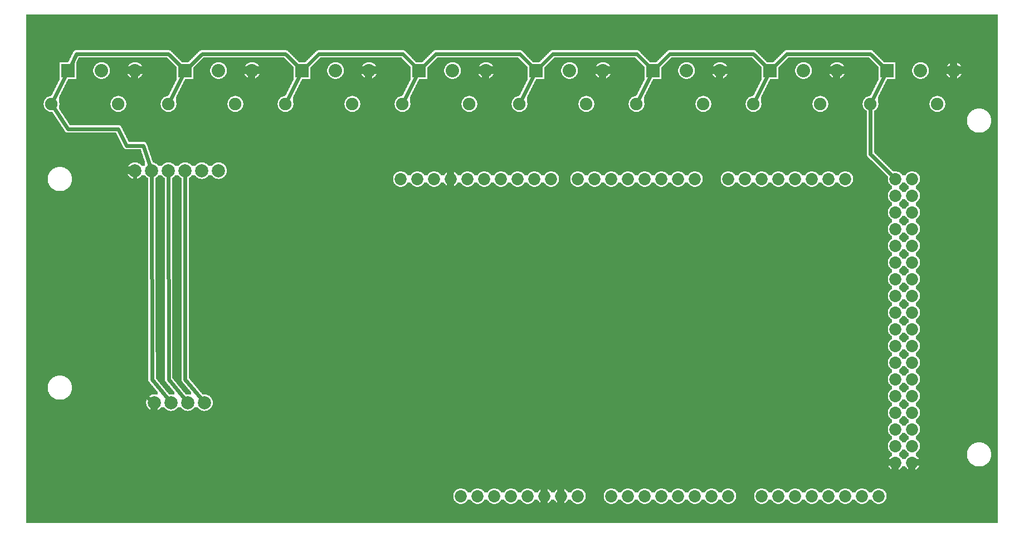
<source format=gtl>
G04 MADE WITH FRITZING*
G04 WWW.FRITZING.ORG*
G04 DOUBLE SIDED*
G04 HOLES PLATED*
G04 CONTOUR ON CENTER OF CONTOUR VECTOR*
%ASAXBY*%
%FSLAX23Y23*%
%MOIN*%
%OFA0B0*%
%SFA1.0B1.0*%
%ADD10C,0.075000*%
%ADD11C,0.080000*%
%ADD12C,0.072917*%
%ADD13C,0.078861*%
%ADD14C,0.078833*%
%ADD15R,0.080000X0.080000*%
%ADD16C,0.024000*%
%LNCOPPER1*%
G90*
G70*
G54D10*
X124Y3013D03*
G54D11*
X1190Y2754D03*
X1390Y2754D03*
X990Y2754D03*
G54D12*
X4540Y204D03*
X2940Y204D03*
X4640Y204D03*
X4740Y204D03*
X4840Y204D03*
X4940Y204D03*
X5240Y1604D03*
X5040Y204D03*
X5140Y204D03*
X2980Y2104D03*
X3540Y204D03*
X3640Y204D03*
X3740Y204D03*
X3840Y204D03*
X5240Y804D03*
X3940Y204D03*
X4040Y204D03*
X4140Y204D03*
X4240Y204D03*
X3740Y2104D03*
X5240Y2004D03*
X5240Y1204D03*
X5240Y404D03*
X2580Y2104D03*
X3340Y204D03*
X3340Y2104D03*
X5240Y1804D03*
X5240Y1404D03*
X5240Y1004D03*
X4940Y2104D03*
X5240Y604D03*
X4840Y2104D03*
X4740Y2104D03*
X4640Y2104D03*
X4540Y2104D03*
X4440Y2104D03*
X4340Y2104D03*
X4240Y2104D03*
X2380Y2104D03*
X2780Y2104D03*
X3180Y2104D03*
X2740Y204D03*
X3140Y204D03*
X3940Y2104D03*
X3540Y2104D03*
X5240Y2104D03*
X5240Y1904D03*
X5240Y1704D03*
X5240Y1504D03*
X5240Y1304D03*
X5240Y1104D03*
X5240Y904D03*
X5240Y704D03*
X5240Y504D03*
X2280Y2104D03*
X2480Y2104D03*
X2680Y2104D03*
X2880Y2104D03*
X3080Y2104D03*
X2640Y204D03*
X2840Y204D03*
X3040Y204D03*
X3240Y204D03*
X4040Y2104D03*
X3840Y2104D03*
X3640Y2104D03*
X3440Y2104D03*
X5340Y2104D03*
X5340Y2004D03*
X5340Y1904D03*
X5340Y1804D03*
X5340Y1704D03*
X5340Y1604D03*
X5340Y1504D03*
X5340Y1404D03*
X5340Y1304D03*
X5340Y1204D03*
X5340Y1104D03*
X5340Y1004D03*
X5340Y904D03*
X5340Y804D03*
X5340Y704D03*
X5340Y604D03*
X5340Y504D03*
X5340Y404D03*
X4440Y204D03*
G54D11*
X1890Y2754D03*
X2090Y2754D03*
X1690Y2754D03*
X490Y2754D03*
X690Y2754D03*
X290Y2754D03*
X2590Y2754D03*
X2790Y2754D03*
X2390Y2754D03*
X3990Y2754D03*
X4190Y2754D03*
X3790Y2754D03*
X3290Y2754D03*
X3490Y2754D03*
X3090Y2754D03*
X5390Y2754D03*
X5590Y2754D03*
X5190Y2754D03*
X4690Y2754D03*
X4890Y2754D03*
X4490Y2754D03*
G54D10*
X890Y2554D03*
X1290Y2554D03*
X1590Y2554D03*
X1990Y2554D03*
X2290Y2554D03*
X2690Y2554D03*
X2990Y2554D03*
X3390Y2554D03*
X3690Y2554D03*
X4090Y2554D03*
X4390Y2554D03*
X4790Y2554D03*
X5090Y2554D03*
X5490Y2554D03*
G54D13*
X690Y2154D03*
X790Y2154D03*
X890Y2154D03*
X990Y2154D03*
X1090Y2154D03*
X1190Y2154D03*
G54D14*
X806Y764D03*
X906Y764D03*
X1006Y764D03*
X1106Y764D03*
G54D10*
X190Y2554D03*
X590Y2554D03*
G54D15*
X990Y2754D03*
X1690Y2754D03*
X290Y2754D03*
X2390Y2754D03*
X3790Y2754D03*
X3090Y2754D03*
X5190Y2754D03*
X4490Y2754D03*
G54D16*
X790Y2117D02*
X791Y903D01*
D02*
X791Y903D02*
X882Y792D01*
D02*
X891Y903D02*
X982Y792D01*
D02*
X890Y2117D02*
X891Y903D01*
D02*
X990Y903D02*
X1082Y792D01*
D02*
X990Y2117D02*
X990Y903D01*
D02*
X739Y2304D02*
X778Y2188D01*
D02*
X639Y2304D02*
X739Y2304D01*
D02*
X206Y2530D02*
X289Y2403D01*
D02*
X590Y2404D02*
X639Y2304D01*
D02*
X289Y2403D02*
X590Y2404D01*
D02*
X203Y2579D02*
X276Y2726D01*
D02*
X889Y2854D02*
X340Y2854D01*
D02*
X340Y2854D02*
X304Y2781D01*
D02*
X968Y2775D02*
X889Y2854D01*
D02*
X1589Y2854D02*
X1091Y2854D01*
D02*
X1091Y2854D02*
X1012Y2775D01*
D02*
X1668Y2775D02*
X1589Y2854D01*
D02*
X2291Y2854D02*
X1790Y2854D01*
D02*
X2368Y2776D02*
X2291Y2854D01*
D02*
X1790Y2854D02*
X1712Y2775D01*
D02*
X2991Y2854D02*
X2490Y2854D01*
D02*
X3068Y2776D02*
X2991Y2854D01*
D02*
X2490Y2854D02*
X2412Y2776D01*
D02*
X3691Y2854D02*
X3190Y2854D01*
D02*
X3190Y2854D02*
X3112Y2776D01*
D02*
X3768Y2776D02*
X3691Y2854D01*
D02*
X3890Y2854D02*
X3812Y2776D01*
D02*
X4390Y2854D02*
X3890Y2854D01*
D02*
X4468Y2776D02*
X4390Y2854D01*
D02*
X4590Y2854D02*
X4512Y2776D01*
D02*
X5090Y2854D02*
X4590Y2854D01*
D02*
X5168Y2776D02*
X5090Y2854D01*
D02*
X976Y2726D02*
X903Y2579D01*
D02*
X1676Y2726D02*
X1603Y2579D01*
D02*
X2376Y2726D02*
X2303Y2579D01*
D02*
X3076Y2726D02*
X3003Y2579D01*
D02*
X3776Y2726D02*
X3703Y2579D01*
D02*
X4476Y2726D02*
X4403Y2579D01*
D02*
X5176Y2726D02*
X5103Y2579D01*
D02*
X5089Y2253D02*
X5219Y2125D01*
D02*
X5090Y2525D02*
X5089Y2253D01*
D02*
X690Y853D02*
X690Y2117D01*
D02*
X777Y786D02*
X690Y853D01*
G36*
X40Y3090D02*
X40Y2876D01*
X5098Y2876D01*
X5098Y2874D01*
X5102Y2874D01*
X5102Y2872D01*
X5104Y2872D01*
X5104Y2870D01*
X5106Y2870D01*
X5106Y2868D01*
X5108Y2868D01*
X5108Y2866D01*
X5110Y2866D01*
X5110Y2864D01*
X5112Y2864D01*
X5112Y2862D01*
X5114Y2862D01*
X5114Y2860D01*
X5116Y2860D01*
X5116Y2858D01*
X5118Y2858D01*
X5118Y2856D01*
X5120Y2856D01*
X5120Y2854D01*
X5122Y2854D01*
X5122Y2852D01*
X5124Y2852D01*
X5124Y2850D01*
X5126Y2850D01*
X5126Y2848D01*
X5128Y2848D01*
X5128Y2846D01*
X5130Y2846D01*
X5130Y2844D01*
X5132Y2844D01*
X5132Y2842D01*
X5134Y2842D01*
X5134Y2840D01*
X5136Y2840D01*
X5136Y2838D01*
X5138Y2838D01*
X5138Y2836D01*
X5140Y2836D01*
X5140Y2834D01*
X5142Y2834D01*
X5142Y2832D01*
X5144Y2832D01*
X5144Y2830D01*
X5146Y2830D01*
X5146Y2828D01*
X5148Y2828D01*
X5148Y2826D01*
X5150Y2826D01*
X5150Y2824D01*
X5152Y2824D01*
X5152Y2822D01*
X5154Y2822D01*
X5154Y2820D01*
X5156Y2820D01*
X5156Y2818D01*
X5158Y2818D01*
X5158Y2816D01*
X5160Y2816D01*
X5160Y2814D01*
X5162Y2814D01*
X5162Y2812D01*
X5164Y2812D01*
X5164Y2810D01*
X5166Y2810D01*
X5166Y2808D01*
X5168Y2808D01*
X5168Y2806D01*
X5170Y2806D01*
X5170Y2804D01*
X5600Y2804D01*
X5600Y2802D01*
X5606Y2802D01*
X5606Y2800D01*
X5612Y2800D01*
X5612Y2798D01*
X5614Y2798D01*
X5614Y2796D01*
X5618Y2796D01*
X5618Y2794D01*
X5620Y2794D01*
X5620Y2792D01*
X5624Y2792D01*
X5624Y2790D01*
X5626Y2790D01*
X5626Y2788D01*
X5628Y2788D01*
X5628Y2784D01*
X5630Y2784D01*
X5630Y2782D01*
X5632Y2782D01*
X5632Y2778D01*
X5634Y2778D01*
X5634Y2776D01*
X5636Y2776D01*
X5636Y2770D01*
X5638Y2770D01*
X5638Y2764D01*
X5640Y2764D01*
X5640Y2744D01*
X5638Y2744D01*
X5638Y2738D01*
X5636Y2738D01*
X5636Y2732D01*
X5634Y2732D01*
X5634Y2730D01*
X5632Y2730D01*
X5632Y2726D01*
X5630Y2726D01*
X5630Y2724D01*
X5628Y2724D01*
X5628Y2720D01*
X5626Y2720D01*
X5626Y2718D01*
X5624Y2718D01*
X5624Y2716D01*
X5620Y2716D01*
X5620Y2714D01*
X5618Y2714D01*
X5618Y2712D01*
X5614Y2712D01*
X5614Y2710D01*
X5612Y2710D01*
X5612Y2708D01*
X5606Y2708D01*
X5606Y2706D01*
X5600Y2706D01*
X5600Y2704D01*
X5852Y2704D01*
X5852Y3090D01*
X40Y3090D01*
G37*
D02*
G36*
X40Y2876D02*
X40Y2204D01*
X696Y2204D01*
X696Y2202D01*
X704Y2202D01*
X704Y2200D01*
X710Y2200D01*
X710Y2198D01*
X714Y2198D01*
X714Y2196D01*
X718Y2196D01*
X718Y2194D01*
X720Y2194D01*
X720Y2192D01*
X722Y2192D01*
X722Y2190D01*
X724Y2190D01*
X724Y2188D01*
X726Y2188D01*
X726Y2186D01*
X728Y2186D01*
X728Y2184D01*
X730Y2184D01*
X730Y2182D01*
X750Y2182D01*
X750Y2206D01*
X748Y2206D01*
X748Y2212D01*
X746Y2212D01*
X746Y2218D01*
X744Y2218D01*
X744Y2224D01*
X742Y2224D01*
X742Y2230D01*
X740Y2230D01*
X740Y2236D01*
X738Y2236D01*
X738Y2242D01*
X736Y2242D01*
X736Y2248D01*
X734Y2248D01*
X734Y2254D01*
X732Y2254D01*
X732Y2260D01*
X730Y2260D01*
X730Y2266D01*
X728Y2266D01*
X728Y2272D01*
X726Y2272D01*
X726Y2278D01*
X724Y2278D01*
X724Y2282D01*
X634Y2282D01*
X634Y2284D01*
X630Y2284D01*
X630Y2286D01*
X626Y2286D01*
X626Y2288D01*
X624Y2288D01*
X624Y2290D01*
X622Y2290D01*
X622Y2292D01*
X620Y2292D01*
X620Y2296D01*
X618Y2296D01*
X618Y2300D01*
X616Y2300D01*
X616Y2304D01*
X614Y2304D01*
X614Y2308D01*
X612Y2308D01*
X612Y2312D01*
X610Y2312D01*
X610Y2316D01*
X608Y2316D01*
X608Y2320D01*
X606Y2320D01*
X606Y2324D01*
X604Y2324D01*
X604Y2328D01*
X602Y2328D01*
X602Y2332D01*
X600Y2332D01*
X600Y2336D01*
X598Y2336D01*
X598Y2340D01*
X596Y2340D01*
X596Y2344D01*
X594Y2344D01*
X594Y2348D01*
X592Y2348D01*
X592Y2352D01*
X590Y2352D01*
X590Y2356D01*
X588Y2356D01*
X588Y2360D01*
X586Y2360D01*
X586Y2364D01*
X584Y2364D01*
X584Y2368D01*
X582Y2368D01*
X582Y2372D01*
X580Y2372D01*
X580Y2376D01*
X578Y2376D01*
X578Y2380D01*
X576Y2380D01*
X576Y2382D01*
X280Y2382D01*
X280Y2384D01*
X276Y2384D01*
X276Y2386D01*
X274Y2386D01*
X274Y2388D01*
X272Y2388D01*
X272Y2390D01*
X270Y2390D01*
X270Y2394D01*
X268Y2394D01*
X268Y2396D01*
X266Y2396D01*
X266Y2400D01*
X264Y2400D01*
X264Y2402D01*
X262Y2402D01*
X262Y2406D01*
X260Y2406D01*
X260Y2408D01*
X258Y2408D01*
X258Y2412D01*
X256Y2412D01*
X256Y2414D01*
X254Y2414D01*
X254Y2418D01*
X252Y2418D01*
X252Y2420D01*
X250Y2420D01*
X250Y2424D01*
X248Y2424D01*
X248Y2426D01*
X246Y2426D01*
X246Y2430D01*
X244Y2430D01*
X244Y2432D01*
X242Y2432D01*
X242Y2436D01*
X240Y2436D01*
X240Y2438D01*
X238Y2438D01*
X238Y2442D01*
X236Y2442D01*
X236Y2446D01*
X234Y2446D01*
X234Y2448D01*
X232Y2448D01*
X232Y2452D01*
X230Y2452D01*
X230Y2454D01*
X228Y2454D01*
X228Y2458D01*
X226Y2458D01*
X226Y2460D01*
X224Y2460D01*
X224Y2464D01*
X222Y2464D01*
X222Y2466D01*
X220Y2466D01*
X220Y2470D01*
X218Y2470D01*
X218Y2472D01*
X216Y2472D01*
X216Y2476D01*
X214Y2476D01*
X214Y2478D01*
X212Y2478D01*
X212Y2482D01*
X210Y2482D01*
X210Y2484D01*
X208Y2484D01*
X208Y2488D01*
X206Y2488D01*
X206Y2490D01*
X204Y2490D01*
X204Y2494D01*
X202Y2494D01*
X202Y2496D01*
X200Y2496D01*
X200Y2500D01*
X198Y2500D01*
X198Y2504D01*
X196Y2504D01*
X196Y2506D01*
X184Y2506D01*
X184Y2508D01*
X176Y2508D01*
X176Y2510D01*
X170Y2510D01*
X170Y2512D01*
X166Y2512D01*
X166Y2514D01*
X164Y2514D01*
X164Y2516D01*
X160Y2516D01*
X160Y2518D01*
X158Y2518D01*
X158Y2520D01*
X156Y2520D01*
X156Y2522D01*
X154Y2522D01*
X154Y2524D01*
X152Y2524D01*
X152Y2528D01*
X150Y2528D01*
X150Y2530D01*
X148Y2530D01*
X148Y2534D01*
X146Y2534D01*
X146Y2540D01*
X144Y2540D01*
X144Y2548D01*
X142Y2548D01*
X142Y2560D01*
X144Y2560D01*
X144Y2568D01*
X146Y2568D01*
X146Y2574D01*
X148Y2574D01*
X148Y2578D01*
X150Y2578D01*
X150Y2580D01*
X152Y2580D01*
X152Y2584D01*
X154Y2584D01*
X154Y2586D01*
X156Y2586D01*
X156Y2588D01*
X158Y2588D01*
X158Y2590D01*
X160Y2590D01*
X160Y2592D01*
X164Y2592D01*
X164Y2594D01*
X166Y2594D01*
X166Y2596D01*
X170Y2596D01*
X170Y2598D01*
X176Y2598D01*
X176Y2600D01*
X184Y2600D01*
X184Y2602D01*
X190Y2602D01*
X190Y2606D01*
X192Y2606D01*
X192Y2610D01*
X194Y2610D01*
X194Y2614D01*
X196Y2614D01*
X196Y2618D01*
X198Y2618D01*
X198Y2622D01*
X200Y2622D01*
X200Y2626D01*
X202Y2626D01*
X202Y2630D01*
X204Y2630D01*
X204Y2634D01*
X206Y2634D01*
X206Y2638D01*
X208Y2638D01*
X208Y2642D01*
X210Y2642D01*
X210Y2646D01*
X212Y2646D01*
X212Y2650D01*
X214Y2650D01*
X214Y2654D01*
X216Y2654D01*
X216Y2658D01*
X218Y2658D01*
X218Y2662D01*
X220Y2662D01*
X220Y2666D01*
X222Y2666D01*
X222Y2670D01*
X224Y2670D01*
X224Y2674D01*
X226Y2674D01*
X226Y2678D01*
X228Y2678D01*
X228Y2682D01*
X230Y2682D01*
X230Y2686D01*
X232Y2686D01*
X232Y2690D01*
X234Y2690D01*
X234Y2694D01*
X236Y2694D01*
X236Y2698D01*
X238Y2698D01*
X238Y2702D01*
X240Y2702D01*
X240Y2804D01*
X290Y2804D01*
X290Y2806D01*
X292Y2806D01*
X292Y2810D01*
X294Y2810D01*
X294Y2814D01*
X296Y2814D01*
X296Y2818D01*
X298Y2818D01*
X298Y2822D01*
X300Y2822D01*
X300Y2826D01*
X302Y2826D01*
X302Y2830D01*
X304Y2830D01*
X304Y2834D01*
X306Y2834D01*
X306Y2838D01*
X308Y2838D01*
X308Y2842D01*
X310Y2842D01*
X310Y2846D01*
X312Y2846D01*
X312Y2850D01*
X314Y2850D01*
X314Y2854D01*
X316Y2854D01*
X316Y2858D01*
X318Y2858D01*
X318Y2862D01*
X320Y2862D01*
X320Y2866D01*
X322Y2866D01*
X322Y2868D01*
X324Y2868D01*
X324Y2870D01*
X326Y2870D01*
X326Y2872D01*
X328Y2872D01*
X328Y2874D01*
X332Y2874D01*
X332Y2876D01*
X40Y2876D01*
G37*
D02*
G36*
X896Y2876D02*
X896Y2874D01*
X900Y2874D01*
X900Y2872D01*
X904Y2872D01*
X904Y2870D01*
X906Y2870D01*
X906Y2868D01*
X908Y2868D01*
X908Y2866D01*
X910Y2866D01*
X910Y2864D01*
X912Y2864D01*
X912Y2862D01*
X914Y2862D01*
X914Y2860D01*
X916Y2860D01*
X916Y2858D01*
X918Y2858D01*
X918Y2856D01*
X920Y2856D01*
X920Y2854D01*
X922Y2854D01*
X922Y2852D01*
X924Y2852D01*
X924Y2850D01*
X926Y2850D01*
X926Y2848D01*
X928Y2848D01*
X928Y2846D01*
X930Y2846D01*
X930Y2844D01*
X932Y2844D01*
X932Y2842D01*
X934Y2842D01*
X934Y2840D01*
X936Y2840D01*
X936Y2838D01*
X938Y2838D01*
X938Y2836D01*
X940Y2836D01*
X940Y2834D01*
X942Y2834D01*
X942Y2832D01*
X944Y2832D01*
X944Y2830D01*
X946Y2830D01*
X946Y2828D01*
X948Y2828D01*
X948Y2826D01*
X950Y2826D01*
X950Y2824D01*
X952Y2824D01*
X952Y2822D01*
X954Y2822D01*
X954Y2820D01*
X956Y2820D01*
X956Y2818D01*
X958Y2818D01*
X958Y2816D01*
X960Y2816D01*
X960Y2814D01*
X962Y2814D01*
X962Y2812D01*
X964Y2812D01*
X964Y2810D01*
X966Y2810D01*
X966Y2808D01*
X968Y2808D01*
X968Y2806D01*
X970Y2806D01*
X970Y2804D01*
X1010Y2804D01*
X1010Y2806D01*
X1012Y2806D01*
X1012Y2808D01*
X1014Y2808D01*
X1014Y2810D01*
X1016Y2810D01*
X1016Y2812D01*
X1018Y2812D01*
X1018Y2814D01*
X1020Y2814D01*
X1020Y2816D01*
X1022Y2816D01*
X1022Y2818D01*
X1024Y2818D01*
X1024Y2820D01*
X1026Y2820D01*
X1026Y2822D01*
X1028Y2822D01*
X1028Y2824D01*
X1030Y2824D01*
X1030Y2826D01*
X1032Y2826D01*
X1032Y2828D01*
X1034Y2828D01*
X1034Y2830D01*
X1036Y2830D01*
X1036Y2832D01*
X1038Y2832D01*
X1038Y2834D01*
X1040Y2834D01*
X1040Y2836D01*
X1042Y2836D01*
X1042Y2838D01*
X1044Y2838D01*
X1044Y2840D01*
X1046Y2840D01*
X1046Y2842D01*
X1048Y2842D01*
X1048Y2844D01*
X1050Y2844D01*
X1050Y2846D01*
X1052Y2846D01*
X1052Y2848D01*
X1054Y2848D01*
X1054Y2850D01*
X1056Y2850D01*
X1056Y2852D01*
X1058Y2852D01*
X1058Y2854D01*
X1060Y2854D01*
X1060Y2856D01*
X1062Y2856D01*
X1062Y2858D01*
X1064Y2858D01*
X1064Y2860D01*
X1066Y2860D01*
X1066Y2862D01*
X1068Y2862D01*
X1068Y2864D01*
X1070Y2864D01*
X1070Y2866D01*
X1072Y2866D01*
X1072Y2868D01*
X1074Y2868D01*
X1074Y2870D01*
X1076Y2870D01*
X1076Y2872D01*
X1080Y2872D01*
X1080Y2874D01*
X1084Y2874D01*
X1084Y2876D01*
X896Y2876D01*
G37*
D02*
G36*
X1596Y2876D02*
X1596Y2874D01*
X1600Y2874D01*
X1600Y2872D01*
X1604Y2872D01*
X1604Y2870D01*
X1606Y2870D01*
X1606Y2868D01*
X1608Y2868D01*
X1608Y2866D01*
X1610Y2866D01*
X1610Y2864D01*
X1612Y2864D01*
X1612Y2862D01*
X1614Y2862D01*
X1614Y2860D01*
X1616Y2860D01*
X1616Y2858D01*
X1618Y2858D01*
X1618Y2856D01*
X1620Y2856D01*
X1620Y2854D01*
X1622Y2854D01*
X1622Y2852D01*
X1624Y2852D01*
X1624Y2850D01*
X1626Y2850D01*
X1626Y2848D01*
X1628Y2848D01*
X1628Y2846D01*
X1630Y2846D01*
X1630Y2844D01*
X1632Y2844D01*
X1632Y2842D01*
X1634Y2842D01*
X1634Y2840D01*
X1636Y2840D01*
X1636Y2838D01*
X1638Y2838D01*
X1638Y2836D01*
X1640Y2836D01*
X1640Y2834D01*
X1642Y2834D01*
X1642Y2832D01*
X1644Y2832D01*
X1644Y2830D01*
X1646Y2830D01*
X1646Y2828D01*
X1648Y2828D01*
X1648Y2826D01*
X1650Y2826D01*
X1650Y2824D01*
X1652Y2824D01*
X1652Y2822D01*
X1654Y2822D01*
X1654Y2820D01*
X1656Y2820D01*
X1656Y2818D01*
X1658Y2818D01*
X1658Y2816D01*
X1660Y2816D01*
X1660Y2814D01*
X1662Y2814D01*
X1662Y2812D01*
X1664Y2812D01*
X1664Y2810D01*
X1666Y2810D01*
X1666Y2808D01*
X1668Y2808D01*
X1668Y2806D01*
X1670Y2806D01*
X1670Y2804D01*
X1710Y2804D01*
X1710Y2806D01*
X1712Y2806D01*
X1712Y2808D01*
X1714Y2808D01*
X1714Y2810D01*
X1716Y2810D01*
X1716Y2812D01*
X1718Y2812D01*
X1718Y2814D01*
X1720Y2814D01*
X1720Y2816D01*
X1722Y2816D01*
X1722Y2818D01*
X1724Y2818D01*
X1724Y2820D01*
X1726Y2820D01*
X1726Y2822D01*
X1728Y2822D01*
X1728Y2824D01*
X1730Y2824D01*
X1730Y2826D01*
X1732Y2826D01*
X1732Y2828D01*
X1734Y2828D01*
X1734Y2830D01*
X1736Y2830D01*
X1736Y2832D01*
X1738Y2832D01*
X1738Y2834D01*
X1740Y2834D01*
X1740Y2836D01*
X1742Y2836D01*
X1742Y2838D01*
X1744Y2838D01*
X1744Y2840D01*
X1746Y2840D01*
X1746Y2842D01*
X1748Y2842D01*
X1748Y2844D01*
X1750Y2844D01*
X1750Y2846D01*
X1752Y2846D01*
X1752Y2848D01*
X1754Y2848D01*
X1754Y2850D01*
X1756Y2850D01*
X1756Y2852D01*
X1758Y2852D01*
X1758Y2854D01*
X1760Y2854D01*
X1760Y2856D01*
X1762Y2856D01*
X1762Y2858D01*
X1764Y2858D01*
X1764Y2860D01*
X1766Y2860D01*
X1766Y2862D01*
X1768Y2862D01*
X1768Y2864D01*
X1770Y2864D01*
X1770Y2866D01*
X1772Y2866D01*
X1772Y2868D01*
X1774Y2868D01*
X1774Y2870D01*
X1776Y2870D01*
X1776Y2872D01*
X1778Y2872D01*
X1778Y2874D01*
X1784Y2874D01*
X1784Y2876D01*
X1596Y2876D01*
G37*
D02*
G36*
X2298Y2876D02*
X2298Y2874D01*
X2302Y2874D01*
X2302Y2872D01*
X2306Y2872D01*
X2306Y2870D01*
X2308Y2870D01*
X2308Y2868D01*
X2310Y2868D01*
X2310Y2866D01*
X2312Y2866D01*
X2312Y2864D01*
X2314Y2864D01*
X2314Y2862D01*
X2316Y2862D01*
X2316Y2860D01*
X2318Y2860D01*
X2318Y2858D01*
X2320Y2858D01*
X2320Y2856D01*
X2322Y2856D01*
X2322Y2854D01*
X2324Y2854D01*
X2324Y2852D01*
X2326Y2852D01*
X2326Y2850D01*
X2328Y2850D01*
X2328Y2848D01*
X2330Y2848D01*
X2330Y2846D01*
X2332Y2846D01*
X2332Y2844D01*
X2334Y2844D01*
X2334Y2842D01*
X2336Y2842D01*
X2336Y2840D01*
X2338Y2840D01*
X2338Y2838D01*
X2340Y2838D01*
X2340Y2836D01*
X2342Y2836D01*
X2342Y2832D01*
X2344Y2832D01*
X2344Y2830D01*
X2346Y2830D01*
X2346Y2828D01*
X2348Y2828D01*
X2348Y2826D01*
X2350Y2826D01*
X2350Y2824D01*
X2352Y2824D01*
X2352Y2822D01*
X2354Y2822D01*
X2354Y2820D01*
X2356Y2820D01*
X2356Y2818D01*
X2358Y2818D01*
X2358Y2816D01*
X2360Y2816D01*
X2360Y2814D01*
X2362Y2814D01*
X2362Y2812D01*
X2364Y2812D01*
X2364Y2810D01*
X2366Y2810D01*
X2366Y2808D01*
X2368Y2808D01*
X2368Y2806D01*
X2370Y2806D01*
X2370Y2804D01*
X2410Y2804D01*
X2410Y2806D01*
X2412Y2806D01*
X2412Y2808D01*
X2414Y2808D01*
X2414Y2810D01*
X2416Y2810D01*
X2416Y2812D01*
X2418Y2812D01*
X2418Y2814D01*
X2420Y2814D01*
X2420Y2816D01*
X2422Y2816D01*
X2422Y2818D01*
X2424Y2818D01*
X2424Y2820D01*
X2426Y2820D01*
X2426Y2822D01*
X2428Y2822D01*
X2428Y2824D01*
X2430Y2824D01*
X2430Y2826D01*
X2432Y2826D01*
X2432Y2828D01*
X2434Y2828D01*
X2434Y2830D01*
X2436Y2830D01*
X2436Y2832D01*
X2438Y2832D01*
X2438Y2834D01*
X2440Y2834D01*
X2440Y2836D01*
X2442Y2836D01*
X2442Y2838D01*
X2444Y2838D01*
X2444Y2840D01*
X2446Y2840D01*
X2446Y2842D01*
X2448Y2842D01*
X2448Y2844D01*
X2450Y2844D01*
X2450Y2846D01*
X2452Y2846D01*
X2452Y2848D01*
X2454Y2848D01*
X2454Y2850D01*
X2456Y2850D01*
X2456Y2852D01*
X2458Y2852D01*
X2458Y2854D01*
X2460Y2854D01*
X2460Y2856D01*
X2462Y2856D01*
X2462Y2858D01*
X2464Y2858D01*
X2464Y2860D01*
X2466Y2860D01*
X2466Y2862D01*
X2468Y2862D01*
X2468Y2864D01*
X2470Y2864D01*
X2470Y2866D01*
X2472Y2866D01*
X2472Y2868D01*
X2474Y2868D01*
X2474Y2870D01*
X2476Y2870D01*
X2476Y2872D01*
X2478Y2872D01*
X2478Y2874D01*
X2482Y2874D01*
X2482Y2876D01*
X2298Y2876D01*
G37*
D02*
G36*
X2998Y2876D02*
X2998Y2874D01*
X3002Y2874D01*
X3002Y2872D01*
X3006Y2872D01*
X3006Y2870D01*
X3008Y2870D01*
X3008Y2868D01*
X3010Y2868D01*
X3010Y2866D01*
X3012Y2866D01*
X3012Y2864D01*
X3014Y2864D01*
X3014Y2862D01*
X3016Y2862D01*
X3016Y2860D01*
X3018Y2860D01*
X3018Y2858D01*
X3020Y2858D01*
X3020Y2856D01*
X3022Y2856D01*
X3022Y2854D01*
X3024Y2854D01*
X3024Y2852D01*
X3026Y2852D01*
X3026Y2850D01*
X3028Y2850D01*
X3028Y2848D01*
X3030Y2848D01*
X3030Y2844D01*
X3032Y2844D01*
X3032Y2842D01*
X3034Y2842D01*
X3034Y2840D01*
X3036Y2840D01*
X3036Y2838D01*
X3038Y2838D01*
X3038Y2836D01*
X3040Y2836D01*
X3040Y2834D01*
X3042Y2834D01*
X3042Y2832D01*
X3044Y2832D01*
X3044Y2830D01*
X3046Y2830D01*
X3046Y2828D01*
X3048Y2828D01*
X3048Y2826D01*
X3050Y2826D01*
X3050Y2824D01*
X3052Y2824D01*
X3052Y2822D01*
X3054Y2822D01*
X3054Y2820D01*
X3056Y2820D01*
X3056Y2818D01*
X3058Y2818D01*
X3058Y2816D01*
X3060Y2816D01*
X3060Y2814D01*
X3062Y2814D01*
X3062Y2812D01*
X3064Y2812D01*
X3064Y2810D01*
X3066Y2810D01*
X3066Y2808D01*
X3068Y2808D01*
X3068Y2806D01*
X3070Y2806D01*
X3070Y2804D01*
X3110Y2804D01*
X3110Y2806D01*
X3112Y2806D01*
X3112Y2808D01*
X3114Y2808D01*
X3114Y2810D01*
X3116Y2810D01*
X3116Y2812D01*
X3118Y2812D01*
X3118Y2814D01*
X3120Y2814D01*
X3120Y2816D01*
X3122Y2816D01*
X3122Y2818D01*
X3124Y2818D01*
X3124Y2820D01*
X3126Y2820D01*
X3126Y2822D01*
X3128Y2822D01*
X3128Y2824D01*
X3130Y2824D01*
X3130Y2826D01*
X3132Y2826D01*
X3132Y2828D01*
X3134Y2828D01*
X3134Y2830D01*
X3136Y2830D01*
X3136Y2832D01*
X3138Y2832D01*
X3138Y2834D01*
X3140Y2834D01*
X3140Y2836D01*
X3142Y2836D01*
X3142Y2838D01*
X3144Y2838D01*
X3144Y2840D01*
X3146Y2840D01*
X3146Y2842D01*
X3148Y2842D01*
X3148Y2844D01*
X3150Y2844D01*
X3150Y2846D01*
X3152Y2846D01*
X3152Y2848D01*
X3154Y2848D01*
X3154Y2850D01*
X3156Y2850D01*
X3156Y2852D01*
X3158Y2852D01*
X3158Y2854D01*
X3160Y2854D01*
X3160Y2856D01*
X3162Y2856D01*
X3162Y2858D01*
X3164Y2858D01*
X3164Y2860D01*
X3166Y2860D01*
X3166Y2862D01*
X3168Y2862D01*
X3168Y2864D01*
X3170Y2864D01*
X3170Y2866D01*
X3172Y2866D01*
X3172Y2868D01*
X3174Y2868D01*
X3174Y2870D01*
X3176Y2870D01*
X3176Y2872D01*
X3178Y2872D01*
X3178Y2874D01*
X3182Y2874D01*
X3182Y2876D01*
X2998Y2876D01*
G37*
D02*
G36*
X3698Y2876D02*
X3698Y2874D01*
X3702Y2874D01*
X3702Y2872D01*
X3704Y2872D01*
X3704Y2870D01*
X3708Y2870D01*
X3708Y2868D01*
X3710Y2868D01*
X3710Y2866D01*
X3712Y2866D01*
X3712Y2862D01*
X3714Y2862D01*
X3714Y2860D01*
X3716Y2860D01*
X3716Y2858D01*
X3718Y2858D01*
X3718Y2856D01*
X3720Y2856D01*
X3720Y2854D01*
X3722Y2854D01*
X3722Y2852D01*
X3724Y2852D01*
X3724Y2850D01*
X3726Y2850D01*
X3726Y2848D01*
X3728Y2848D01*
X3728Y2846D01*
X3730Y2846D01*
X3730Y2844D01*
X3732Y2844D01*
X3732Y2842D01*
X3734Y2842D01*
X3734Y2840D01*
X3736Y2840D01*
X3736Y2838D01*
X3738Y2838D01*
X3738Y2836D01*
X3740Y2836D01*
X3740Y2834D01*
X3742Y2834D01*
X3742Y2832D01*
X3744Y2832D01*
X3744Y2830D01*
X3746Y2830D01*
X3746Y2828D01*
X3748Y2828D01*
X3748Y2826D01*
X3750Y2826D01*
X3750Y2824D01*
X3752Y2824D01*
X3752Y2822D01*
X3754Y2822D01*
X3754Y2820D01*
X3756Y2820D01*
X3756Y2818D01*
X3758Y2818D01*
X3758Y2816D01*
X3760Y2816D01*
X3760Y2814D01*
X3762Y2814D01*
X3762Y2812D01*
X3764Y2812D01*
X3764Y2810D01*
X3766Y2810D01*
X3766Y2808D01*
X3768Y2808D01*
X3768Y2806D01*
X3770Y2806D01*
X3770Y2804D01*
X3810Y2804D01*
X3810Y2806D01*
X3812Y2806D01*
X3812Y2808D01*
X3814Y2808D01*
X3814Y2810D01*
X3816Y2810D01*
X3816Y2812D01*
X3818Y2812D01*
X3818Y2814D01*
X3820Y2814D01*
X3820Y2816D01*
X3822Y2816D01*
X3822Y2818D01*
X3824Y2818D01*
X3824Y2820D01*
X3826Y2820D01*
X3826Y2822D01*
X3828Y2822D01*
X3828Y2824D01*
X3830Y2824D01*
X3830Y2826D01*
X3832Y2826D01*
X3832Y2828D01*
X3834Y2828D01*
X3834Y2830D01*
X3836Y2830D01*
X3836Y2832D01*
X3838Y2832D01*
X3838Y2834D01*
X3840Y2834D01*
X3840Y2836D01*
X3842Y2836D01*
X3842Y2838D01*
X3844Y2838D01*
X3844Y2840D01*
X3846Y2840D01*
X3846Y2842D01*
X3848Y2842D01*
X3848Y2844D01*
X3850Y2844D01*
X3850Y2846D01*
X3852Y2846D01*
X3852Y2848D01*
X3854Y2848D01*
X3854Y2850D01*
X3856Y2850D01*
X3856Y2852D01*
X3858Y2852D01*
X3858Y2854D01*
X3860Y2854D01*
X3860Y2856D01*
X3862Y2856D01*
X3862Y2858D01*
X3864Y2858D01*
X3864Y2860D01*
X3866Y2860D01*
X3866Y2862D01*
X3868Y2862D01*
X3868Y2864D01*
X3870Y2864D01*
X3870Y2866D01*
X3872Y2866D01*
X3872Y2868D01*
X3874Y2868D01*
X3874Y2870D01*
X3876Y2870D01*
X3876Y2872D01*
X3878Y2872D01*
X3878Y2874D01*
X3882Y2874D01*
X3882Y2876D01*
X3698Y2876D01*
G37*
D02*
G36*
X4398Y2876D02*
X4398Y2874D01*
X4402Y2874D01*
X4402Y2872D01*
X4404Y2872D01*
X4404Y2870D01*
X4406Y2870D01*
X4406Y2868D01*
X4408Y2868D01*
X4408Y2866D01*
X4410Y2866D01*
X4410Y2864D01*
X4412Y2864D01*
X4412Y2862D01*
X4414Y2862D01*
X4414Y2860D01*
X4416Y2860D01*
X4416Y2858D01*
X4418Y2858D01*
X4418Y2856D01*
X4420Y2856D01*
X4420Y2854D01*
X4422Y2854D01*
X4422Y2852D01*
X4424Y2852D01*
X4424Y2850D01*
X4426Y2850D01*
X4426Y2848D01*
X4428Y2848D01*
X4428Y2846D01*
X4430Y2846D01*
X4430Y2844D01*
X4432Y2844D01*
X4432Y2842D01*
X4434Y2842D01*
X4434Y2840D01*
X4436Y2840D01*
X4436Y2838D01*
X4438Y2838D01*
X4438Y2836D01*
X4440Y2836D01*
X4440Y2834D01*
X4442Y2834D01*
X4442Y2832D01*
X4444Y2832D01*
X4444Y2830D01*
X4446Y2830D01*
X4446Y2828D01*
X4448Y2828D01*
X4448Y2826D01*
X4450Y2826D01*
X4450Y2824D01*
X4452Y2824D01*
X4452Y2822D01*
X4454Y2822D01*
X4454Y2820D01*
X4456Y2820D01*
X4456Y2818D01*
X4458Y2818D01*
X4458Y2816D01*
X4460Y2816D01*
X4460Y2814D01*
X4462Y2814D01*
X4462Y2812D01*
X4464Y2812D01*
X4464Y2810D01*
X4466Y2810D01*
X4466Y2808D01*
X4468Y2808D01*
X4468Y2806D01*
X4470Y2806D01*
X4470Y2804D01*
X4510Y2804D01*
X4510Y2806D01*
X4512Y2806D01*
X4512Y2808D01*
X4514Y2808D01*
X4514Y2810D01*
X4516Y2810D01*
X4516Y2812D01*
X4518Y2812D01*
X4518Y2814D01*
X4520Y2814D01*
X4520Y2816D01*
X4522Y2816D01*
X4522Y2818D01*
X4524Y2818D01*
X4524Y2820D01*
X4526Y2820D01*
X4526Y2822D01*
X4528Y2822D01*
X4528Y2824D01*
X4530Y2824D01*
X4530Y2826D01*
X4532Y2826D01*
X4532Y2828D01*
X4534Y2828D01*
X4534Y2830D01*
X4536Y2830D01*
X4536Y2832D01*
X4538Y2832D01*
X4538Y2834D01*
X4540Y2834D01*
X4540Y2836D01*
X4542Y2836D01*
X4542Y2838D01*
X4544Y2838D01*
X4544Y2840D01*
X4546Y2840D01*
X4546Y2842D01*
X4548Y2842D01*
X4548Y2844D01*
X4550Y2844D01*
X4550Y2846D01*
X4552Y2846D01*
X4552Y2848D01*
X4554Y2848D01*
X4554Y2850D01*
X4556Y2850D01*
X4556Y2852D01*
X4558Y2852D01*
X4558Y2854D01*
X4560Y2854D01*
X4560Y2856D01*
X4562Y2856D01*
X4562Y2858D01*
X4564Y2858D01*
X4564Y2860D01*
X4566Y2860D01*
X4566Y2862D01*
X4568Y2862D01*
X4568Y2864D01*
X4570Y2864D01*
X4570Y2866D01*
X4572Y2866D01*
X4572Y2868D01*
X4574Y2868D01*
X4574Y2870D01*
X4576Y2870D01*
X4576Y2872D01*
X4578Y2872D01*
X4578Y2874D01*
X4582Y2874D01*
X4582Y2876D01*
X4398Y2876D01*
G37*
D02*
G36*
X352Y2832D02*
X352Y2828D01*
X350Y2828D01*
X350Y2824D01*
X348Y2824D01*
X348Y2820D01*
X346Y2820D01*
X346Y2816D01*
X344Y2816D01*
X344Y2812D01*
X342Y2812D01*
X342Y2808D01*
X340Y2808D01*
X340Y2804D01*
X700Y2804D01*
X700Y2802D01*
X706Y2802D01*
X706Y2800D01*
X712Y2800D01*
X712Y2798D01*
X714Y2798D01*
X714Y2796D01*
X718Y2796D01*
X718Y2794D01*
X720Y2794D01*
X720Y2792D01*
X724Y2792D01*
X724Y2790D01*
X726Y2790D01*
X726Y2788D01*
X728Y2788D01*
X728Y2784D01*
X730Y2784D01*
X730Y2782D01*
X732Y2782D01*
X732Y2778D01*
X734Y2778D01*
X734Y2776D01*
X736Y2776D01*
X736Y2770D01*
X738Y2770D01*
X738Y2764D01*
X740Y2764D01*
X740Y2744D01*
X738Y2744D01*
X738Y2738D01*
X736Y2738D01*
X736Y2732D01*
X734Y2732D01*
X734Y2730D01*
X732Y2730D01*
X732Y2726D01*
X730Y2726D01*
X730Y2724D01*
X728Y2724D01*
X728Y2720D01*
X726Y2720D01*
X726Y2718D01*
X724Y2718D01*
X724Y2716D01*
X720Y2716D01*
X720Y2714D01*
X718Y2714D01*
X718Y2712D01*
X714Y2712D01*
X714Y2710D01*
X712Y2710D01*
X712Y2708D01*
X706Y2708D01*
X706Y2706D01*
X700Y2706D01*
X700Y2704D01*
X940Y2704D01*
X940Y2774D01*
X938Y2774D01*
X938Y2776D01*
X936Y2776D01*
X936Y2778D01*
X934Y2778D01*
X934Y2780D01*
X932Y2780D01*
X932Y2782D01*
X930Y2782D01*
X930Y2784D01*
X928Y2784D01*
X928Y2786D01*
X926Y2786D01*
X926Y2788D01*
X924Y2788D01*
X924Y2790D01*
X922Y2790D01*
X922Y2792D01*
X920Y2792D01*
X920Y2794D01*
X918Y2794D01*
X918Y2796D01*
X916Y2796D01*
X916Y2798D01*
X914Y2798D01*
X914Y2800D01*
X912Y2800D01*
X912Y2802D01*
X910Y2802D01*
X910Y2804D01*
X908Y2804D01*
X908Y2806D01*
X906Y2806D01*
X906Y2808D01*
X904Y2808D01*
X904Y2810D01*
X902Y2810D01*
X902Y2812D01*
X900Y2812D01*
X900Y2814D01*
X898Y2814D01*
X898Y2816D01*
X896Y2816D01*
X896Y2818D01*
X894Y2818D01*
X894Y2820D01*
X892Y2820D01*
X892Y2822D01*
X890Y2822D01*
X890Y2824D01*
X888Y2824D01*
X888Y2826D01*
X886Y2826D01*
X886Y2828D01*
X884Y2828D01*
X884Y2830D01*
X882Y2830D01*
X882Y2832D01*
X352Y2832D01*
G37*
D02*
G36*
X1098Y2832D02*
X1098Y2830D01*
X1096Y2830D01*
X1096Y2828D01*
X1094Y2828D01*
X1094Y2826D01*
X1092Y2826D01*
X1092Y2824D01*
X1090Y2824D01*
X1090Y2822D01*
X1088Y2822D01*
X1088Y2820D01*
X1086Y2820D01*
X1086Y2818D01*
X1084Y2818D01*
X1084Y2816D01*
X1082Y2816D01*
X1082Y2814D01*
X1080Y2814D01*
X1080Y2812D01*
X1078Y2812D01*
X1078Y2810D01*
X1076Y2810D01*
X1076Y2808D01*
X1074Y2808D01*
X1074Y2806D01*
X1072Y2806D01*
X1072Y2804D01*
X1400Y2804D01*
X1400Y2802D01*
X1406Y2802D01*
X1406Y2800D01*
X1412Y2800D01*
X1412Y2798D01*
X1414Y2798D01*
X1414Y2796D01*
X1418Y2796D01*
X1418Y2794D01*
X1420Y2794D01*
X1420Y2792D01*
X1424Y2792D01*
X1424Y2790D01*
X1426Y2790D01*
X1426Y2788D01*
X1428Y2788D01*
X1428Y2784D01*
X1430Y2784D01*
X1430Y2782D01*
X1432Y2782D01*
X1432Y2778D01*
X1434Y2778D01*
X1434Y2776D01*
X1436Y2776D01*
X1436Y2770D01*
X1438Y2770D01*
X1438Y2764D01*
X1440Y2764D01*
X1440Y2744D01*
X1438Y2744D01*
X1438Y2738D01*
X1436Y2738D01*
X1436Y2732D01*
X1434Y2732D01*
X1434Y2730D01*
X1432Y2730D01*
X1432Y2726D01*
X1430Y2726D01*
X1430Y2724D01*
X1428Y2724D01*
X1428Y2720D01*
X1426Y2720D01*
X1426Y2718D01*
X1424Y2718D01*
X1424Y2716D01*
X1420Y2716D01*
X1420Y2714D01*
X1418Y2714D01*
X1418Y2712D01*
X1414Y2712D01*
X1414Y2710D01*
X1412Y2710D01*
X1412Y2708D01*
X1406Y2708D01*
X1406Y2706D01*
X1400Y2706D01*
X1400Y2704D01*
X1640Y2704D01*
X1640Y2774D01*
X1638Y2774D01*
X1638Y2776D01*
X1636Y2776D01*
X1636Y2778D01*
X1634Y2778D01*
X1634Y2780D01*
X1632Y2780D01*
X1632Y2782D01*
X1630Y2782D01*
X1630Y2784D01*
X1628Y2784D01*
X1628Y2786D01*
X1626Y2786D01*
X1626Y2788D01*
X1624Y2788D01*
X1624Y2790D01*
X1622Y2790D01*
X1622Y2792D01*
X1620Y2792D01*
X1620Y2794D01*
X1618Y2794D01*
X1618Y2796D01*
X1616Y2796D01*
X1616Y2798D01*
X1614Y2798D01*
X1614Y2800D01*
X1612Y2800D01*
X1612Y2802D01*
X1610Y2802D01*
X1610Y2804D01*
X1608Y2804D01*
X1608Y2806D01*
X1606Y2806D01*
X1606Y2808D01*
X1604Y2808D01*
X1604Y2810D01*
X1602Y2810D01*
X1602Y2812D01*
X1600Y2812D01*
X1600Y2814D01*
X1598Y2814D01*
X1598Y2816D01*
X1596Y2816D01*
X1596Y2818D01*
X1594Y2818D01*
X1594Y2820D01*
X1592Y2820D01*
X1592Y2822D01*
X1590Y2822D01*
X1590Y2824D01*
X1588Y2824D01*
X1588Y2826D01*
X1586Y2826D01*
X1586Y2828D01*
X1584Y2828D01*
X1584Y2830D01*
X1582Y2830D01*
X1582Y2832D01*
X1098Y2832D01*
G37*
D02*
G36*
X1798Y2832D02*
X1798Y2830D01*
X1796Y2830D01*
X1796Y2828D01*
X1794Y2828D01*
X1794Y2826D01*
X1792Y2826D01*
X1792Y2824D01*
X1790Y2824D01*
X1790Y2822D01*
X1788Y2822D01*
X1788Y2820D01*
X1786Y2820D01*
X1786Y2818D01*
X1784Y2818D01*
X1784Y2816D01*
X1782Y2816D01*
X1782Y2814D01*
X1780Y2814D01*
X1780Y2812D01*
X1778Y2812D01*
X1778Y2810D01*
X1776Y2810D01*
X1776Y2808D01*
X1774Y2808D01*
X1774Y2806D01*
X1772Y2806D01*
X1772Y2804D01*
X2100Y2804D01*
X2100Y2802D01*
X2106Y2802D01*
X2106Y2800D01*
X2112Y2800D01*
X2112Y2798D01*
X2114Y2798D01*
X2114Y2796D01*
X2118Y2796D01*
X2118Y2794D01*
X2120Y2794D01*
X2120Y2792D01*
X2124Y2792D01*
X2124Y2790D01*
X2126Y2790D01*
X2126Y2788D01*
X2128Y2788D01*
X2128Y2784D01*
X2130Y2784D01*
X2130Y2782D01*
X2132Y2782D01*
X2132Y2778D01*
X2134Y2778D01*
X2134Y2776D01*
X2136Y2776D01*
X2136Y2770D01*
X2138Y2770D01*
X2138Y2764D01*
X2140Y2764D01*
X2140Y2744D01*
X2138Y2744D01*
X2138Y2738D01*
X2136Y2738D01*
X2136Y2732D01*
X2134Y2732D01*
X2134Y2730D01*
X2132Y2730D01*
X2132Y2726D01*
X2130Y2726D01*
X2130Y2724D01*
X2128Y2724D01*
X2128Y2720D01*
X2126Y2720D01*
X2126Y2718D01*
X2124Y2718D01*
X2124Y2716D01*
X2120Y2716D01*
X2120Y2714D01*
X2118Y2714D01*
X2118Y2712D01*
X2114Y2712D01*
X2114Y2710D01*
X2112Y2710D01*
X2112Y2708D01*
X2106Y2708D01*
X2106Y2706D01*
X2100Y2706D01*
X2100Y2704D01*
X2340Y2704D01*
X2340Y2774D01*
X2338Y2774D01*
X2338Y2776D01*
X2336Y2776D01*
X2336Y2778D01*
X2334Y2778D01*
X2334Y2780D01*
X2332Y2780D01*
X2332Y2782D01*
X2330Y2782D01*
X2330Y2784D01*
X2328Y2784D01*
X2328Y2786D01*
X2326Y2786D01*
X2326Y2788D01*
X2324Y2788D01*
X2324Y2790D01*
X2322Y2790D01*
X2322Y2792D01*
X2320Y2792D01*
X2320Y2794D01*
X2318Y2794D01*
X2318Y2796D01*
X2316Y2796D01*
X2316Y2798D01*
X2314Y2798D01*
X2314Y2800D01*
X2312Y2800D01*
X2312Y2802D01*
X2310Y2802D01*
X2310Y2804D01*
X2308Y2804D01*
X2308Y2806D01*
X2306Y2806D01*
X2306Y2808D01*
X2304Y2808D01*
X2304Y2810D01*
X2302Y2810D01*
X2302Y2812D01*
X2300Y2812D01*
X2300Y2814D01*
X2298Y2814D01*
X2298Y2816D01*
X2296Y2816D01*
X2296Y2818D01*
X2294Y2818D01*
X2294Y2820D01*
X2292Y2820D01*
X2292Y2824D01*
X2290Y2824D01*
X2290Y2826D01*
X2288Y2826D01*
X2288Y2828D01*
X2286Y2828D01*
X2286Y2830D01*
X2284Y2830D01*
X2284Y2832D01*
X1798Y2832D01*
G37*
D02*
G36*
X2498Y2832D02*
X2498Y2830D01*
X2496Y2830D01*
X2496Y2828D01*
X2494Y2828D01*
X2494Y2826D01*
X2492Y2826D01*
X2492Y2824D01*
X2490Y2824D01*
X2490Y2822D01*
X2488Y2822D01*
X2488Y2820D01*
X2486Y2820D01*
X2486Y2818D01*
X2484Y2818D01*
X2484Y2816D01*
X2482Y2816D01*
X2482Y2814D01*
X2480Y2814D01*
X2480Y2812D01*
X2478Y2812D01*
X2478Y2810D01*
X2476Y2810D01*
X2476Y2808D01*
X2474Y2808D01*
X2474Y2806D01*
X2472Y2806D01*
X2472Y2804D01*
X2800Y2804D01*
X2800Y2802D01*
X2806Y2802D01*
X2806Y2800D01*
X2812Y2800D01*
X2812Y2798D01*
X2814Y2798D01*
X2814Y2796D01*
X2818Y2796D01*
X2818Y2794D01*
X2820Y2794D01*
X2820Y2792D01*
X2824Y2792D01*
X2824Y2790D01*
X2826Y2790D01*
X2826Y2788D01*
X2828Y2788D01*
X2828Y2784D01*
X2830Y2784D01*
X2830Y2782D01*
X2832Y2782D01*
X2832Y2778D01*
X2834Y2778D01*
X2834Y2776D01*
X2836Y2776D01*
X2836Y2770D01*
X2838Y2770D01*
X2838Y2764D01*
X2840Y2764D01*
X2840Y2744D01*
X2838Y2744D01*
X2838Y2738D01*
X2836Y2738D01*
X2836Y2732D01*
X2834Y2732D01*
X2834Y2730D01*
X2832Y2730D01*
X2832Y2726D01*
X2830Y2726D01*
X2830Y2724D01*
X2828Y2724D01*
X2828Y2720D01*
X2826Y2720D01*
X2826Y2718D01*
X2824Y2718D01*
X2824Y2716D01*
X2820Y2716D01*
X2820Y2714D01*
X2818Y2714D01*
X2818Y2712D01*
X2814Y2712D01*
X2814Y2710D01*
X2812Y2710D01*
X2812Y2708D01*
X2806Y2708D01*
X2806Y2706D01*
X2800Y2706D01*
X2800Y2704D01*
X3040Y2704D01*
X3040Y2774D01*
X3038Y2774D01*
X3038Y2776D01*
X3036Y2776D01*
X3036Y2778D01*
X3034Y2778D01*
X3034Y2780D01*
X3032Y2780D01*
X3032Y2782D01*
X3030Y2782D01*
X3030Y2784D01*
X3028Y2784D01*
X3028Y2786D01*
X3026Y2786D01*
X3026Y2788D01*
X3024Y2788D01*
X3024Y2790D01*
X3022Y2790D01*
X3022Y2792D01*
X3020Y2792D01*
X3020Y2794D01*
X3018Y2794D01*
X3018Y2796D01*
X3016Y2796D01*
X3016Y2798D01*
X3014Y2798D01*
X3014Y2800D01*
X3012Y2800D01*
X3012Y2802D01*
X3010Y2802D01*
X3010Y2804D01*
X3008Y2804D01*
X3008Y2806D01*
X3006Y2806D01*
X3006Y2808D01*
X3004Y2808D01*
X3004Y2810D01*
X3002Y2810D01*
X3002Y2812D01*
X3000Y2812D01*
X3000Y2814D01*
X2998Y2814D01*
X2998Y2816D01*
X2996Y2816D01*
X2996Y2818D01*
X2994Y2818D01*
X2994Y2820D01*
X2992Y2820D01*
X2992Y2822D01*
X2990Y2822D01*
X2990Y2824D01*
X2988Y2824D01*
X2988Y2826D01*
X2986Y2826D01*
X2986Y2828D01*
X2984Y2828D01*
X2984Y2830D01*
X2982Y2830D01*
X2982Y2832D01*
X2498Y2832D01*
G37*
D02*
G36*
X3198Y2832D02*
X3198Y2830D01*
X3196Y2830D01*
X3196Y2828D01*
X3194Y2828D01*
X3194Y2826D01*
X3192Y2826D01*
X3192Y2824D01*
X3190Y2824D01*
X3190Y2822D01*
X3188Y2822D01*
X3188Y2820D01*
X3186Y2820D01*
X3186Y2818D01*
X3184Y2818D01*
X3184Y2816D01*
X3182Y2816D01*
X3182Y2814D01*
X3180Y2814D01*
X3180Y2812D01*
X3178Y2812D01*
X3178Y2810D01*
X3176Y2810D01*
X3176Y2808D01*
X3174Y2808D01*
X3174Y2806D01*
X3172Y2806D01*
X3172Y2804D01*
X3500Y2804D01*
X3500Y2802D01*
X3506Y2802D01*
X3506Y2800D01*
X3512Y2800D01*
X3512Y2798D01*
X3514Y2798D01*
X3514Y2796D01*
X3518Y2796D01*
X3518Y2794D01*
X3520Y2794D01*
X3520Y2792D01*
X3524Y2792D01*
X3524Y2790D01*
X3526Y2790D01*
X3526Y2788D01*
X3528Y2788D01*
X3528Y2784D01*
X3530Y2784D01*
X3530Y2782D01*
X3532Y2782D01*
X3532Y2778D01*
X3534Y2778D01*
X3534Y2776D01*
X3536Y2776D01*
X3536Y2770D01*
X3538Y2770D01*
X3538Y2764D01*
X3540Y2764D01*
X3540Y2744D01*
X3538Y2744D01*
X3538Y2738D01*
X3536Y2738D01*
X3536Y2732D01*
X3534Y2732D01*
X3534Y2730D01*
X3532Y2730D01*
X3532Y2726D01*
X3530Y2726D01*
X3530Y2724D01*
X3528Y2724D01*
X3528Y2720D01*
X3526Y2720D01*
X3526Y2718D01*
X3524Y2718D01*
X3524Y2716D01*
X3520Y2716D01*
X3520Y2714D01*
X3518Y2714D01*
X3518Y2712D01*
X3514Y2712D01*
X3514Y2710D01*
X3512Y2710D01*
X3512Y2708D01*
X3506Y2708D01*
X3506Y2706D01*
X3500Y2706D01*
X3500Y2704D01*
X3740Y2704D01*
X3740Y2774D01*
X3738Y2774D01*
X3738Y2776D01*
X3736Y2776D01*
X3736Y2778D01*
X3734Y2778D01*
X3734Y2780D01*
X3732Y2780D01*
X3732Y2782D01*
X3730Y2782D01*
X3730Y2784D01*
X3728Y2784D01*
X3728Y2786D01*
X3726Y2786D01*
X3726Y2788D01*
X3724Y2788D01*
X3724Y2790D01*
X3722Y2790D01*
X3722Y2792D01*
X3720Y2792D01*
X3720Y2794D01*
X3718Y2794D01*
X3718Y2796D01*
X3716Y2796D01*
X3716Y2798D01*
X3714Y2798D01*
X3714Y2800D01*
X3712Y2800D01*
X3712Y2802D01*
X3710Y2802D01*
X3710Y2804D01*
X3708Y2804D01*
X3708Y2806D01*
X3706Y2806D01*
X3706Y2808D01*
X3704Y2808D01*
X3704Y2810D01*
X3702Y2810D01*
X3702Y2812D01*
X3700Y2812D01*
X3700Y2814D01*
X3698Y2814D01*
X3698Y2816D01*
X3696Y2816D01*
X3696Y2818D01*
X3694Y2818D01*
X3694Y2820D01*
X3692Y2820D01*
X3692Y2822D01*
X3690Y2822D01*
X3690Y2824D01*
X3688Y2824D01*
X3688Y2826D01*
X3686Y2826D01*
X3686Y2828D01*
X3684Y2828D01*
X3684Y2830D01*
X3682Y2830D01*
X3682Y2832D01*
X3198Y2832D01*
G37*
D02*
G36*
X3898Y2832D02*
X3898Y2830D01*
X3896Y2830D01*
X3896Y2828D01*
X3894Y2828D01*
X3894Y2826D01*
X3892Y2826D01*
X3892Y2824D01*
X3890Y2824D01*
X3890Y2822D01*
X3888Y2822D01*
X3888Y2820D01*
X3886Y2820D01*
X3886Y2818D01*
X3884Y2818D01*
X3884Y2816D01*
X3882Y2816D01*
X3882Y2814D01*
X3880Y2814D01*
X3880Y2812D01*
X3878Y2812D01*
X3878Y2810D01*
X3876Y2810D01*
X3876Y2808D01*
X3874Y2808D01*
X3874Y2806D01*
X3872Y2806D01*
X3872Y2804D01*
X4200Y2804D01*
X4200Y2802D01*
X4206Y2802D01*
X4206Y2800D01*
X4212Y2800D01*
X4212Y2798D01*
X4214Y2798D01*
X4214Y2796D01*
X4218Y2796D01*
X4218Y2794D01*
X4220Y2794D01*
X4220Y2792D01*
X4224Y2792D01*
X4224Y2790D01*
X4226Y2790D01*
X4226Y2788D01*
X4228Y2788D01*
X4228Y2784D01*
X4230Y2784D01*
X4230Y2782D01*
X4232Y2782D01*
X4232Y2778D01*
X4234Y2778D01*
X4234Y2776D01*
X4236Y2776D01*
X4236Y2770D01*
X4238Y2770D01*
X4238Y2764D01*
X4240Y2764D01*
X4240Y2744D01*
X4238Y2744D01*
X4238Y2738D01*
X4236Y2738D01*
X4236Y2732D01*
X4234Y2732D01*
X4234Y2730D01*
X4232Y2730D01*
X4232Y2726D01*
X4230Y2726D01*
X4230Y2724D01*
X4228Y2724D01*
X4228Y2720D01*
X4226Y2720D01*
X4226Y2718D01*
X4224Y2718D01*
X4224Y2716D01*
X4220Y2716D01*
X4220Y2714D01*
X4218Y2714D01*
X4218Y2712D01*
X4214Y2712D01*
X4214Y2710D01*
X4212Y2710D01*
X4212Y2708D01*
X4206Y2708D01*
X4206Y2706D01*
X4200Y2706D01*
X4200Y2704D01*
X4440Y2704D01*
X4440Y2774D01*
X4438Y2774D01*
X4438Y2776D01*
X4436Y2776D01*
X4436Y2778D01*
X4434Y2778D01*
X4434Y2780D01*
X4432Y2780D01*
X4432Y2782D01*
X4430Y2782D01*
X4430Y2784D01*
X4428Y2784D01*
X4428Y2786D01*
X4426Y2786D01*
X4426Y2788D01*
X4424Y2788D01*
X4424Y2790D01*
X4422Y2790D01*
X4422Y2792D01*
X4420Y2792D01*
X4420Y2794D01*
X4418Y2794D01*
X4418Y2796D01*
X4416Y2796D01*
X4416Y2798D01*
X4414Y2798D01*
X4414Y2800D01*
X4412Y2800D01*
X4412Y2802D01*
X4410Y2802D01*
X4410Y2804D01*
X4408Y2804D01*
X4408Y2806D01*
X4406Y2806D01*
X4406Y2808D01*
X4404Y2808D01*
X4404Y2810D01*
X4402Y2810D01*
X4402Y2812D01*
X4400Y2812D01*
X4400Y2814D01*
X4398Y2814D01*
X4398Y2816D01*
X4396Y2816D01*
X4396Y2818D01*
X4394Y2818D01*
X4394Y2820D01*
X4392Y2820D01*
X4392Y2822D01*
X4390Y2822D01*
X4390Y2824D01*
X4388Y2824D01*
X4388Y2826D01*
X4386Y2826D01*
X4386Y2828D01*
X4384Y2828D01*
X4384Y2830D01*
X4382Y2830D01*
X4382Y2832D01*
X3898Y2832D01*
G37*
D02*
G36*
X4598Y2832D02*
X4598Y2830D01*
X4596Y2830D01*
X4596Y2828D01*
X4594Y2828D01*
X4594Y2826D01*
X4592Y2826D01*
X4592Y2824D01*
X4590Y2824D01*
X4590Y2822D01*
X4588Y2822D01*
X4588Y2820D01*
X4586Y2820D01*
X4586Y2818D01*
X4584Y2818D01*
X4584Y2816D01*
X4582Y2816D01*
X4582Y2814D01*
X4580Y2814D01*
X4580Y2812D01*
X4578Y2812D01*
X4578Y2810D01*
X4576Y2810D01*
X4576Y2808D01*
X4574Y2808D01*
X4574Y2806D01*
X4572Y2806D01*
X4572Y2804D01*
X4900Y2804D01*
X4900Y2802D01*
X4906Y2802D01*
X4906Y2800D01*
X4912Y2800D01*
X4912Y2798D01*
X4914Y2798D01*
X4914Y2796D01*
X4918Y2796D01*
X4918Y2794D01*
X4920Y2794D01*
X4920Y2792D01*
X4924Y2792D01*
X4924Y2790D01*
X4926Y2790D01*
X4926Y2788D01*
X4928Y2788D01*
X4928Y2784D01*
X4930Y2784D01*
X4930Y2782D01*
X4932Y2782D01*
X4932Y2778D01*
X4934Y2778D01*
X4934Y2776D01*
X4936Y2776D01*
X4936Y2770D01*
X4938Y2770D01*
X4938Y2764D01*
X4940Y2764D01*
X4940Y2744D01*
X4938Y2744D01*
X4938Y2738D01*
X4936Y2738D01*
X4936Y2732D01*
X4934Y2732D01*
X4934Y2730D01*
X4932Y2730D01*
X4932Y2726D01*
X4930Y2726D01*
X4930Y2724D01*
X4928Y2724D01*
X4928Y2720D01*
X4926Y2720D01*
X4926Y2718D01*
X4924Y2718D01*
X4924Y2716D01*
X4920Y2716D01*
X4920Y2714D01*
X4918Y2714D01*
X4918Y2712D01*
X4914Y2712D01*
X4914Y2710D01*
X4912Y2710D01*
X4912Y2708D01*
X4906Y2708D01*
X4906Y2706D01*
X4900Y2706D01*
X4900Y2704D01*
X5140Y2704D01*
X5140Y2774D01*
X5138Y2774D01*
X5138Y2776D01*
X5136Y2776D01*
X5136Y2778D01*
X5134Y2778D01*
X5134Y2780D01*
X5132Y2780D01*
X5132Y2782D01*
X5130Y2782D01*
X5130Y2784D01*
X5128Y2784D01*
X5128Y2786D01*
X5126Y2786D01*
X5126Y2788D01*
X5124Y2788D01*
X5124Y2790D01*
X5122Y2790D01*
X5122Y2792D01*
X5120Y2792D01*
X5120Y2794D01*
X5118Y2794D01*
X5118Y2796D01*
X5116Y2796D01*
X5116Y2798D01*
X5114Y2798D01*
X5114Y2800D01*
X5112Y2800D01*
X5112Y2802D01*
X5110Y2802D01*
X5110Y2804D01*
X5108Y2804D01*
X5108Y2806D01*
X5106Y2806D01*
X5106Y2808D01*
X5104Y2808D01*
X5104Y2810D01*
X5102Y2810D01*
X5102Y2812D01*
X5100Y2812D01*
X5100Y2814D01*
X5098Y2814D01*
X5098Y2816D01*
X5096Y2816D01*
X5096Y2818D01*
X5094Y2818D01*
X5094Y2820D01*
X5092Y2820D01*
X5092Y2822D01*
X5090Y2822D01*
X5090Y2824D01*
X5088Y2824D01*
X5088Y2826D01*
X5086Y2826D01*
X5086Y2828D01*
X5084Y2828D01*
X5084Y2830D01*
X5082Y2830D01*
X5082Y2832D01*
X4598Y2832D01*
G37*
D02*
G36*
X340Y2804D02*
X340Y2704D01*
X480Y2704D01*
X480Y2706D01*
X474Y2706D01*
X474Y2708D01*
X468Y2708D01*
X468Y2710D01*
X464Y2710D01*
X464Y2712D01*
X462Y2712D01*
X462Y2714D01*
X460Y2714D01*
X460Y2716D01*
X456Y2716D01*
X456Y2718D01*
X454Y2718D01*
X454Y2720D01*
X452Y2720D01*
X452Y2724D01*
X450Y2724D01*
X450Y2726D01*
X448Y2726D01*
X448Y2728D01*
X446Y2728D01*
X446Y2732D01*
X444Y2732D01*
X444Y2738D01*
X442Y2738D01*
X442Y2744D01*
X440Y2744D01*
X440Y2764D01*
X442Y2764D01*
X442Y2770D01*
X444Y2770D01*
X444Y2776D01*
X446Y2776D01*
X446Y2780D01*
X448Y2780D01*
X448Y2782D01*
X450Y2782D01*
X450Y2784D01*
X452Y2784D01*
X452Y2788D01*
X454Y2788D01*
X454Y2790D01*
X456Y2790D01*
X456Y2792D01*
X460Y2792D01*
X460Y2794D01*
X462Y2794D01*
X462Y2796D01*
X466Y2796D01*
X466Y2798D01*
X468Y2798D01*
X468Y2800D01*
X474Y2800D01*
X474Y2802D01*
X480Y2802D01*
X480Y2804D01*
X340Y2804D01*
G37*
D02*
G36*
X500Y2804D02*
X500Y2802D01*
X506Y2802D01*
X506Y2800D01*
X512Y2800D01*
X512Y2798D01*
X514Y2798D01*
X514Y2796D01*
X518Y2796D01*
X518Y2794D01*
X520Y2794D01*
X520Y2792D01*
X524Y2792D01*
X524Y2790D01*
X526Y2790D01*
X526Y2788D01*
X528Y2788D01*
X528Y2784D01*
X530Y2784D01*
X530Y2782D01*
X532Y2782D01*
X532Y2778D01*
X534Y2778D01*
X534Y2776D01*
X536Y2776D01*
X536Y2770D01*
X538Y2770D01*
X538Y2764D01*
X540Y2764D01*
X540Y2744D01*
X538Y2744D01*
X538Y2738D01*
X536Y2738D01*
X536Y2732D01*
X534Y2732D01*
X534Y2730D01*
X532Y2730D01*
X532Y2726D01*
X530Y2726D01*
X530Y2724D01*
X528Y2724D01*
X528Y2720D01*
X526Y2720D01*
X526Y2718D01*
X524Y2718D01*
X524Y2716D01*
X520Y2716D01*
X520Y2714D01*
X518Y2714D01*
X518Y2712D01*
X514Y2712D01*
X514Y2710D01*
X512Y2710D01*
X512Y2708D01*
X506Y2708D01*
X506Y2706D01*
X500Y2706D01*
X500Y2704D01*
X680Y2704D01*
X680Y2706D01*
X674Y2706D01*
X674Y2708D01*
X668Y2708D01*
X668Y2710D01*
X664Y2710D01*
X664Y2712D01*
X662Y2712D01*
X662Y2714D01*
X660Y2714D01*
X660Y2716D01*
X656Y2716D01*
X656Y2718D01*
X654Y2718D01*
X654Y2720D01*
X652Y2720D01*
X652Y2724D01*
X650Y2724D01*
X650Y2726D01*
X648Y2726D01*
X648Y2728D01*
X646Y2728D01*
X646Y2732D01*
X644Y2732D01*
X644Y2738D01*
X642Y2738D01*
X642Y2744D01*
X640Y2744D01*
X640Y2764D01*
X642Y2764D01*
X642Y2770D01*
X644Y2770D01*
X644Y2776D01*
X646Y2776D01*
X646Y2780D01*
X648Y2780D01*
X648Y2782D01*
X650Y2782D01*
X650Y2784D01*
X652Y2784D01*
X652Y2788D01*
X654Y2788D01*
X654Y2790D01*
X656Y2790D01*
X656Y2792D01*
X660Y2792D01*
X660Y2794D01*
X662Y2794D01*
X662Y2796D01*
X666Y2796D01*
X666Y2798D01*
X668Y2798D01*
X668Y2800D01*
X674Y2800D01*
X674Y2802D01*
X680Y2802D01*
X680Y2804D01*
X500Y2804D01*
G37*
D02*
G36*
X1070Y2804D02*
X1070Y2802D01*
X1068Y2802D01*
X1068Y2800D01*
X1066Y2800D01*
X1066Y2798D01*
X1064Y2798D01*
X1064Y2796D01*
X1062Y2796D01*
X1062Y2794D01*
X1060Y2794D01*
X1060Y2792D01*
X1058Y2792D01*
X1058Y2790D01*
X1056Y2790D01*
X1056Y2788D01*
X1054Y2788D01*
X1054Y2786D01*
X1052Y2786D01*
X1052Y2784D01*
X1050Y2784D01*
X1050Y2782D01*
X1048Y2782D01*
X1048Y2780D01*
X1046Y2780D01*
X1046Y2778D01*
X1044Y2778D01*
X1044Y2776D01*
X1042Y2776D01*
X1042Y2774D01*
X1040Y2774D01*
X1040Y2704D01*
X1180Y2704D01*
X1180Y2706D01*
X1174Y2706D01*
X1174Y2708D01*
X1168Y2708D01*
X1168Y2710D01*
X1164Y2710D01*
X1164Y2712D01*
X1162Y2712D01*
X1162Y2714D01*
X1160Y2714D01*
X1160Y2716D01*
X1156Y2716D01*
X1156Y2718D01*
X1154Y2718D01*
X1154Y2720D01*
X1152Y2720D01*
X1152Y2724D01*
X1150Y2724D01*
X1150Y2726D01*
X1148Y2726D01*
X1148Y2728D01*
X1146Y2728D01*
X1146Y2732D01*
X1144Y2732D01*
X1144Y2738D01*
X1142Y2738D01*
X1142Y2744D01*
X1140Y2744D01*
X1140Y2764D01*
X1142Y2764D01*
X1142Y2770D01*
X1144Y2770D01*
X1144Y2776D01*
X1146Y2776D01*
X1146Y2780D01*
X1148Y2780D01*
X1148Y2782D01*
X1150Y2782D01*
X1150Y2784D01*
X1152Y2784D01*
X1152Y2788D01*
X1154Y2788D01*
X1154Y2790D01*
X1156Y2790D01*
X1156Y2792D01*
X1160Y2792D01*
X1160Y2794D01*
X1162Y2794D01*
X1162Y2796D01*
X1166Y2796D01*
X1166Y2798D01*
X1168Y2798D01*
X1168Y2800D01*
X1174Y2800D01*
X1174Y2802D01*
X1180Y2802D01*
X1180Y2804D01*
X1070Y2804D01*
G37*
D02*
G36*
X1200Y2804D02*
X1200Y2802D01*
X1206Y2802D01*
X1206Y2800D01*
X1212Y2800D01*
X1212Y2798D01*
X1214Y2798D01*
X1214Y2796D01*
X1218Y2796D01*
X1218Y2794D01*
X1220Y2794D01*
X1220Y2792D01*
X1224Y2792D01*
X1224Y2790D01*
X1226Y2790D01*
X1226Y2788D01*
X1228Y2788D01*
X1228Y2784D01*
X1230Y2784D01*
X1230Y2782D01*
X1232Y2782D01*
X1232Y2778D01*
X1234Y2778D01*
X1234Y2776D01*
X1236Y2776D01*
X1236Y2770D01*
X1238Y2770D01*
X1238Y2764D01*
X1240Y2764D01*
X1240Y2744D01*
X1238Y2744D01*
X1238Y2738D01*
X1236Y2738D01*
X1236Y2732D01*
X1234Y2732D01*
X1234Y2730D01*
X1232Y2730D01*
X1232Y2726D01*
X1230Y2726D01*
X1230Y2724D01*
X1228Y2724D01*
X1228Y2720D01*
X1226Y2720D01*
X1226Y2718D01*
X1224Y2718D01*
X1224Y2716D01*
X1220Y2716D01*
X1220Y2714D01*
X1218Y2714D01*
X1218Y2712D01*
X1214Y2712D01*
X1214Y2710D01*
X1212Y2710D01*
X1212Y2708D01*
X1206Y2708D01*
X1206Y2706D01*
X1200Y2706D01*
X1200Y2704D01*
X1380Y2704D01*
X1380Y2706D01*
X1374Y2706D01*
X1374Y2708D01*
X1368Y2708D01*
X1368Y2710D01*
X1364Y2710D01*
X1364Y2712D01*
X1362Y2712D01*
X1362Y2714D01*
X1360Y2714D01*
X1360Y2716D01*
X1356Y2716D01*
X1356Y2718D01*
X1354Y2718D01*
X1354Y2720D01*
X1352Y2720D01*
X1352Y2724D01*
X1350Y2724D01*
X1350Y2726D01*
X1348Y2726D01*
X1348Y2728D01*
X1346Y2728D01*
X1346Y2732D01*
X1344Y2732D01*
X1344Y2738D01*
X1342Y2738D01*
X1342Y2744D01*
X1340Y2744D01*
X1340Y2764D01*
X1342Y2764D01*
X1342Y2770D01*
X1344Y2770D01*
X1344Y2776D01*
X1346Y2776D01*
X1346Y2780D01*
X1348Y2780D01*
X1348Y2782D01*
X1350Y2782D01*
X1350Y2784D01*
X1352Y2784D01*
X1352Y2788D01*
X1354Y2788D01*
X1354Y2790D01*
X1356Y2790D01*
X1356Y2792D01*
X1360Y2792D01*
X1360Y2794D01*
X1362Y2794D01*
X1362Y2796D01*
X1366Y2796D01*
X1366Y2798D01*
X1368Y2798D01*
X1368Y2800D01*
X1374Y2800D01*
X1374Y2802D01*
X1380Y2802D01*
X1380Y2804D01*
X1200Y2804D01*
G37*
D02*
G36*
X1770Y2804D02*
X1770Y2802D01*
X1768Y2802D01*
X1768Y2800D01*
X1766Y2800D01*
X1766Y2798D01*
X1764Y2798D01*
X1764Y2796D01*
X1762Y2796D01*
X1762Y2794D01*
X1760Y2794D01*
X1760Y2792D01*
X1758Y2792D01*
X1758Y2790D01*
X1756Y2790D01*
X1756Y2788D01*
X1754Y2788D01*
X1754Y2786D01*
X1752Y2786D01*
X1752Y2784D01*
X1750Y2784D01*
X1750Y2782D01*
X1748Y2782D01*
X1748Y2780D01*
X1746Y2780D01*
X1746Y2778D01*
X1744Y2778D01*
X1744Y2776D01*
X1742Y2776D01*
X1742Y2774D01*
X1740Y2774D01*
X1740Y2704D01*
X1880Y2704D01*
X1880Y2706D01*
X1874Y2706D01*
X1874Y2708D01*
X1868Y2708D01*
X1868Y2710D01*
X1864Y2710D01*
X1864Y2712D01*
X1862Y2712D01*
X1862Y2714D01*
X1860Y2714D01*
X1860Y2716D01*
X1856Y2716D01*
X1856Y2718D01*
X1854Y2718D01*
X1854Y2720D01*
X1852Y2720D01*
X1852Y2724D01*
X1850Y2724D01*
X1850Y2726D01*
X1848Y2726D01*
X1848Y2728D01*
X1846Y2728D01*
X1846Y2732D01*
X1844Y2732D01*
X1844Y2738D01*
X1842Y2738D01*
X1842Y2744D01*
X1840Y2744D01*
X1840Y2764D01*
X1842Y2764D01*
X1842Y2770D01*
X1844Y2770D01*
X1844Y2776D01*
X1846Y2776D01*
X1846Y2780D01*
X1848Y2780D01*
X1848Y2782D01*
X1850Y2782D01*
X1850Y2784D01*
X1852Y2784D01*
X1852Y2788D01*
X1854Y2788D01*
X1854Y2790D01*
X1856Y2790D01*
X1856Y2792D01*
X1860Y2792D01*
X1860Y2794D01*
X1862Y2794D01*
X1862Y2796D01*
X1866Y2796D01*
X1866Y2798D01*
X1868Y2798D01*
X1868Y2800D01*
X1874Y2800D01*
X1874Y2802D01*
X1880Y2802D01*
X1880Y2804D01*
X1770Y2804D01*
G37*
D02*
G36*
X1900Y2804D02*
X1900Y2802D01*
X1906Y2802D01*
X1906Y2800D01*
X1912Y2800D01*
X1912Y2798D01*
X1914Y2798D01*
X1914Y2796D01*
X1918Y2796D01*
X1918Y2794D01*
X1920Y2794D01*
X1920Y2792D01*
X1924Y2792D01*
X1924Y2790D01*
X1926Y2790D01*
X1926Y2788D01*
X1928Y2788D01*
X1928Y2784D01*
X1930Y2784D01*
X1930Y2782D01*
X1932Y2782D01*
X1932Y2778D01*
X1934Y2778D01*
X1934Y2776D01*
X1936Y2776D01*
X1936Y2770D01*
X1938Y2770D01*
X1938Y2764D01*
X1940Y2764D01*
X1940Y2744D01*
X1938Y2744D01*
X1938Y2738D01*
X1936Y2738D01*
X1936Y2732D01*
X1934Y2732D01*
X1934Y2730D01*
X1932Y2730D01*
X1932Y2726D01*
X1930Y2726D01*
X1930Y2724D01*
X1928Y2724D01*
X1928Y2720D01*
X1926Y2720D01*
X1926Y2718D01*
X1924Y2718D01*
X1924Y2716D01*
X1920Y2716D01*
X1920Y2714D01*
X1918Y2714D01*
X1918Y2712D01*
X1914Y2712D01*
X1914Y2710D01*
X1912Y2710D01*
X1912Y2708D01*
X1906Y2708D01*
X1906Y2706D01*
X1900Y2706D01*
X1900Y2704D01*
X2080Y2704D01*
X2080Y2706D01*
X2074Y2706D01*
X2074Y2708D01*
X2068Y2708D01*
X2068Y2710D01*
X2064Y2710D01*
X2064Y2712D01*
X2062Y2712D01*
X2062Y2714D01*
X2060Y2714D01*
X2060Y2716D01*
X2056Y2716D01*
X2056Y2718D01*
X2054Y2718D01*
X2054Y2720D01*
X2052Y2720D01*
X2052Y2724D01*
X2050Y2724D01*
X2050Y2726D01*
X2048Y2726D01*
X2048Y2728D01*
X2046Y2728D01*
X2046Y2732D01*
X2044Y2732D01*
X2044Y2738D01*
X2042Y2738D01*
X2042Y2744D01*
X2040Y2744D01*
X2040Y2764D01*
X2042Y2764D01*
X2042Y2770D01*
X2044Y2770D01*
X2044Y2776D01*
X2046Y2776D01*
X2046Y2780D01*
X2048Y2780D01*
X2048Y2782D01*
X2050Y2782D01*
X2050Y2784D01*
X2052Y2784D01*
X2052Y2788D01*
X2054Y2788D01*
X2054Y2790D01*
X2056Y2790D01*
X2056Y2792D01*
X2060Y2792D01*
X2060Y2794D01*
X2062Y2794D01*
X2062Y2796D01*
X2066Y2796D01*
X2066Y2798D01*
X2068Y2798D01*
X2068Y2800D01*
X2074Y2800D01*
X2074Y2802D01*
X2080Y2802D01*
X2080Y2804D01*
X1900Y2804D01*
G37*
D02*
G36*
X2470Y2804D02*
X2470Y2802D01*
X2468Y2802D01*
X2468Y2800D01*
X2466Y2800D01*
X2466Y2798D01*
X2464Y2798D01*
X2464Y2796D01*
X2462Y2796D01*
X2462Y2794D01*
X2460Y2794D01*
X2460Y2792D01*
X2458Y2792D01*
X2458Y2790D01*
X2456Y2790D01*
X2456Y2788D01*
X2454Y2788D01*
X2454Y2786D01*
X2452Y2786D01*
X2452Y2784D01*
X2450Y2784D01*
X2450Y2782D01*
X2448Y2782D01*
X2448Y2780D01*
X2446Y2780D01*
X2446Y2778D01*
X2444Y2778D01*
X2444Y2776D01*
X2442Y2776D01*
X2442Y2774D01*
X2440Y2774D01*
X2440Y2704D01*
X2580Y2704D01*
X2580Y2706D01*
X2574Y2706D01*
X2574Y2708D01*
X2568Y2708D01*
X2568Y2710D01*
X2564Y2710D01*
X2564Y2712D01*
X2562Y2712D01*
X2562Y2714D01*
X2560Y2714D01*
X2560Y2716D01*
X2556Y2716D01*
X2556Y2718D01*
X2554Y2718D01*
X2554Y2720D01*
X2552Y2720D01*
X2552Y2724D01*
X2550Y2724D01*
X2550Y2726D01*
X2548Y2726D01*
X2548Y2728D01*
X2546Y2728D01*
X2546Y2732D01*
X2544Y2732D01*
X2544Y2738D01*
X2542Y2738D01*
X2542Y2744D01*
X2540Y2744D01*
X2540Y2764D01*
X2542Y2764D01*
X2542Y2770D01*
X2544Y2770D01*
X2544Y2776D01*
X2546Y2776D01*
X2546Y2780D01*
X2548Y2780D01*
X2548Y2782D01*
X2550Y2782D01*
X2550Y2784D01*
X2552Y2784D01*
X2552Y2788D01*
X2554Y2788D01*
X2554Y2790D01*
X2556Y2790D01*
X2556Y2792D01*
X2560Y2792D01*
X2560Y2794D01*
X2562Y2794D01*
X2562Y2796D01*
X2566Y2796D01*
X2566Y2798D01*
X2568Y2798D01*
X2568Y2800D01*
X2574Y2800D01*
X2574Y2802D01*
X2580Y2802D01*
X2580Y2804D01*
X2470Y2804D01*
G37*
D02*
G36*
X2600Y2804D02*
X2600Y2802D01*
X2606Y2802D01*
X2606Y2800D01*
X2612Y2800D01*
X2612Y2798D01*
X2614Y2798D01*
X2614Y2796D01*
X2618Y2796D01*
X2618Y2794D01*
X2620Y2794D01*
X2620Y2792D01*
X2624Y2792D01*
X2624Y2790D01*
X2626Y2790D01*
X2626Y2788D01*
X2628Y2788D01*
X2628Y2784D01*
X2630Y2784D01*
X2630Y2782D01*
X2632Y2782D01*
X2632Y2778D01*
X2634Y2778D01*
X2634Y2776D01*
X2636Y2776D01*
X2636Y2770D01*
X2638Y2770D01*
X2638Y2764D01*
X2640Y2764D01*
X2640Y2744D01*
X2638Y2744D01*
X2638Y2738D01*
X2636Y2738D01*
X2636Y2732D01*
X2634Y2732D01*
X2634Y2730D01*
X2632Y2730D01*
X2632Y2726D01*
X2630Y2726D01*
X2630Y2724D01*
X2628Y2724D01*
X2628Y2720D01*
X2626Y2720D01*
X2626Y2718D01*
X2624Y2718D01*
X2624Y2716D01*
X2620Y2716D01*
X2620Y2714D01*
X2618Y2714D01*
X2618Y2712D01*
X2614Y2712D01*
X2614Y2710D01*
X2612Y2710D01*
X2612Y2708D01*
X2606Y2708D01*
X2606Y2706D01*
X2600Y2706D01*
X2600Y2704D01*
X2780Y2704D01*
X2780Y2706D01*
X2774Y2706D01*
X2774Y2708D01*
X2768Y2708D01*
X2768Y2710D01*
X2764Y2710D01*
X2764Y2712D01*
X2762Y2712D01*
X2762Y2714D01*
X2760Y2714D01*
X2760Y2716D01*
X2756Y2716D01*
X2756Y2718D01*
X2754Y2718D01*
X2754Y2720D01*
X2752Y2720D01*
X2752Y2724D01*
X2750Y2724D01*
X2750Y2726D01*
X2748Y2726D01*
X2748Y2728D01*
X2746Y2728D01*
X2746Y2732D01*
X2744Y2732D01*
X2744Y2738D01*
X2742Y2738D01*
X2742Y2744D01*
X2740Y2744D01*
X2740Y2764D01*
X2742Y2764D01*
X2742Y2770D01*
X2744Y2770D01*
X2744Y2776D01*
X2746Y2776D01*
X2746Y2780D01*
X2748Y2780D01*
X2748Y2782D01*
X2750Y2782D01*
X2750Y2784D01*
X2752Y2784D01*
X2752Y2788D01*
X2754Y2788D01*
X2754Y2790D01*
X2756Y2790D01*
X2756Y2792D01*
X2760Y2792D01*
X2760Y2794D01*
X2762Y2794D01*
X2762Y2796D01*
X2766Y2796D01*
X2766Y2798D01*
X2768Y2798D01*
X2768Y2800D01*
X2774Y2800D01*
X2774Y2802D01*
X2780Y2802D01*
X2780Y2804D01*
X2600Y2804D01*
G37*
D02*
G36*
X3170Y2804D02*
X3170Y2802D01*
X3168Y2802D01*
X3168Y2800D01*
X3166Y2800D01*
X3166Y2798D01*
X3164Y2798D01*
X3164Y2796D01*
X3162Y2796D01*
X3162Y2794D01*
X3160Y2794D01*
X3160Y2792D01*
X3158Y2792D01*
X3158Y2790D01*
X3156Y2790D01*
X3156Y2788D01*
X3154Y2788D01*
X3154Y2786D01*
X3152Y2786D01*
X3152Y2784D01*
X3150Y2784D01*
X3150Y2782D01*
X3148Y2782D01*
X3148Y2780D01*
X3146Y2780D01*
X3146Y2778D01*
X3144Y2778D01*
X3144Y2776D01*
X3142Y2776D01*
X3142Y2774D01*
X3140Y2774D01*
X3140Y2704D01*
X3280Y2704D01*
X3280Y2706D01*
X3274Y2706D01*
X3274Y2708D01*
X3268Y2708D01*
X3268Y2710D01*
X3264Y2710D01*
X3264Y2712D01*
X3262Y2712D01*
X3262Y2714D01*
X3260Y2714D01*
X3260Y2716D01*
X3256Y2716D01*
X3256Y2718D01*
X3254Y2718D01*
X3254Y2720D01*
X3252Y2720D01*
X3252Y2724D01*
X3250Y2724D01*
X3250Y2726D01*
X3248Y2726D01*
X3248Y2728D01*
X3246Y2728D01*
X3246Y2732D01*
X3244Y2732D01*
X3244Y2738D01*
X3242Y2738D01*
X3242Y2744D01*
X3240Y2744D01*
X3240Y2764D01*
X3242Y2764D01*
X3242Y2770D01*
X3244Y2770D01*
X3244Y2776D01*
X3246Y2776D01*
X3246Y2780D01*
X3248Y2780D01*
X3248Y2782D01*
X3250Y2782D01*
X3250Y2784D01*
X3252Y2784D01*
X3252Y2788D01*
X3254Y2788D01*
X3254Y2790D01*
X3256Y2790D01*
X3256Y2792D01*
X3260Y2792D01*
X3260Y2794D01*
X3262Y2794D01*
X3262Y2796D01*
X3266Y2796D01*
X3266Y2798D01*
X3268Y2798D01*
X3268Y2800D01*
X3274Y2800D01*
X3274Y2802D01*
X3280Y2802D01*
X3280Y2804D01*
X3170Y2804D01*
G37*
D02*
G36*
X3300Y2804D02*
X3300Y2802D01*
X3306Y2802D01*
X3306Y2800D01*
X3312Y2800D01*
X3312Y2798D01*
X3314Y2798D01*
X3314Y2796D01*
X3318Y2796D01*
X3318Y2794D01*
X3320Y2794D01*
X3320Y2792D01*
X3324Y2792D01*
X3324Y2790D01*
X3326Y2790D01*
X3326Y2788D01*
X3328Y2788D01*
X3328Y2784D01*
X3330Y2784D01*
X3330Y2782D01*
X3332Y2782D01*
X3332Y2778D01*
X3334Y2778D01*
X3334Y2776D01*
X3336Y2776D01*
X3336Y2770D01*
X3338Y2770D01*
X3338Y2764D01*
X3340Y2764D01*
X3340Y2744D01*
X3338Y2744D01*
X3338Y2738D01*
X3336Y2738D01*
X3336Y2732D01*
X3334Y2732D01*
X3334Y2730D01*
X3332Y2730D01*
X3332Y2726D01*
X3330Y2726D01*
X3330Y2724D01*
X3328Y2724D01*
X3328Y2720D01*
X3326Y2720D01*
X3326Y2718D01*
X3324Y2718D01*
X3324Y2716D01*
X3320Y2716D01*
X3320Y2714D01*
X3318Y2714D01*
X3318Y2712D01*
X3314Y2712D01*
X3314Y2710D01*
X3312Y2710D01*
X3312Y2708D01*
X3306Y2708D01*
X3306Y2706D01*
X3300Y2706D01*
X3300Y2704D01*
X3480Y2704D01*
X3480Y2706D01*
X3474Y2706D01*
X3474Y2708D01*
X3468Y2708D01*
X3468Y2710D01*
X3464Y2710D01*
X3464Y2712D01*
X3462Y2712D01*
X3462Y2714D01*
X3460Y2714D01*
X3460Y2716D01*
X3456Y2716D01*
X3456Y2718D01*
X3454Y2718D01*
X3454Y2720D01*
X3452Y2720D01*
X3452Y2724D01*
X3450Y2724D01*
X3450Y2726D01*
X3448Y2726D01*
X3448Y2728D01*
X3446Y2728D01*
X3446Y2732D01*
X3444Y2732D01*
X3444Y2738D01*
X3442Y2738D01*
X3442Y2744D01*
X3440Y2744D01*
X3440Y2764D01*
X3442Y2764D01*
X3442Y2770D01*
X3444Y2770D01*
X3444Y2776D01*
X3446Y2776D01*
X3446Y2780D01*
X3448Y2780D01*
X3448Y2782D01*
X3450Y2782D01*
X3450Y2784D01*
X3452Y2784D01*
X3452Y2788D01*
X3454Y2788D01*
X3454Y2790D01*
X3456Y2790D01*
X3456Y2792D01*
X3460Y2792D01*
X3460Y2794D01*
X3462Y2794D01*
X3462Y2796D01*
X3466Y2796D01*
X3466Y2798D01*
X3468Y2798D01*
X3468Y2800D01*
X3474Y2800D01*
X3474Y2802D01*
X3480Y2802D01*
X3480Y2804D01*
X3300Y2804D01*
G37*
D02*
G36*
X3870Y2804D02*
X3870Y2802D01*
X3868Y2802D01*
X3868Y2800D01*
X3866Y2800D01*
X3866Y2798D01*
X3864Y2798D01*
X3864Y2796D01*
X3862Y2796D01*
X3862Y2794D01*
X3860Y2794D01*
X3860Y2792D01*
X3858Y2792D01*
X3858Y2790D01*
X3856Y2790D01*
X3856Y2788D01*
X3854Y2788D01*
X3854Y2786D01*
X3852Y2786D01*
X3852Y2784D01*
X3850Y2784D01*
X3850Y2782D01*
X3848Y2782D01*
X3848Y2780D01*
X3846Y2780D01*
X3846Y2778D01*
X3844Y2778D01*
X3844Y2776D01*
X3842Y2776D01*
X3842Y2774D01*
X3840Y2774D01*
X3840Y2704D01*
X3980Y2704D01*
X3980Y2706D01*
X3974Y2706D01*
X3974Y2708D01*
X3968Y2708D01*
X3968Y2710D01*
X3964Y2710D01*
X3964Y2712D01*
X3962Y2712D01*
X3962Y2714D01*
X3960Y2714D01*
X3960Y2716D01*
X3956Y2716D01*
X3956Y2718D01*
X3954Y2718D01*
X3954Y2720D01*
X3952Y2720D01*
X3952Y2724D01*
X3950Y2724D01*
X3950Y2726D01*
X3948Y2726D01*
X3948Y2728D01*
X3946Y2728D01*
X3946Y2732D01*
X3944Y2732D01*
X3944Y2738D01*
X3942Y2738D01*
X3942Y2744D01*
X3940Y2744D01*
X3940Y2764D01*
X3942Y2764D01*
X3942Y2770D01*
X3944Y2770D01*
X3944Y2776D01*
X3946Y2776D01*
X3946Y2780D01*
X3948Y2780D01*
X3948Y2782D01*
X3950Y2782D01*
X3950Y2784D01*
X3952Y2784D01*
X3952Y2788D01*
X3954Y2788D01*
X3954Y2790D01*
X3956Y2790D01*
X3956Y2792D01*
X3960Y2792D01*
X3960Y2794D01*
X3962Y2794D01*
X3962Y2796D01*
X3966Y2796D01*
X3966Y2798D01*
X3968Y2798D01*
X3968Y2800D01*
X3974Y2800D01*
X3974Y2802D01*
X3980Y2802D01*
X3980Y2804D01*
X3870Y2804D01*
G37*
D02*
G36*
X4000Y2804D02*
X4000Y2802D01*
X4006Y2802D01*
X4006Y2800D01*
X4012Y2800D01*
X4012Y2798D01*
X4014Y2798D01*
X4014Y2796D01*
X4018Y2796D01*
X4018Y2794D01*
X4020Y2794D01*
X4020Y2792D01*
X4024Y2792D01*
X4024Y2790D01*
X4026Y2790D01*
X4026Y2788D01*
X4028Y2788D01*
X4028Y2784D01*
X4030Y2784D01*
X4030Y2782D01*
X4032Y2782D01*
X4032Y2778D01*
X4034Y2778D01*
X4034Y2776D01*
X4036Y2776D01*
X4036Y2770D01*
X4038Y2770D01*
X4038Y2764D01*
X4040Y2764D01*
X4040Y2744D01*
X4038Y2744D01*
X4038Y2738D01*
X4036Y2738D01*
X4036Y2732D01*
X4034Y2732D01*
X4034Y2730D01*
X4032Y2730D01*
X4032Y2726D01*
X4030Y2726D01*
X4030Y2724D01*
X4028Y2724D01*
X4028Y2720D01*
X4026Y2720D01*
X4026Y2718D01*
X4024Y2718D01*
X4024Y2716D01*
X4020Y2716D01*
X4020Y2714D01*
X4018Y2714D01*
X4018Y2712D01*
X4014Y2712D01*
X4014Y2710D01*
X4012Y2710D01*
X4012Y2708D01*
X4006Y2708D01*
X4006Y2706D01*
X4000Y2706D01*
X4000Y2704D01*
X4180Y2704D01*
X4180Y2706D01*
X4174Y2706D01*
X4174Y2708D01*
X4168Y2708D01*
X4168Y2710D01*
X4164Y2710D01*
X4164Y2712D01*
X4162Y2712D01*
X4162Y2714D01*
X4160Y2714D01*
X4160Y2716D01*
X4156Y2716D01*
X4156Y2718D01*
X4154Y2718D01*
X4154Y2720D01*
X4152Y2720D01*
X4152Y2724D01*
X4150Y2724D01*
X4150Y2726D01*
X4148Y2726D01*
X4148Y2728D01*
X4146Y2728D01*
X4146Y2732D01*
X4144Y2732D01*
X4144Y2738D01*
X4142Y2738D01*
X4142Y2744D01*
X4140Y2744D01*
X4140Y2764D01*
X4142Y2764D01*
X4142Y2770D01*
X4144Y2770D01*
X4144Y2776D01*
X4146Y2776D01*
X4146Y2780D01*
X4148Y2780D01*
X4148Y2782D01*
X4150Y2782D01*
X4150Y2784D01*
X4152Y2784D01*
X4152Y2788D01*
X4154Y2788D01*
X4154Y2790D01*
X4156Y2790D01*
X4156Y2792D01*
X4160Y2792D01*
X4160Y2794D01*
X4162Y2794D01*
X4162Y2796D01*
X4166Y2796D01*
X4166Y2798D01*
X4168Y2798D01*
X4168Y2800D01*
X4174Y2800D01*
X4174Y2802D01*
X4180Y2802D01*
X4180Y2804D01*
X4000Y2804D01*
G37*
D02*
G36*
X4570Y2804D02*
X4570Y2802D01*
X4568Y2802D01*
X4568Y2800D01*
X4566Y2800D01*
X4566Y2798D01*
X4564Y2798D01*
X4564Y2796D01*
X4562Y2796D01*
X4562Y2794D01*
X4560Y2794D01*
X4560Y2792D01*
X4558Y2792D01*
X4558Y2790D01*
X4556Y2790D01*
X4556Y2788D01*
X4554Y2788D01*
X4554Y2786D01*
X4552Y2786D01*
X4552Y2784D01*
X4550Y2784D01*
X4550Y2782D01*
X4548Y2782D01*
X4548Y2780D01*
X4546Y2780D01*
X4546Y2778D01*
X4544Y2778D01*
X4544Y2776D01*
X4542Y2776D01*
X4542Y2774D01*
X4540Y2774D01*
X4540Y2704D01*
X4680Y2704D01*
X4680Y2706D01*
X4674Y2706D01*
X4674Y2708D01*
X4668Y2708D01*
X4668Y2710D01*
X4664Y2710D01*
X4664Y2712D01*
X4662Y2712D01*
X4662Y2714D01*
X4660Y2714D01*
X4660Y2716D01*
X4656Y2716D01*
X4656Y2718D01*
X4654Y2718D01*
X4654Y2720D01*
X4652Y2720D01*
X4652Y2724D01*
X4650Y2724D01*
X4650Y2726D01*
X4648Y2726D01*
X4648Y2728D01*
X4646Y2728D01*
X4646Y2732D01*
X4644Y2732D01*
X4644Y2738D01*
X4642Y2738D01*
X4642Y2744D01*
X4640Y2744D01*
X4640Y2764D01*
X4642Y2764D01*
X4642Y2770D01*
X4644Y2770D01*
X4644Y2776D01*
X4646Y2776D01*
X4646Y2780D01*
X4648Y2780D01*
X4648Y2782D01*
X4650Y2782D01*
X4650Y2784D01*
X4652Y2784D01*
X4652Y2788D01*
X4654Y2788D01*
X4654Y2790D01*
X4656Y2790D01*
X4656Y2792D01*
X4660Y2792D01*
X4660Y2794D01*
X4662Y2794D01*
X4662Y2796D01*
X4666Y2796D01*
X4666Y2798D01*
X4668Y2798D01*
X4668Y2800D01*
X4674Y2800D01*
X4674Y2802D01*
X4680Y2802D01*
X4680Y2804D01*
X4570Y2804D01*
G37*
D02*
G36*
X4700Y2804D02*
X4700Y2802D01*
X4706Y2802D01*
X4706Y2800D01*
X4712Y2800D01*
X4712Y2798D01*
X4714Y2798D01*
X4714Y2796D01*
X4718Y2796D01*
X4718Y2794D01*
X4720Y2794D01*
X4720Y2792D01*
X4724Y2792D01*
X4724Y2790D01*
X4726Y2790D01*
X4726Y2788D01*
X4728Y2788D01*
X4728Y2784D01*
X4730Y2784D01*
X4730Y2782D01*
X4732Y2782D01*
X4732Y2778D01*
X4734Y2778D01*
X4734Y2776D01*
X4736Y2776D01*
X4736Y2770D01*
X4738Y2770D01*
X4738Y2764D01*
X4740Y2764D01*
X4740Y2744D01*
X4738Y2744D01*
X4738Y2738D01*
X4736Y2738D01*
X4736Y2732D01*
X4734Y2732D01*
X4734Y2730D01*
X4732Y2730D01*
X4732Y2726D01*
X4730Y2726D01*
X4730Y2724D01*
X4728Y2724D01*
X4728Y2720D01*
X4726Y2720D01*
X4726Y2718D01*
X4724Y2718D01*
X4724Y2716D01*
X4720Y2716D01*
X4720Y2714D01*
X4718Y2714D01*
X4718Y2712D01*
X4714Y2712D01*
X4714Y2710D01*
X4712Y2710D01*
X4712Y2708D01*
X4706Y2708D01*
X4706Y2706D01*
X4700Y2706D01*
X4700Y2704D01*
X4880Y2704D01*
X4880Y2706D01*
X4874Y2706D01*
X4874Y2708D01*
X4868Y2708D01*
X4868Y2710D01*
X4864Y2710D01*
X4864Y2712D01*
X4862Y2712D01*
X4862Y2714D01*
X4860Y2714D01*
X4860Y2716D01*
X4856Y2716D01*
X4856Y2718D01*
X4854Y2718D01*
X4854Y2720D01*
X4852Y2720D01*
X4852Y2724D01*
X4850Y2724D01*
X4850Y2726D01*
X4848Y2726D01*
X4848Y2728D01*
X4846Y2728D01*
X4846Y2732D01*
X4844Y2732D01*
X4844Y2738D01*
X4842Y2738D01*
X4842Y2744D01*
X4840Y2744D01*
X4840Y2764D01*
X4842Y2764D01*
X4842Y2770D01*
X4844Y2770D01*
X4844Y2776D01*
X4846Y2776D01*
X4846Y2780D01*
X4848Y2780D01*
X4848Y2782D01*
X4850Y2782D01*
X4850Y2784D01*
X4852Y2784D01*
X4852Y2788D01*
X4854Y2788D01*
X4854Y2790D01*
X4856Y2790D01*
X4856Y2792D01*
X4860Y2792D01*
X4860Y2794D01*
X4862Y2794D01*
X4862Y2796D01*
X4866Y2796D01*
X4866Y2798D01*
X4868Y2798D01*
X4868Y2800D01*
X4874Y2800D01*
X4874Y2802D01*
X4880Y2802D01*
X4880Y2804D01*
X4700Y2804D01*
G37*
D02*
G36*
X5240Y2804D02*
X5240Y2704D01*
X5380Y2704D01*
X5380Y2706D01*
X5374Y2706D01*
X5374Y2708D01*
X5368Y2708D01*
X5368Y2710D01*
X5364Y2710D01*
X5364Y2712D01*
X5362Y2712D01*
X5362Y2714D01*
X5360Y2714D01*
X5360Y2716D01*
X5356Y2716D01*
X5356Y2718D01*
X5354Y2718D01*
X5354Y2720D01*
X5352Y2720D01*
X5352Y2724D01*
X5350Y2724D01*
X5350Y2726D01*
X5348Y2726D01*
X5348Y2728D01*
X5346Y2728D01*
X5346Y2732D01*
X5344Y2732D01*
X5344Y2738D01*
X5342Y2738D01*
X5342Y2744D01*
X5340Y2744D01*
X5340Y2764D01*
X5342Y2764D01*
X5342Y2770D01*
X5344Y2770D01*
X5344Y2776D01*
X5346Y2776D01*
X5346Y2780D01*
X5348Y2780D01*
X5348Y2782D01*
X5350Y2782D01*
X5350Y2784D01*
X5352Y2784D01*
X5352Y2788D01*
X5354Y2788D01*
X5354Y2790D01*
X5356Y2790D01*
X5356Y2792D01*
X5360Y2792D01*
X5360Y2794D01*
X5362Y2794D01*
X5362Y2796D01*
X5366Y2796D01*
X5366Y2798D01*
X5368Y2798D01*
X5368Y2800D01*
X5374Y2800D01*
X5374Y2802D01*
X5380Y2802D01*
X5380Y2804D01*
X5240Y2804D01*
G37*
D02*
G36*
X5400Y2804D02*
X5400Y2802D01*
X5406Y2802D01*
X5406Y2800D01*
X5412Y2800D01*
X5412Y2798D01*
X5414Y2798D01*
X5414Y2796D01*
X5418Y2796D01*
X5418Y2794D01*
X5420Y2794D01*
X5420Y2792D01*
X5424Y2792D01*
X5424Y2790D01*
X5426Y2790D01*
X5426Y2788D01*
X5428Y2788D01*
X5428Y2784D01*
X5430Y2784D01*
X5430Y2782D01*
X5432Y2782D01*
X5432Y2778D01*
X5434Y2778D01*
X5434Y2776D01*
X5436Y2776D01*
X5436Y2770D01*
X5438Y2770D01*
X5438Y2764D01*
X5440Y2764D01*
X5440Y2744D01*
X5438Y2744D01*
X5438Y2738D01*
X5436Y2738D01*
X5436Y2732D01*
X5434Y2732D01*
X5434Y2730D01*
X5432Y2730D01*
X5432Y2726D01*
X5430Y2726D01*
X5430Y2724D01*
X5428Y2724D01*
X5428Y2720D01*
X5426Y2720D01*
X5426Y2718D01*
X5424Y2718D01*
X5424Y2716D01*
X5420Y2716D01*
X5420Y2714D01*
X5418Y2714D01*
X5418Y2712D01*
X5414Y2712D01*
X5414Y2710D01*
X5412Y2710D01*
X5412Y2708D01*
X5406Y2708D01*
X5406Y2706D01*
X5400Y2706D01*
X5400Y2704D01*
X5580Y2704D01*
X5580Y2706D01*
X5574Y2706D01*
X5574Y2708D01*
X5568Y2708D01*
X5568Y2710D01*
X5564Y2710D01*
X5564Y2712D01*
X5562Y2712D01*
X5562Y2714D01*
X5560Y2714D01*
X5560Y2716D01*
X5556Y2716D01*
X5556Y2718D01*
X5554Y2718D01*
X5554Y2720D01*
X5552Y2720D01*
X5552Y2724D01*
X5550Y2724D01*
X5550Y2726D01*
X5548Y2726D01*
X5548Y2728D01*
X5546Y2728D01*
X5546Y2732D01*
X5544Y2732D01*
X5544Y2738D01*
X5542Y2738D01*
X5542Y2744D01*
X5540Y2744D01*
X5540Y2764D01*
X5542Y2764D01*
X5542Y2770D01*
X5544Y2770D01*
X5544Y2776D01*
X5546Y2776D01*
X5546Y2780D01*
X5548Y2780D01*
X5548Y2782D01*
X5550Y2782D01*
X5550Y2784D01*
X5552Y2784D01*
X5552Y2788D01*
X5554Y2788D01*
X5554Y2790D01*
X5556Y2790D01*
X5556Y2792D01*
X5560Y2792D01*
X5560Y2794D01*
X5562Y2794D01*
X5562Y2796D01*
X5566Y2796D01*
X5566Y2798D01*
X5568Y2798D01*
X5568Y2800D01*
X5574Y2800D01*
X5574Y2802D01*
X5580Y2802D01*
X5580Y2804D01*
X5400Y2804D01*
G37*
D02*
G36*
X290Y2704D02*
X290Y2702D01*
X940Y2702D01*
X940Y2704D01*
X290Y2704D01*
G37*
D02*
G36*
X290Y2704D02*
X290Y2702D01*
X940Y2702D01*
X940Y2704D01*
X290Y2704D01*
G37*
D02*
G36*
X290Y2704D02*
X290Y2702D01*
X940Y2702D01*
X940Y2704D01*
X290Y2704D01*
G37*
D02*
G36*
X990Y2704D02*
X990Y2702D01*
X1640Y2702D01*
X1640Y2704D01*
X990Y2704D01*
G37*
D02*
G36*
X990Y2704D02*
X990Y2702D01*
X1640Y2702D01*
X1640Y2704D01*
X990Y2704D01*
G37*
D02*
G36*
X990Y2704D02*
X990Y2702D01*
X1640Y2702D01*
X1640Y2704D01*
X990Y2704D01*
G37*
D02*
G36*
X1690Y2704D02*
X1690Y2702D01*
X2340Y2702D01*
X2340Y2704D01*
X1690Y2704D01*
G37*
D02*
G36*
X1690Y2704D02*
X1690Y2702D01*
X2340Y2702D01*
X2340Y2704D01*
X1690Y2704D01*
G37*
D02*
G36*
X1690Y2704D02*
X1690Y2702D01*
X2340Y2702D01*
X2340Y2704D01*
X1690Y2704D01*
G37*
D02*
G36*
X2390Y2704D02*
X2390Y2702D01*
X3040Y2702D01*
X3040Y2704D01*
X2390Y2704D01*
G37*
D02*
G36*
X2390Y2704D02*
X2390Y2702D01*
X3040Y2702D01*
X3040Y2704D01*
X2390Y2704D01*
G37*
D02*
G36*
X2390Y2704D02*
X2390Y2702D01*
X3040Y2702D01*
X3040Y2704D01*
X2390Y2704D01*
G37*
D02*
G36*
X3090Y2704D02*
X3090Y2702D01*
X3740Y2702D01*
X3740Y2704D01*
X3090Y2704D01*
G37*
D02*
G36*
X3090Y2704D02*
X3090Y2702D01*
X3740Y2702D01*
X3740Y2704D01*
X3090Y2704D01*
G37*
D02*
G36*
X3090Y2704D02*
X3090Y2702D01*
X3740Y2702D01*
X3740Y2704D01*
X3090Y2704D01*
G37*
D02*
G36*
X3790Y2704D02*
X3790Y2702D01*
X4440Y2702D01*
X4440Y2704D01*
X3790Y2704D01*
G37*
D02*
G36*
X3790Y2704D02*
X3790Y2702D01*
X4440Y2702D01*
X4440Y2704D01*
X3790Y2704D01*
G37*
D02*
G36*
X3790Y2704D02*
X3790Y2702D01*
X4440Y2702D01*
X4440Y2704D01*
X3790Y2704D01*
G37*
D02*
G36*
X4490Y2704D02*
X4490Y2702D01*
X5140Y2702D01*
X5140Y2704D01*
X4490Y2704D01*
G37*
D02*
G36*
X4490Y2704D02*
X4490Y2702D01*
X5140Y2702D01*
X5140Y2704D01*
X4490Y2704D01*
G37*
D02*
G36*
X4490Y2704D02*
X4490Y2702D01*
X5140Y2702D01*
X5140Y2704D01*
X4490Y2704D01*
G37*
D02*
G36*
X5190Y2704D02*
X5190Y2702D01*
X5852Y2702D01*
X5852Y2704D01*
X5190Y2704D01*
G37*
D02*
G36*
X5190Y2704D02*
X5190Y2702D01*
X5852Y2702D01*
X5852Y2704D01*
X5190Y2704D01*
G37*
D02*
G36*
X5190Y2704D02*
X5190Y2702D01*
X5852Y2702D01*
X5852Y2704D01*
X5190Y2704D01*
G37*
D02*
G36*
X288Y2702D02*
X288Y2698D01*
X286Y2698D01*
X286Y2694D01*
X284Y2694D01*
X284Y2690D01*
X282Y2690D01*
X282Y2686D01*
X280Y2686D01*
X280Y2682D01*
X278Y2682D01*
X278Y2678D01*
X276Y2678D01*
X276Y2674D01*
X274Y2674D01*
X274Y2670D01*
X272Y2670D01*
X272Y2666D01*
X270Y2666D01*
X270Y2662D01*
X268Y2662D01*
X268Y2658D01*
X266Y2658D01*
X266Y2654D01*
X264Y2654D01*
X264Y2650D01*
X262Y2650D01*
X262Y2646D01*
X260Y2646D01*
X260Y2642D01*
X258Y2642D01*
X258Y2638D01*
X256Y2638D01*
X256Y2634D01*
X254Y2634D01*
X254Y2630D01*
X252Y2630D01*
X252Y2626D01*
X250Y2626D01*
X250Y2622D01*
X248Y2622D01*
X248Y2618D01*
X246Y2618D01*
X246Y2614D01*
X244Y2614D01*
X244Y2610D01*
X242Y2610D01*
X242Y2606D01*
X240Y2606D01*
X240Y2602D01*
X596Y2602D01*
X596Y2600D01*
X604Y2600D01*
X604Y2598D01*
X610Y2598D01*
X610Y2596D01*
X614Y2596D01*
X614Y2594D01*
X616Y2594D01*
X616Y2592D01*
X620Y2592D01*
X620Y2590D01*
X622Y2590D01*
X622Y2588D01*
X624Y2588D01*
X624Y2586D01*
X626Y2586D01*
X626Y2584D01*
X628Y2584D01*
X628Y2580D01*
X630Y2580D01*
X630Y2578D01*
X632Y2578D01*
X632Y2574D01*
X634Y2574D01*
X634Y2568D01*
X636Y2568D01*
X636Y2560D01*
X638Y2560D01*
X638Y2548D01*
X636Y2548D01*
X636Y2540D01*
X634Y2540D01*
X634Y2534D01*
X632Y2534D01*
X632Y2530D01*
X630Y2530D01*
X630Y2528D01*
X628Y2528D01*
X628Y2524D01*
X626Y2524D01*
X626Y2522D01*
X624Y2522D01*
X624Y2520D01*
X622Y2520D01*
X622Y2518D01*
X620Y2518D01*
X620Y2516D01*
X616Y2516D01*
X616Y2514D01*
X614Y2514D01*
X614Y2512D01*
X610Y2512D01*
X610Y2510D01*
X604Y2510D01*
X604Y2508D01*
X596Y2508D01*
X596Y2506D01*
X884Y2506D01*
X884Y2508D01*
X876Y2508D01*
X876Y2510D01*
X870Y2510D01*
X870Y2512D01*
X866Y2512D01*
X866Y2514D01*
X864Y2514D01*
X864Y2516D01*
X860Y2516D01*
X860Y2518D01*
X858Y2518D01*
X858Y2520D01*
X856Y2520D01*
X856Y2522D01*
X854Y2522D01*
X854Y2524D01*
X852Y2524D01*
X852Y2528D01*
X850Y2528D01*
X850Y2530D01*
X848Y2530D01*
X848Y2534D01*
X846Y2534D01*
X846Y2540D01*
X844Y2540D01*
X844Y2548D01*
X842Y2548D01*
X842Y2560D01*
X844Y2560D01*
X844Y2568D01*
X846Y2568D01*
X846Y2574D01*
X848Y2574D01*
X848Y2578D01*
X850Y2578D01*
X850Y2580D01*
X852Y2580D01*
X852Y2584D01*
X854Y2584D01*
X854Y2586D01*
X856Y2586D01*
X856Y2588D01*
X858Y2588D01*
X858Y2590D01*
X860Y2590D01*
X860Y2592D01*
X864Y2592D01*
X864Y2594D01*
X866Y2594D01*
X866Y2596D01*
X870Y2596D01*
X870Y2598D01*
X876Y2598D01*
X876Y2600D01*
X884Y2600D01*
X884Y2602D01*
X890Y2602D01*
X890Y2606D01*
X892Y2606D01*
X892Y2610D01*
X894Y2610D01*
X894Y2614D01*
X896Y2614D01*
X896Y2618D01*
X898Y2618D01*
X898Y2622D01*
X900Y2622D01*
X900Y2626D01*
X902Y2626D01*
X902Y2630D01*
X904Y2630D01*
X904Y2634D01*
X906Y2634D01*
X906Y2638D01*
X908Y2638D01*
X908Y2642D01*
X910Y2642D01*
X910Y2646D01*
X912Y2646D01*
X912Y2650D01*
X914Y2650D01*
X914Y2654D01*
X916Y2654D01*
X916Y2658D01*
X918Y2658D01*
X918Y2662D01*
X920Y2662D01*
X920Y2666D01*
X922Y2666D01*
X922Y2670D01*
X924Y2670D01*
X924Y2674D01*
X926Y2674D01*
X926Y2678D01*
X928Y2678D01*
X928Y2682D01*
X930Y2682D01*
X930Y2686D01*
X932Y2686D01*
X932Y2690D01*
X934Y2690D01*
X934Y2694D01*
X936Y2694D01*
X936Y2698D01*
X938Y2698D01*
X938Y2702D01*
X288Y2702D01*
G37*
D02*
G36*
X988Y2702D02*
X988Y2698D01*
X986Y2698D01*
X986Y2694D01*
X984Y2694D01*
X984Y2690D01*
X982Y2690D01*
X982Y2686D01*
X980Y2686D01*
X980Y2682D01*
X978Y2682D01*
X978Y2678D01*
X976Y2678D01*
X976Y2674D01*
X974Y2674D01*
X974Y2670D01*
X972Y2670D01*
X972Y2666D01*
X970Y2666D01*
X970Y2662D01*
X968Y2662D01*
X968Y2658D01*
X966Y2658D01*
X966Y2654D01*
X964Y2654D01*
X964Y2650D01*
X962Y2650D01*
X962Y2646D01*
X960Y2646D01*
X960Y2642D01*
X958Y2642D01*
X958Y2638D01*
X956Y2638D01*
X956Y2634D01*
X954Y2634D01*
X954Y2630D01*
X952Y2630D01*
X952Y2626D01*
X950Y2626D01*
X950Y2622D01*
X948Y2622D01*
X948Y2618D01*
X946Y2618D01*
X946Y2614D01*
X944Y2614D01*
X944Y2610D01*
X942Y2610D01*
X942Y2606D01*
X940Y2606D01*
X940Y2602D01*
X1296Y2602D01*
X1296Y2600D01*
X1304Y2600D01*
X1304Y2598D01*
X1310Y2598D01*
X1310Y2596D01*
X1314Y2596D01*
X1314Y2594D01*
X1316Y2594D01*
X1316Y2592D01*
X1320Y2592D01*
X1320Y2590D01*
X1322Y2590D01*
X1322Y2588D01*
X1324Y2588D01*
X1324Y2586D01*
X1326Y2586D01*
X1326Y2584D01*
X1328Y2584D01*
X1328Y2580D01*
X1330Y2580D01*
X1330Y2578D01*
X1332Y2578D01*
X1332Y2574D01*
X1334Y2574D01*
X1334Y2568D01*
X1336Y2568D01*
X1336Y2560D01*
X1338Y2560D01*
X1338Y2548D01*
X1336Y2548D01*
X1336Y2540D01*
X1334Y2540D01*
X1334Y2534D01*
X1332Y2534D01*
X1332Y2530D01*
X1330Y2530D01*
X1330Y2528D01*
X1328Y2528D01*
X1328Y2524D01*
X1326Y2524D01*
X1326Y2522D01*
X1324Y2522D01*
X1324Y2520D01*
X1322Y2520D01*
X1322Y2518D01*
X1320Y2518D01*
X1320Y2516D01*
X1316Y2516D01*
X1316Y2514D01*
X1314Y2514D01*
X1314Y2512D01*
X1310Y2512D01*
X1310Y2510D01*
X1304Y2510D01*
X1304Y2508D01*
X1296Y2508D01*
X1296Y2506D01*
X1584Y2506D01*
X1584Y2508D01*
X1576Y2508D01*
X1576Y2510D01*
X1570Y2510D01*
X1570Y2512D01*
X1566Y2512D01*
X1566Y2514D01*
X1564Y2514D01*
X1564Y2516D01*
X1560Y2516D01*
X1560Y2518D01*
X1558Y2518D01*
X1558Y2520D01*
X1556Y2520D01*
X1556Y2522D01*
X1554Y2522D01*
X1554Y2524D01*
X1552Y2524D01*
X1552Y2528D01*
X1550Y2528D01*
X1550Y2530D01*
X1548Y2530D01*
X1548Y2534D01*
X1546Y2534D01*
X1546Y2540D01*
X1544Y2540D01*
X1544Y2548D01*
X1542Y2548D01*
X1542Y2560D01*
X1544Y2560D01*
X1544Y2568D01*
X1546Y2568D01*
X1546Y2574D01*
X1548Y2574D01*
X1548Y2578D01*
X1550Y2578D01*
X1550Y2580D01*
X1552Y2580D01*
X1552Y2584D01*
X1554Y2584D01*
X1554Y2586D01*
X1556Y2586D01*
X1556Y2588D01*
X1558Y2588D01*
X1558Y2590D01*
X1560Y2590D01*
X1560Y2592D01*
X1564Y2592D01*
X1564Y2594D01*
X1566Y2594D01*
X1566Y2596D01*
X1570Y2596D01*
X1570Y2598D01*
X1576Y2598D01*
X1576Y2600D01*
X1584Y2600D01*
X1584Y2602D01*
X1590Y2602D01*
X1590Y2606D01*
X1592Y2606D01*
X1592Y2610D01*
X1594Y2610D01*
X1594Y2614D01*
X1596Y2614D01*
X1596Y2618D01*
X1598Y2618D01*
X1598Y2622D01*
X1600Y2622D01*
X1600Y2626D01*
X1602Y2626D01*
X1602Y2630D01*
X1604Y2630D01*
X1604Y2634D01*
X1606Y2634D01*
X1606Y2638D01*
X1608Y2638D01*
X1608Y2642D01*
X1610Y2642D01*
X1610Y2646D01*
X1612Y2646D01*
X1612Y2650D01*
X1614Y2650D01*
X1614Y2654D01*
X1616Y2654D01*
X1616Y2658D01*
X1618Y2658D01*
X1618Y2662D01*
X1620Y2662D01*
X1620Y2666D01*
X1622Y2666D01*
X1622Y2670D01*
X1624Y2670D01*
X1624Y2674D01*
X1626Y2674D01*
X1626Y2678D01*
X1628Y2678D01*
X1628Y2682D01*
X1630Y2682D01*
X1630Y2686D01*
X1632Y2686D01*
X1632Y2690D01*
X1634Y2690D01*
X1634Y2694D01*
X1636Y2694D01*
X1636Y2698D01*
X1638Y2698D01*
X1638Y2702D01*
X988Y2702D01*
G37*
D02*
G36*
X1688Y2702D02*
X1688Y2698D01*
X1686Y2698D01*
X1686Y2694D01*
X1684Y2694D01*
X1684Y2690D01*
X1682Y2690D01*
X1682Y2686D01*
X1680Y2686D01*
X1680Y2682D01*
X1678Y2682D01*
X1678Y2678D01*
X1676Y2678D01*
X1676Y2674D01*
X1674Y2674D01*
X1674Y2670D01*
X1672Y2670D01*
X1672Y2666D01*
X1670Y2666D01*
X1670Y2662D01*
X1668Y2662D01*
X1668Y2658D01*
X1666Y2658D01*
X1666Y2654D01*
X1664Y2654D01*
X1664Y2650D01*
X1662Y2650D01*
X1662Y2646D01*
X1660Y2646D01*
X1660Y2642D01*
X1658Y2642D01*
X1658Y2638D01*
X1656Y2638D01*
X1656Y2634D01*
X1654Y2634D01*
X1654Y2630D01*
X1652Y2630D01*
X1652Y2626D01*
X1650Y2626D01*
X1650Y2622D01*
X1648Y2622D01*
X1648Y2618D01*
X1646Y2618D01*
X1646Y2614D01*
X1644Y2614D01*
X1644Y2610D01*
X1642Y2610D01*
X1642Y2606D01*
X1640Y2606D01*
X1640Y2602D01*
X1996Y2602D01*
X1996Y2600D01*
X2004Y2600D01*
X2004Y2598D01*
X2010Y2598D01*
X2010Y2596D01*
X2014Y2596D01*
X2014Y2594D01*
X2016Y2594D01*
X2016Y2592D01*
X2020Y2592D01*
X2020Y2590D01*
X2022Y2590D01*
X2022Y2588D01*
X2024Y2588D01*
X2024Y2586D01*
X2026Y2586D01*
X2026Y2584D01*
X2028Y2584D01*
X2028Y2580D01*
X2030Y2580D01*
X2030Y2578D01*
X2032Y2578D01*
X2032Y2574D01*
X2034Y2574D01*
X2034Y2568D01*
X2036Y2568D01*
X2036Y2560D01*
X2038Y2560D01*
X2038Y2548D01*
X2036Y2548D01*
X2036Y2540D01*
X2034Y2540D01*
X2034Y2534D01*
X2032Y2534D01*
X2032Y2530D01*
X2030Y2530D01*
X2030Y2528D01*
X2028Y2528D01*
X2028Y2524D01*
X2026Y2524D01*
X2026Y2522D01*
X2024Y2522D01*
X2024Y2520D01*
X2022Y2520D01*
X2022Y2518D01*
X2020Y2518D01*
X2020Y2516D01*
X2016Y2516D01*
X2016Y2514D01*
X2014Y2514D01*
X2014Y2512D01*
X2010Y2512D01*
X2010Y2510D01*
X2004Y2510D01*
X2004Y2508D01*
X1996Y2508D01*
X1996Y2506D01*
X2284Y2506D01*
X2284Y2508D01*
X2276Y2508D01*
X2276Y2510D01*
X2270Y2510D01*
X2270Y2512D01*
X2266Y2512D01*
X2266Y2514D01*
X2264Y2514D01*
X2264Y2516D01*
X2260Y2516D01*
X2260Y2518D01*
X2258Y2518D01*
X2258Y2520D01*
X2256Y2520D01*
X2256Y2522D01*
X2254Y2522D01*
X2254Y2524D01*
X2252Y2524D01*
X2252Y2528D01*
X2250Y2528D01*
X2250Y2530D01*
X2248Y2530D01*
X2248Y2534D01*
X2246Y2534D01*
X2246Y2540D01*
X2244Y2540D01*
X2244Y2548D01*
X2242Y2548D01*
X2242Y2560D01*
X2244Y2560D01*
X2244Y2568D01*
X2246Y2568D01*
X2246Y2574D01*
X2248Y2574D01*
X2248Y2578D01*
X2250Y2578D01*
X2250Y2580D01*
X2252Y2580D01*
X2252Y2584D01*
X2254Y2584D01*
X2254Y2586D01*
X2256Y2586D01*
X2256Y2588D01*
X2258Y2588D01*
X2258Y2590D01*
X2260Y2590D01*
X2260Y2592D01*
X2264Y2592D01*
X2264Y2594D01*
X2266Y2594D01*
X2266Y2596D01*
X2270Y2596D01*
X2270Y2598D01*
X2276Y2598D01*
X2276Y2600D01*
X2284Y2600D01*
X2284Y2602D01*
X2290Y2602D01*
X2290Y2606D01*
X2292Y2606D01*
X2292Y2610D01*
X2294Y2610D01*
X2294Y2614D01*
X2296Y2614D01*
X2296Y2618D01*
X2298Y2618D01*
X2298Y2622D01*
X2300Y2622D01*
X2300Y2626D01*
X2302Y2626D01*
X2302Y2630D01*
X2304Y2630D01*
X2304Y2634D01*
X2306Y2634D01*
X2306Y2638D01*
X2308Y2638D01*
X2308Y2642D01*
X2310Y2642D01*
X2310Y2646D01*
X2312Y2646D01*
X2312Y2650D01*
X2314Y2650D01*
X2314Y2654D01*
X2316Y2654D01*
X2316Y2658D01*
X2318Y2658D01*
X2318Y2662D01*
X2320Y2662D01*
X2320Y2666D01*
X2322Y2666D01*
X2322Y2670D01*
X2324Y2670D01*
X2324Y2674D01*
X2326Y2674D01*
X2326Y2678D01*
X2328Y2678D01*
X2328Y2682D01*
X2330Y2682D01*
X2330Y2686D01*
X2332Y2686D01*
X2332Y2690D01*
X2334Y2690D01*
X2334Y2694D01*
X2336Y2694D01*
X2336Y2698D01*
X2338Y2698D01*
X2338Y2702D01*
X1688Y2702D01*
G37*
D02*
G36*
X2388Y2702D02*
X2388Y2698D01*
X2386Y2698D01*
X2386Y2694D01*
X2384Y2694D01*
X2384Y2690D01*
X2382Y2690D01*
X2382Y2686D01*
X2380Y2686D01*
X2380Y2682D01*
X2378Y2682D01*
X2378Y2678D01*
X2376Y2678D01*
X2376Y2674D01*
X2374Y2674D01*
X2374Y2670D01*
X2372Y2670D01*
X2372Y2666D01*
X2370Y2666D01*
X2370Y2662D01*
X2368Y2662D01*
X2368Y2658D01*
X2366Y2658D01*
X2366Y2654D01*
X2364Y2654D01*
X2364Y2650D01*
X2362Y2650D01*
X2362Y2646D01*
X2360Y2646D01*
X2360Y2642D01*
X2358Y2642D01*
X2358Y2638D01*
X2356Y2638D01*
X2356Y2634D01*
X2354Y2634D01*
X2354Y2630D01*
X2352Y2630D01*
X2352Y2626D01*
X2350Y2626D01*
X2350Y2622D01*
X2348Y2622D01*
X2348Y2618D01*
X2346Y2618D01*
X2346Y2614D01*
X2344Y2614D01*
X2344Y2610D01*
X2342Y2610D01*
X2342Y2606D01*
X2340Y2606D01*
X2340Y2602D01*
X2696Y2602D01*
X2696Y2600D01*
X2704Y2600D01*
X2704Y2598D01*
X2710Y2598D01*
X2710Y2596D01*
X2714Y2596D01*
X2714Y2594D01*
X2716Y2594D01*
X2716Y2592D01*
X2720Y2592D01*
X2720Y2590D01*
X2722Y2590D01*
X2722Y2588D01*
X2724Y2588D01*
X2724Y2586D01*
X2726Y2586D01*
X2726Y2584D01*
X2728Y2584D01*
X2728Y2580D01*
X2730Y2580D01*
X2730Y2578D01*
X2732Y2578D01*
X2732Y2574D01*
X2734Y2574D01*
X2734Y2568D01*
X2736Y2568D01*
X2736Y2560D01*
X2738Y2560D01*
X2738Y2548D01*
X2736Y2548D01*
X2736Y2540D01*
X2734Y2540D01*
X2734Y2534D01*
X2732Y2534D01*
X2732Y2530D01*
X2730Y2530D01*
X2730Y2528D01*
X2728Y2528D01*
X2728Y2524D01*
X2726Y2524D01*
X2726Y2522D01*
X2724Y2522D01*
X2724Y2520D01*
X2722Y2520D01*
X2722Y2518D01*
X2720Y2518D01*
X2720Y2516D01*
X2716Y2516D01*
X2716Y2514D01*
X2714Y2514D01*
X2714Y2512D01*
X2710Y2512D01*
X2710Y2510D01*
X2704Y2510D01*
X2704Y2508D01*
X2696Y2508D01*
X2696Y2506D01*
X2984Y2506D01*
X2984Y2508D01*
X2976Y2508D01*
X2976Y2510D01*
X2970Y2510D01*
X2970Y2512D01*
X2966Y2512D01*
X2966Y2514D01*
X2964Y2514D01*
X2964Y2516D01*
X2960Y2516D01*
X2960Y2518D01*
X2958Y2518D01*
X2958Y2520D01*
X2956Y2520D01*
X2956Y2522D01*
X2954Y2522D01*
X2954Y2524D01*
X2952Y2524D01*
X2952Y2528D01*
X2950Y2528D01*
X2950Y2530D01*
X2948Y2530D01*
X2948Y2534D01*
X2946Y2534D01*
X2946Y2540D01*
X2944Y2540D01*
X2944Y2548D01*
X2942Y2548D01*
X2942Y2560D01*
X2944Y2560D01*
X2944Y2568D01*
X2946Y2568D01*
X2946Y2574D01*
X2948Y2574D01*
X2948Y2578D01*
X2950Y2578D01*
X2950Y2580D01*
X2952Y2580D01*
X2952Y2584D01*
X2954Y2584D01*
X2954Y2586D01*
X2956Y2586D01*
X2956Y2588D01*
X2958Y2588D01*
X2958Y2590D01*
X2960Y2590D01*
X2960Y2592D01*
X2964Y2592D01*
X2964Y2594D01*
X2966Y2594D01*
X2966Y2596D01*
X2970Y2596D01*
X2970Y2598D01*
X2976Y2598D01*
X2976Y2600D01*
X2984Y2600D01*
X2984Y2602D01*
X2990Y2602D01*
X2990Y2606D01*
X2992Y2606D01*
X2992Y2610D01*
X2994Y2610D01*
X2994Y2614D01*
X2996Y2614D01*
X2996Y2618D01*
X2998Y2618D01*
X2998Y2622D01*
X3000Y2622D01*
X3000Y2626D01*
X3002Y2626D01*
X3002Y2630D01*
X3004Y2630D01*
X3004Y2634D01*
X3006Y2634D01*
X3006Y2638D01*
X3008Y2638D01*
X3008Y2642D01*
X3010Y2642D01*
X3010Y2646D01*
X3012Y2646D01*
X3012Y2650D01*
X3014Y2650D01*
X3014Y2654D01*
X3016Y2654D01*
X3016Y2658D01*
X3018Y2658D01*
X3018Y2662D01*
X3020Y2662D01*
X3020Y2666D01*
X3022Y2666D01*
X3022Y2670D01*
X3024Y2670D01*
X3024Y2674D01*
X3026Y2674D01*
X3026Y2678D01*
X3028Y2678D01*
X3028Y2682D01*
X3030Y2682D01*
X3030Y2686D01*
X3032Y2686D01*
X3032Y2690D01*
X3034Y2690D01*
X3034Y2694D01*
X3036Y2694D01*
X3036Y2698D01*
X3038Y2698D01*
X3038Y2702D01*
X2388Y2702D01*
G37*
D02*
G36*
X3088Y2702D02*
X3088Y2698D01*
X3086Y2698D01*
X3086Y2694D01*
X3084Y2694D01*
X3084Y2690D01*
X3082Y2690D01*
X3082Y2686D01*
X3080Y2686D01*
X3080Y2682D01*
X3078Y2682D01*
X3078Y2678D01*
X3076Y2678D01*
X3076Y2674D01*
X3074Y2674D01*
X3074Y2670D01*
X3072Y2670D01*
X3072Y2666D01*
X3070Y2666D01*
X3070Y2662D01*
X3068Y2662D01*
X3068Y2658D01*
X3066Y2658D01*
X3066Y2654D01*
X3064Y2654D01*
X3064Y2650D01*
X3062Y2650D01*
X3062Y2646D01*
X3060Y2646D01*
X3060Y2642D01*
X3058Y2642D01*
X3058Y2638D01*
X3056Y2638D01*
X3056Y2634D01*
X3054Y2634D01*
X3054Y2630D01*
X3052Y2630D01*
X3052Y2626D01*
X3050Y2626D01*
X3050Y2622D01*
X3048Y2622D01*
X3048Y2618D01*
X3046Y2618D01*
X3046Y2614D01*
X3044Y2614D01*
X3044Y2610D01*
X3042Y2610D01*
X3042Y2606D01*
X3040Y2606D01*
X3040Y2602D01*
X3396Y2602D01*
X3396Y2600D01*
X3404Y2600D01*
X3404Y2598D01*
X3410Y2598D01*
X3410Y2596D01*
X3414Y2596D01*
X3414Y2594D01*
X3416Y2594D01*
X3416Y2592D01*
X3420Y2592D01*
X3420Y2590D01*
X3422Y2590D01*
X3422Y2588D01*
X3424Y2588D01*
X3424Y2586D01*
X3426Y2586D01*
X3426Y2584D01*
X3428Y2584D01*
X3428Y2580D01*
X3430Y2580D01*
X3430Y2578D01*
X3432Y2578D01*
X3432Y2574D01*
X3434Y2574D01*
X3434Y2568D01*
X3436Y2568D01*
X3436Y2560D01*
X3438Y2560D01*
X3438Y2548D01*
X3436Y2548D01*
X3436Y2540D01*
X3434Y2540D01*
X3434Y2534D01*
X3432Y2534D01*
X3432Y2530D01*
X3430Y2530D01*
X3430Y2528D01*
X3428Y2528D01*
X3428Y2524D01*
X3426Y2524D01*
X3426Y2522D01*
X3424Y2522D01*
X3424Y2520D01*
X3422Y2520D01*
X3422Y2518D01*
X3420Y2518D01*
X3420Y2516D01*
X3416Y2516D01*
X3416Y2514D01*
X3414Y2514D01*
X3414Y2512D01*
X3410Y2512D01*
X3410Y2510D01*
X3404Y2510D01*
X3404Y2508D01*
X3396Y2508D01*
X3396Y2506D01*
X3684Y2506D01*
X3684Y2508D01*
X3676Y2508D01*
X3676Y2510D01*
X3670Y2510D01*
X3670Y2512D01*
X3666Y2512D01*
X3666Y2514D01*
X3664Y2514D01*
X3664Y2516D01*
X3660Y2516D01*
X3660Y2518D01*
X3658Y2518D01*
X3658Y2520D01*
X3656Y2520D01*
X3656Y2522D01*
X3654Y2522D01*
X3654Y2524D01*
X3652Y2524D01*
X3652Y2528D01*
X3650Y2528D01*
X3650Y2530D01*
X3648Y2530D01*
X3648Y2534D01*
X3646Y2534D01*
X3646Y2540D01*
X3644Y2540D01*
X3644Y2548D01*
X3642Y2548D01*
X3642Y2560D01*
X3644Y2560D01*
X3644Y2568D01*
X3646Y2568D01*
X3646Y2574D01*
X3648Y2574D01*
X3648Y2578D01*
X3650Y2578D01*
X3650Y2580D01*
X3652Y2580D01*
X3652Y2584D01*
X3654Y2584D01*
X3654Y2586D01*
X3656Y2586D01*
X3656Y2588D01*
X3658Y2588D01*
X3658Y2590D01*
X3660Y2590D01*
X3660Y2592D01*
X3664Y2592D01*
X3664Y2594D01*
X3666Y2594D01*
X3666Y2596D01*
X3670Y2596D01*
X3670Y2598D01*
X3676Y2598D01*
X3676Y2600D01*
X3684Y2600D01*
X3684Y2602D01*
X3690Y2602D01*
X3690Y2606D01*
X3692Y2606D01*
X3692Y2610D01*
X3694Y2610D01*
X3694Y2614D01*
X3696Y2614D01*
X3696Y2618D01*
X3698Y2618D01*
X3698Y2622D01*
X3700Y2622D01*
X3700Y2626D01*
X3702Y2626D01*
X3702Y2630D01*
X3704Y2630D01*
X3704Y2634D01*
X3706Y2634D01*
X3706Y2638D01*
X3708Y2638D01*
X3708Y2642D01*
X3710Y2642D01*
X3710Y2646D01*
X3712Y2646D01*
X3712Y2650D01*
X3714Y2650D01*
X3714Y2654D01*
X3716Y2654D01*
X3716Y2658D01*
X3718Y2658D01*
X3718Y2662D01*
X3720Y2662D01*
X3720Y2666D01*
X3722Y2666D01*
X3722Y2670D01*
X3724Y2670D01*
X3724Y2674D01*
X3726Y2674D01*
X3726Y2678D01*
X3728Y2678D01*
X3728Y2682D01*
X3730Y2682D01*
X3730Y2686D01*
X3732Y2686D01*
X3732Y2690D01*
X3734Y2690D01*
X3734Y2694D01*
X3736Y2694D01*
X3736Y2698D01*
X3738Y2698D01*
X3738Y2702D01*
X3088Y2702D01*
G37*
D02*
G36*
X3788Y2702D02*
X3788Y2698D01*
X3786Y2698D01*
X3786Y2694D01*
X3784Y2694D01*
X3784Y2690D01*
X3782Y2690D01*
X3782Y2686D01*
X3780Y2686D01*
X3780Y2682D01*
X3778Y2682D01*
X3778Y2678D01*
X3776Y2678D01*
X3776Y2674D01*
X3774Y2674D01*
X3774Y2670D01*
X3772Y2670D01*
X3772Y2666D01*
X3770Y2666D01*
X3770Y2662D01*
X3768Y2662D01*
X3768Y2658D01*
X3766Y2658D01*
X3766Y2654D01*
X3764Y2654D01*
X3764Y2650D01*
X3762Y2650D01*
X3762Y2646D01*
X3760Y2646D01*
X3760Y2642D01*
X3758Y2642D01*
X3758Y2638D01*
X3756Y2638D01*
X3756Y2634D01*
X3754Y2634D01*
X3754Y2630D01*
X3752Y2630D01*
X3752Y2626D01*
X3750Y2626D01*
X3750Y2622D01*
X3748Y2622D01*
X3748Y2618D01*
X3746Y2618D01*
X3746Y2614D01*
X3744Y2614D01*
X3744Y2610D01*
X3742Y2610D01*
X3742Y2606D01*
X3740Y2606D01*
X3740Y2602D01*
X4096Y2602D01*
X4096Y2600D01*
X4104Y2600D01*
X4104Y2598D01*
X4110Y2598D01*
X4110Y2596D01*
X4114Y2596D01*
X4114Y2594D01*
X4116Y2594D01*
X4116Y2592D01*
X4120Y2592D01*
X4120Y2590D01*
X4122Y2590D01*
X4122Y2588D01*
X4124Y2588D01*
X4124Y2586D01*
X4126Y2586D01*
X4126Y2584D01*
X4128Y2584D01*
X4128Y2580D01*
X4130Y2580D01*
X4130Y2578D01*
X4132Y2578D01*
X4132Y2574D01*
X4134Y2574D01*
X4134Y2568D01*
X4136Y2568D01*
X4136Y2560D01*
X4138Y2560D01*
X4138Y2548D01*
X4136Y2548D01*
X4136Y2540D01*
X4134Y2540D01*
X4134Y2534D01*
X4132Y2534D01*
X4132Y2530D01*
X4130Y2530D01*
X4130Y2528D01*
X4128Y2528D01*
X4128Y2524D01*
X4126Y2524D01*
X4126Y2522D01*
X4124Y2522D01*
X4124Y2520D01*
X4122Y2520D01*
X4122Y2518D01*
X4120Y2518D01*
X4120Y2516D01*
X4116Y2516D01*
X4116Y2514D01*
X4114Y2514D01*
X4114Y2512D01*
X4110Y2512D01*
X4110Y2510D01*
X4104Y2510D01*
X4104Y2508D01*
X4096Y2508D01*
X4096Y2506D01*
X4384Y2506D01*
X4384Y2508D01*
X4376Y2508D01*
X4376Y2510D01*
X4370Y2510D01*
X4370Y2512D01*
X4366Y2512D01*
X4366Y2514D01*
X4364Y2514D01*
X4364Y2516D01*
X4360Y2516D01*
X4360Y2518D01*
X4358Y2518D01*
X4358Y2520D01*
X4356Y2520D01*
X4356Y2522D01*
X4354Y2522D01*
X4354Y2524D01*
X4352Y2524D01*
X4352Y2528D01*
X4350Y2528D01*
X4350Y2530D01*
X4348Y2530D01*
X4348Y2534D01*
X4346Y2534D01*
X4346Y2540D01*
X4344Y2540D01*
X4344Y2548D01*
X4342Y2548D01*
X4342Y2560D01*
X4344Y2560D01*
X4344Y2568D01*
X4346Y2568D01*
X4346Y2574D01*
X4348Y2574D01*
X4348Y2578D01*
X4350Y2578D01*
X4350Y2580D01*
X4352Y2580D01*
X4352Y2584D01*
X4354Y2584D01*
X4354Y2586D01*
X4356Y2586D01*
X4356Y2588D01*
X4358Y2588D01*
X4358Y2590D01*
X4360Y2590D01*
X4360Y2592D01*
X4364Y2592D01*
X4364Y2594D01*
X4366Y2594D01*
X4366Y2596D01*
X4370Y2596D01*
X4370Y2598D01*
X4376Y2598D01*
X4376Y2600D01*
X4384Y2600D01*
X4384Y2602D01*
X4390Y2602D01*
X4390Y2606D01*
X4392Y2606D01*
X4392Y2610D01*
X4394Y2610D01*
X4394Y2614D01*
X4396Y2614D01*
X4396Y2618D01*
X4398Y2618D01*
X4398Y2622D01*
X4400Y2622D01*
X4400Y2626D01*
X4402Y2626D01*
X4402Y2630D01*
X4404Y2630D01*
X4404Y2634D01*
X4406Y2634D01*
X4406Y2638D01*
X4408Y2638D01*
X4408Y2642D01*
X4410Y2642D01*
X4410Y2646D01*
X4412Y2646D01*
X4412Y2650D01*
X4414Y2650D01*
X4414Y2654D01*
X4416Y2654D01*
X4416Y2658D01*
X4418Y2658D01*
X4418Y2662D01*
X4420Y2662D01*
X4420Y2666D01*
X4422Y2666D01*
X4422Y2670D01*
X4424Y2670D01*
X4424Y2674D01*
X4426Y2674D01*
X4426Y2678D01*
X4428Y2678D01*
X4428Y2682D01*
X4430Y2682D01*
X4430Y2686D01*
X4432Y2686D01*
X4432Y2690D01*
X4434Y2690D01*
X4434Y2694D01*
X4436Y2694D01*
X4436Y2698D01*
X4438Y2698D01*
X4438Y2702D01*
X3788Y2702D01*
G37*
D02*
G36*
X4488Y2702D02*
X4488Y2698D01*
X4486Y2698D01*
X4486Y2694D01*
X4484Y2694D01*
X4484Y2690D01*
X4482Y2690D01*
X4482Y2686D01*
X4480Y2686D01*
X4480Y2682D01*
X4478Y2682D01*
X4478Y2678D01*
X4476Y2678D01*
X4476Y2674D01*
X4474Y2674D01*
X4474Y2670D01*
X4472Y2670D01*
X4472Y2666D01*
X4470Y2666D01*
X4470Y2662D01*
X4468Y2662D01*
X4468Y2658D01*
X4466Y2658D01*
X4466Y2654D01*
X4464Y2654D01*
X4464Y2650D01*
X4462Y2650D01*
X4462Y2646D01*
X4460Y2646D01*
X4460Y2642D01*
X4458Y2642D01*
X4458Y2638D01*
X4456Y2638D01*
X4456Y2634D01*
X4454Y2634D01*
X4454Y2630D01*
X4452Y2630D01*
X4452Y2626D01*
X4450Y2626D01*
X4450Y2622D01*
X4448Y2622D01*
X4448Y2618D01*
X4446Y2618D01*
X4446Y2614D01*
X4444Y2614D01*
X4444Y2610D01*
X4442Y2610D01*
X4442Y2606D01*
X4440Y2606D01*
X4440Y2602D01*
X4796Y2602D01*
X4796Y2600D01*
X4804Y2600D01*
X4804Y2598D01*
X4810Y2598D01*
X4810Y2596D01*
X4814Y2596D01*
X4814Y2594D01*
X4816Y2594D01*
X4816Y2592D01*
X4820Y2592D01*
X4820Y2590D01*
X4822Y2590D01*
X4822Y2588D01*
X4824Y2588D01*
X4824Y2586D01*
X4826Y2586D01*
X4826Y2584D01*
X4828Y2584D01*
X4828Y2580D01*
X4830Y2580D01*
X4830Y2578D01*
X4832Y2578D01*
X4832Y2574D01*
X4834Y2574D01*
X4834Y2568D01*
X4836Y2568D01*
X4836Y2560D01*
X4838Y2560D01*
X4838Y2548D01*
X4836Y2548D01*
X4836Y2540D01*
X4834Y2540D01*
X4834Y2534D01*
X4832Y2534D01*
X4832Y2530D01*
X4830Y2530D01*
X4830Y2528D01*
X4828Y2528D01*
X4828Y2524D01*
X4826Y2524D01*
X4826Y2522D01*
X4824Y2522D01*
X4824Y2520D01*
X4822Y2520D01*
X4822Y2518D01*
X4820Y2518D01*
X4820Y2516D01*
X4816Y2516D01*
X4816Y2514D01*
X4814Y2514D01*
X4814Y2512D01*
X4810Y2512D01*
X4810Y2510D01*
X4804Y2510D01*
X4804Y2508D01*
X4796Y2508D01*
X4796Y2506D01*
X5068Y2506D01*
X5068Y2512D01*
X5066Y2512D01*
X5066Y2514D01*
X5064Y2514D01*
X5064Y2516D01*
X5060Y2516D01*
X5060Y2518D01*
X5058Y2518D01*
X5058Y2520D01*
X5056Y2520D01*
X5056Y2522D01*
X5054Y2522D01*
X5054Y2524D01*
X5052Y2524D01*
X5052Y2528D01*
X5050Y2528D01*
X5050Y2530D01*
X5048Y2530D01*
X5048Y2534D01*
X5046Y2534D01*
X5046Y2540D01*
X5044Y2540D01*
X5044Y2548D01*
X5042Y2548D01*
X5042Y2560D01*
X5044Y2560D01*
X5044Y2568D01*
X5046Y2568D01*
X5046Y2574D01*
X5048Y2574D01*
X5048Y2578D01*
X5050Y2578D01*
X5050Y2580D01*
X5052Y2580D01*
X5052Y2584D01*
X5054Y2584D01*
X5054Y2586D01*
X5056Y2586D01*
X5056Y2588D01*
X5058Y2588D01*
X5058Y2590D01*
X5060Y2590D01*
X5060Y2592D01*
X5064Y2592D01*
X5064Y2594D01*
X5066Y2594D01*
X5066Y2596D01*
X5070Y2596D01*
X5070Y2598D01*
X5076Y2598D01*
X5076Y2600D01*
X5084Y2600D01*
X5084Y2602D01*
X5090Y2602D01*
X5090Y2606D01*
X5092Y2606D01*
X5092Y2610D01*
X5094Y2610D01*
X5094Y2614D01*
X5096Y2614D01*
X5096Y2618D01*
X5098Y2618D01*
X5098Y2622D01*
X5100Y2622D01*
X5100Y2626D01*
X5102Y2626D01*
X5102Y2630D01*
X5104Y2630D01*
X5104Y2634D01*
X5106Y2634D01*
X5106Y2638D01*
X5108Y2638D01*
X5108Y2642D01*
X5110Y2642D01*
X5110Y2646D01*
X5112Y2646D01*
X5112Y2650D01*
X5114Y2650D01*
X5114Y2654D01*
X5116Y2654D01*
X5116Y2658D01*
X5118Y2658D01*
X5118Y2662D01*
X5120Y2662D01*
X5120Y2666D01*
X5122Y2666D01*
X5122Y2670D01*
X5124Y2670D01*
X5124Y2674D01*
X5126Y2674D01*
X5126Y2678D01*
X5128Y2678D01*
X5128Y2682D01*
X5130Y2682D01*
X5130Y2686D01*
X5132Y2686D01*
X5132Y2690D01*
X5134Y2690D01*
X5134Y2694D01*
X5136Y2694D01*
X5136Y2698D01*
X5138Y2698D01*
X5138Y2702D01*
X4488Y2702D01*
G37*
D02*
G36*
X5188Y2702D02*
X5188Y2698D01*
X5186Y2698D01*
X5186Y2694D01*
X5184Y2694D01*
X5184Y2690D01*
X5182Y2690D01*
X5182Y2686D01*
X5180Y2686D01*
X5180Y2682D01*
X5178Y2682D01*
X5178Y2678D01*
X5176Y2678D01*
X5176Y2674D01*
X5174Y2674D01*
X5174Y2670D01*
X5172Y2670D01*
X5172Y2666D01*
X5170Y2666D01*
X5170Y2662D01*
X5168Y2662D01*
X5168Y2658D01*
X5166Y2658D01*
X5166Y2654D01*
X5164Y2654D01*
X5164Y2650D01*
X5162Y2650D01*
X5162Y2646D01*
X5160Y2646D01*
X5160Y2642D01*
X5158Y2642D01*
X5158Y2638D01*
X5156Y2638D01*
X5156Y2634D01*
X5154Y2634D01*
X5154Y2630D01*
X5152Y2630D01*
X5152Y2626D01*
X5150Y2626D01*
X5150Y2622D01*
X5148Y2622D01*
X5148Y2618D01*
X5146Y2618D01*
X5146Y2614D01*
X5144Y2614D01*
X5144Y2610D01*
X5142Y2610D01*
X5142Y2606D01*
X5140Y2606D01*
X5140Y2602D01*
X5496Y2602D01*
X5496Y2600D01*
X5504Y2600D01*
X5504Y2598D01*
X5510Y2598D01*
X5510Y2596D01*
X5514Y2596D01*
X5514Y2594D01*
X5516Y2594D01*
X5516Y2592D01*
X5520Y2592D01*
X5520Y2590D01*
X5522Y2590D01*
X5522Y2588D01*
X5524Y2588D01*
X5524Y2586D01*
X5526Y2586D01*
X5526Y2584D01*
X5528Y2584D01*
X5528Y2580D01*
X5530Y2580D01*
X5530Y2578D01*
X5532Y2578D01*
X5532Y2574D01*
X5534Y2574D01*
X5534Y2568D01*
X5536Y2568D01*
X5536Y2560D01*
X5538Y2560D01*
X5538Y2548D01*
X5536Y2548D01*
X5536Y2540D01*
X5534Y2540D01*
X5534Y2534D01*
X5532Y2534D01*
X5532Y2530D01*
X5530Y2530D01*
X5530Y2528D01*
X5528Y2528D01*
X5528Y2526D01*
X5756Y2526D01*
X5756Y2524D01*
X5764Y2524D01*
X5764Y2522D01*
X5768Y2522D01*
X5768Y2520D01*
X5772Y2520D01*
X5772Y2518D01*
X5776Y2518D01*
X5776Y2516D01*
X5780Y2516D01*
X5780Y2514D01*
X5782Y2514D01*
X5782Y2512D01*
X5786Y2512D01*
X5786Y2510D01*
X5788Y2510D01*
X5788Y2508D01*
X5790Y2508D01*
X5790Y2506D01*
X5792Y2506D01*
X5792Y2504D01*
X5794Y2504D01*
X5794Y2502D01*
X5796Y2502D01*
X5796Y2500D01*
X5798Y2500D01*
X5798Y2496D01*
X5800Y2496D01*
X5800Y2494D01*
X5802Y2494D01*
X5802Y2490D01*
X5804Y2490D01*
X5804Y2486D01*
X5806Y2486D01*
X5806Y2482D01*
X5808Y2482D01*
X5808Y2478D01*
X5810Y2478D01*
X5810Y2470D01*
X5812Y2470D01*
X5812Y2438D01*
X5810Y2438D01*
X5810Y2430D01*
X5808Y2430D01*
X5808Y2426D01*
X5806Y2426D01*
X5806Y2422D01*
X5804Y2422D01*
X5804Y2418D01*
X5802Y2418D01*
X5802Y2414D01*
X5800Y2414D01*
X5800Y2412D01*
X5798Y2412D01*
X5798Y2408D01*
X5796Y2408D01*
X5796Y2406D01*
X5794Y2406D01*
X5794Y2404D01*
X5792Y2404D01*
X5792Y2402D01*
X5790Y2402D01*
X5790Y2400D01*
X5788Y2400D01*
X5788Y2398D01*
X5786Y2398D01*
X5786Y2396D01*
X5782Y2396D01*
X5782Y2394D01*
X5780Y2394D01*
X5780Y2392D01*
X5776Y2392D01*
X5776Y2390D01*
X5772Y2390D01*
X5772Y2388D01*
X5768Y2388D01*
X5768Y2386D01*
X5764Y2386D01*
X5764Y2384D01*
X5756Y2384D01*
X5756Y2382D01*
X5852Y2382D01*
X5852Y2702D01*
X5188Y2702D01*
G37*
D02*
G36*
X238Y2602D02*
X238Y2598D01*
X236Y2598D01*
X236Y2594D01*
X234Y2594D01*
X234Y2568D01*
X236Y2568D01*
X236Y2560D01*
X238Y2560D01*
X238Y2548D01*
X236Y2548D01*
X236Y2522D01*
X238Y2522D01*
X238Y2520D01*
X240Y2520D01*
X240Y2516D01*
X242Y2516D01*
X242Y2514D01*
X244Y2514D01*
X244Y2510D01*
X246Y2510D01*
X246Y2508D01*
X248Y2508D01*
X248Y2506D01*
X584Y2506D01*
X584Y2508D01*
X576Y2508D01*
X576Y2510D01*
X570Y2510D01*
X570Y2512D01*
X566Y2512D01*
X566Y2514D01*
X564Y2514D01*
X564Y2516D01*
X560Y2516D01*
X560Y2518D01*
X558Y2518D01*
X558Y2520D01*
X556Y2520D01*
X556Y2522D01*
X554Y2522D01*
X554Y2524D01*
X552Y2524D01*
X552Y2528D01*
X550Y2528D01*
X550Y2530D01*
X548Y2530D01*
X548Y2534D01*
X546Y2534D01*
X546Y2540D01*
X544Y2540D01*
X544Y2548D01*
X542Y2548D01*
X542Y2560D01*
X544Y2560D01*
X544Y2568D01*
X546Y2568D01*
X546Y2574D01*
X548Y2574D01*
X548Y2578D01*
X550Y2578D01*
X550Y2580D01*
X552Y2580D01*
X552Y2584D01*
X554Y2584D01*
X554Y2586D01*
X556Y2586D01*
X556Y2588D01*
X558Y2588D01*
X558Y2590D01*
X560Y2590D01*
X560Y2592D01*
X564Y2592D01*
X564Y2594D01*
X566Y2594D01*
X566Y2596D01*
X570Y2596D01*
X570Y2598D01*
X576Y2598D01*
X576Y2600D01*
X584Y2600D01*
X584Y2602D01*
X238Y2602D01*
G37*
D02*
G36*
X938Y2602D02*
X938Y2598D01*
X936Y2598D01*
X936Y2594D01*
X934Y2594D01*
X934Y2568D01*
X936Y2568D01*
X936Y2560D01*
X938Y2560D01*
X938Y2548D01*
X936Y2548D01*
X936Y2540D01*
X934Y2540D01*
X934Y2534D01*
X932Y2534D01*
X932Y2530D01*
X930Y2530D01*
X930Y2528D01*
X928Y2528D01*
X928Y2524D01*
X926Y2524D01*
X926Y2522D01*
X924Y2522D01*
X924Y2520D01*
X922Y2520D01*
X922Y2518D01*
X920Y2518D01*
X920Y2516D01*
X916Y2516D01*
X916Y2514D01*
X914Y2514D01*
X914Y2512D01*
X910Y2512D01*
X910Y2510D01*
X904Y2510D01*
X904Y2508D01*
X896Y2508D01*
X896Y2506D01*
X1284Y2506D01*
X1284Y2508D01*
X1276Y2508D01*
X1276Y2510D01*
X1270Y2510D01*
X1270Y2512D01*
X1266Y2512D01*
X1266Y2514D01*
X1264Y2514D01*
X1264Y2516D01*
X1260Y2516D01*
X1260Y2518D01*
X1258Y2518D01*
X1258Y2520D01*
X1256Y2520D01*
X1256Y2522D01*
X1254Y2522D01*
X1254Y2524D01*
X1252Y2524D01*
X1252Y2528D01*
X1250Y2528D01*
X1250Y2530D01*
X1248Y2530D01*
X1248Y2534D01*
X1246Y2534D01*
X1246Y2540D01*
X1244Y2540D01*
X1244Y2548D01*
X1242Y2548D01*
X1242Y2560D01*
X1244Y2560D01*
X1244Y2568D01*
X1246Y2568D01*
X1246Y2574D01*
X1248Y2574D01*
X1248Y2578D01*
X1250Y2578D01*
X1250Y2580D01*
X1252Y2580D01*
X1252Y2584D01*
X1254Y2584D01*
X1254Y2586D01*
X1256Y2586D01*
X1256Y2588D01*
X1258Y2588D01*
X1258Y2590D01*
X1260Y2590D01*
X1260Y2592D01*
X1264Y2592D01*
X1264Y2594D01*
X1266Y2594D01*
X1266Y2596D01*
X1270Y2596D01*
X1270Y2598D01*
X1276Y2598D01*
X1276Y2600D01*
X1284Y2600D01*
X1284Y2602D01*
X938Y2602D01*
G37*
D02*
G36*
X1638Y2602D02*
X1638Y2598D01*
X1636Y2598D01*
X1636Y2594D01*
X1634Y2594D01*
X1634Y2568D01*
X1636Y2568D01*
X1636Y2560D01*
X1638Y2560D01*
X1638Y2548D01*
X1636Y2548D01*
X1636Y2540D01*
X1634Y2540D01*
X1634Y2534D01*
X1632Y2534D01*
X1632Y2530D01*
X1630Y2530D01*
X1630Y2528D01*
X1628Y2528D01*
X1628Y2524D01*
X1626Y2524D01*
X1626Y2522D01*
X1624Y2522D01*
X1624Y2520D01*
X1622Y2520D01*
X1622Y2518D01*
X1620Y2518D01*
X1620Y2516D01*
X1616Y2516D01*
X1616Y2514D01*
X1614Y2514D01*
X1614Y2512D01*
X1610Y2512D01*
X1610Y2510D01*
X1604Y2510D01*
X1604Y2508D01*
X1596Y2508D01*
X1596Y2506D01*
X1984Y2506D01*
X1984Y2508D01*
X1976Y2508D01*
X1976Y2510D01*
X1970Y2510D01*
X1970Y2512D01*
X1966Y2512D01*
X1966Y2514D01*
X1964Y2514D01*
X1964Y2516D01*
X1960Y2516D01*
X1960Y2518D01*
X1958Y2518D01*
X1958Y2520D01*
X1956Y2520D01*
X1956Y2522D01*
X1954Y2522D01*
X1954Y2524D01*
X1952Y2524D01*
X1952Y2528D01*
X1950Y2528D01*
X1950Y2530D01*
X1948Y2530D01*
X1948Y2534D01*
X1946Y2534D01*
X1946Y2540D01*
X1944Y2540D01*
X1944Y2548D01*
X1942Y2548D01*
X1942Y2560D01*
X1944Y2560D01*
X1944Y2568D01*
X1946Y2568D01*
X1946Y2574D01*
X1948Y2574D01*
X1948Y2578D01*
X1950Y2578D01*
X1950Y2580D01*
X1952Y2580D01*
X1952Y2584D01*
X1954Y2584D01*
X1954Y2586D01*
X1956Y2586D01*
X1956Y2588D01*
X1958Y2588D01*
X1958Y2590D01*
X1960Y2590D01*
X1960Y2592D01*
X1964Y2592D01*
X1964Y2594D01*
X1966Y2594D01*
X1966Y2596D01*
X1970Y2596D01*
X1970Y2598D01*
X1976Y2598D01*
X1976Y2600D01*
X1984Y2600D01*
X1984Y2602D01*
X1638Y2602D01*
G37*
D02*
G36*
X2338Y2602D02*
X2338Y2598D01*
X2336Y2598D01*
X2336Y2594D01*
X2334Y2594D01*
X2334Y2568D01*
X2336Y2568D01*
X2336Y2560D01*
X2338Y2560D01*
X2338Y2548D01*
X2336Y2548D01*
X2336Y2540D01*
X2334Y2540D01*
X2334Y2534D01*
X2332Y2534D01*
X2332Y2530D01*
X2330Y2530D01*
X2330Y2528D01*
X2328Y2528D01*
X2328Y2524D01*
X2326Y2524D01*
X2326Y2522D01*
X2324Y2522D01*
X2324Y2520D01*
X2322Y2520D01*
X2322Y2518D01*
X2320Y2518D01*
X2320Y2516D01*
X2316Y2516D01*
X2316Y2514D01*
X2314Y2514D01*
X2314Y2512D01*
X2310Y2512D01*
X2310Y2510D01*
X2304Y2510D01*
X2304Y2508D01*
X2296Y2508D01*
X2296Y2506D01*
X2684Y2506D01*
X2684Y2508D01*
X2676Y2508D01*
X2676Y2510D01*
X2670Y2510D01*
X2670Y2512D01*
X2666Y2512D01*
X2666Y2514D01*
X2664Y2514D01*
X2664Y2516D01*
X2660Y2516D01*
X2660Y2518D01*
X2658Y2518D01*
X2658Y2520D01*
X2656Y2520D01*
X2656Y2522D01*
X2654Y2522D01*
X2654Y2524D01*
X2652Y2524D01*
X2652Y2528D01*
X2650Y2528D01*
X2650Y2530D01*
X2648Y2530D01*
X2648Y2534D01*
X2646Y2534D01*
X2646Y2540D01*
X2644Y2540D01*
X2644Y2548D01*
X2642Y2548D01*
X2642Y2560D01*
X2644Y2560D01*
X2644Y2568D01*
X2646Y2568D01*
X2646Y2574D01*
X2648Y2574D01*
X2648Y2578D01*
X2650Y2578D01*
X2650Y2580D01*
X2652Y2580D01*
X2652Y2584D01*
X2654Y2584D01*
X2654Y2586D01*
X2656Y2586D01*
X2656Y2588D01*
X2658Y2588D01*
X2658Y2590D01*
X2660Y2590D01*
X2660Y2592D01*
X2664Y2592D01*
X2664Y2594D01*
X2666Y2594D01*
X2666Y2596D01*
X2670Y2596D01*
X2670Y2598D01*
X2676Y2598D01*
X2676Y2600D01*
X2684Y2600D01*
X2684Y2602D01*
X2338Y2602D01*
G37*
D02*
G36*
X3038Y2602D02*
X3038Y2598D01*
X3036Y2598D01*
X3036Y2594D01*
X3034Y2594D01*
X3034Y2568D01*
X3036Y2568D01*
X3036Y2560D01*
X3038Y2560D01*
X3038Y2548D01*
X3036Y2548D01*
X3036Y2540D01*
X3034Y2540D01*
X3034Y2534D01*
X3032Y2534D01*
X3032Y2530D01*
X3030Y2530D01*
X3030Y2528D01*
X3028Y2528D01*
X3028Y2524D01*
X3026Y2524D01*
X3026Y2522D01*
X3024Y2522D01*
X3024Y2520D01*
X3022Y2520D01*
X3022Y2518D01*
X3020Y2518D01*
X3020Y2516D01*
X3016Y2516D01*
X3016Y2514D01*
X3014Y2514D01*
X3014Y2512D01*
X3010Y2512D01*
X3010Y2510D01*
X3004Y2510D01*
X3004Y2508D01*
X2996Y2508D01*
X2996Y2506D01*
X3384Y2506D01*
X3384Y2508D01*
X3376Y2508D01*
X3376Y2510D01*
X3370Y2510D01*
X3370Y2512D01*
X3366Y2512D01*
X3366Y2514D01*
X3364Y2514D01*
X3364Y2516D01*
X3360Y2516D01*
X3360Y2518D01*
X3358Y2518D01*
X3358Y2520D01*
X3356Y2520D01*
X3356Y2522D01*
X3354Y2522D01*
X3354Y2524D01*
X3352Y2524D01*
X3352Y2528D01*
X3350Y2528D01*
X3350Y2530D01*
X3348Y2530D01*
X3348Y2534D01*
X3346Y2534D01*
X3346Y2540D01*
X3344Y2540D01*
X3344Y2548D01*
X3342Y2548D01*
X3342Y2560D01*
X3344Y2560D01*
X3344Y2568D01*
X3346Y2568D01*
X3346Y2574D01*
X3348Y2574D01*
X3348Y2578D01*
X3350Y2578D01*
X3350Y2580D01*
X3352Y2580D01*
X3352Y2584D01*
X3354Y2584D01*
X3354Y2586D01*
X3356Y2586D01*
X3356Y2588D01*
X3358Y2588D01*
X3358Y2590D01*
X3360Y2590D01*
X3360Y2592D01*
X3364Y2592D01*
X3364Y2594D01*
X3366Y2594D01*
X3366Y2596D01*
X3370Y2596D01*
X3370Y2598D01*
X3376Y2598D01*
X3376Y2600D01*
X3384Y2600D01*
X3384Y2602D01*
X3038Y2602D01*
G37*
D02*
G36*
X3738Y2602D02*
X3738Y2598D01*
X3736Y2598D01*
X3736Y2594D01*
X3734Y2594D01*
X3734Y2568D01*
X3736Y2568D01*
X3736Y2560D01*
X3738Y2560D01*
X3738Y2548D01*
X3736Y2548D01*
X3736Y2540D01*
X3734Y2540D01*
X3734Y2534D01*
X3732Y2534D01*
X3732Y2530D01*
X3730Y2530D01*
X3730Y2528D01*
X3728Y2528D01*
X3728Y2524D01*
X3726Y2524D01*
X3726Y2522D01*
X3724Y2522D01*
X3724Y2520D01*
X3722Y2520D01*
X3722Y2518D01*
X3720Y2518D01*
X3720Y2516D01*
X3716Y2516D01*
X3716Y2514D01*
X3714Y2514D01*
X3714Y2512D01*
X3710Y2512D01*
X3710Y2510D01*
X3704Y2510D01*
X3704Y2508D01*
X3696Y2508D01*
X3696Y2506D01*
X4084Y2506D01*
X4084Y2508D01*
X4076Y2508D01*
X4076Y2510D01*
X4070Y2510D01*
X4070Y2512D01*
X4066Y2512D01*
X4066Y2514D01*
X4064Y2514D01*
X4064Y2516D01*
X4060Y2516D01*
X4060Y2518D01*
X4058Y2518D01*
X4058Y2520D01*
X4056Y2520D01*
X4056Y2522D01*
X4054Y2522D01*
X4054Y2524D01*
X4052Y2524D01*
X4052Y2528D01*
X4050Y2528D01*
X4050Y2530D01*
X4048Y2530D01*
X4048Y2534D01*
X4046Y2534D01*
X4046Y2540D01*
X4044Y2540D01*
X4044Y2548D01*
X4042Y2548D01*
X4042Y2560D01*
X4044Y2560D01*
X4044Y2568D01*
X4046Y2568D01*
X4046Y2574D01*
X4048Y2574D01*
X4048Y2578D01*
X4050Y2578D01*
X4050Y2580D01*
X4052Y2580D01*
X4052Y2584D01*
X4054Y2584D01*
X4054Y2586D01*
X4056Y2586D01*
X4056Y2588D01*
X4058Y2588D01*
X4058Y2590D01*
X4060Y2590D01*
X4060Y2592D01*
X4064Y2592D01*
X4064Y2594D01*
X4066Y2594D01*
X4066Y2596D01*
X4070Y2596D01*
X4070Y2598D01*
X4076Y2598D01*
X4076Y2600D01*
X4084Y2600D01*
X4084Y2602D01*
X3738Y2602D01*
G37*
D02*
G36*
X4438Y2602D02*
X4438Y2598D01*
X4436Y2598D01*
X4436Y2594D01*
X4434Y2594D01*
X4434Y2568D01*
X4436Y2568D01*
X4436Y2560D01*
X4438Y2560D01*
X4438Y2548D01*
X4436Y2548D01*
X4436Y2540D01*
X4434Y2540D01*
X4434Y2534D01*
X4432Y2534D01*
X4432Y2530D01*
X4430Y2530D01*
X4430Y2528D01*
X4428Y2528D01*
X4428Y2524D01*
X4426Y2524D01*
X4426Y2522D01*
X4424Y2522D01*
X4424Y2520D01*
X4422Y2520D01*
X4422Y2518D01*
X4420Y2518D01*
X4420Y2516D01*
X4416Y2516D01*
X4416Y2514D01*
X4414Y2514D01*
X4414Y2512D01*
X4410Y2512D01*
X4410Y2510D01*
X4404Y2510D01*
X4404Y2508D01*
X4396Y2508D01*
X4396Y2506D01*
X4784Y2506D01*
X4784Y2508D01*
X4776Y2508D01*
X4776Y2510D01*
X4770Y2510D01*
X4770Y2512D01*
X4766Y2512D01*
X4766Y2514D01*
X4764Y2514D01*
X4764Y2516D01*
X4760Y2516D01*
X4760Y2518D01*
X4758Y2518D01*
X4758Y2520D01*
X4756Y2520D01*
X4756Y2522D01*
X4754Y2522D01*
X4754Y2524D01*
X4752Y2524D01*
X4752Y2528D01*
X4750Y2528D01*
X4750Y2530D01*
X4748Y2530D01*
X4748Y2534D01*
X4746Y2534D01*
X4746Y2540D01*
X4744Y2540D01*
X4744Y2548D01*
X4742Y2548D01*
X4742Y2560D01*
X4744Y2560D01*
X4744Y2568D01*
X4746Y2568D01*
X4746Y2574D01*
X4748Y2574D01*
X4748Y2578D01*
X4750Y2578D01*
X4750Y2580D01*
X4752Y2580D01*
X4752Y2584D01*
X4754Y2584D01*
X4754Y2586D01*
X4756Y2586D01*
X4756Y2588D01*
X4758Y2588D01*
X4758Y2590D01*
X4760Y2590D01*
X4760Y2592D01*
X4764Y2592D01*
X4764Y2594D01*
X4766Y2594D01*
X4766Y2596D01*
X4770Y2596D01*
X4770Y2598D01*
X4776Y2598D01*
X4776Y2600D01*
X4784Y2600D01*
X4784Y2602D01*
X4438Y2602D01*
G37*
D02*
G36*
X5138Y2602D02*
X5138Y2598D01*
X5136Y2598D01*
X5136Y2594D01*
X5134Y2594D01*
X5134Y2568D01*
X5136Y2568D01*
X5136Y2560D01*
X5138Y2560D01*
X5138Y2548D01*
X5136Y2548D01*
X5136Y2540D01*
X5134Y2540D01*
X5134Y2534D01*
X5132Y2534D01*
X5132Y2530D01*
X5130Y2530D01*
X5130Y2528D01*
X5128Y2528D01*
X5128Y2524D01*
X5126Y2524D01*
X5126Y2522D01*
X5124Y2522D01*
X5124Y2520D01*
X5122Y2520D01*
X5122Y2518D01*
X5120Y2518D01*
X5120Y2516D01*
X5116Y2516D01*
X5116Y2514D01*
X5114Y2514D01*
X5114Y2512D01*
X5112Y2512D01*
X5112Y2506D01*
X5484Y2506D01*
X5484Y2508D01*
X5476Y2508D01*
X5476Y2510D01*
X5470Y2510D01*
X5470Y2512D01*
X5466Y2512D01*
X5466Y2514D01*
X5464Y2514D01*
X5464Y2516D01*
X5460Y2516D01*
X5460Y2518D01*
X5458Y2518D01*
X5458Y2520D01*
X5456Y2520D01*
X5456Y2522D01*
X5454Y2522D01*
X5454Y2524D01*
X5452Y2524D01*
X5452Y2528D01*
X5450Y2528D01*
X5450Y2530D01*
X5448Y2530D01*
X5448Y2534D01*
X5446Y2534D01*
X5446Y2540D01*
X5444Y2540D01*
X5444Y2548D01*
X5442Y2548D01*
X5442Y2560D01*
X5444Y2560D01*
X5444Y2568D01*
X5446Y2568D01*
X5446Y2574D01*
X5448Y2574D01*
X5448Y2578D01*
X5450Y2578D01*
X5450Y2580D01*
X5452Y2580D01*
X5452Y2584D01*
X5454Y2584D01*
X5454Y2586D01*
X5456Y2586D01*
X5456Y2588D01*
X5458Y2588D01*
X5458Y2590D01*
X5460Y2590D01*
X5460Y2592D01*
X5464Y2592D01*
X5464Y2594D01*
X5466Y2594D01*
X5466Y2596D01*
X5470Y2596D01*
X5470Y2598D01*
X5476Y2598D01*
X5476Y2600D01*
X5484Y2600D01*
X5484Y2602D01*
X5138Y2602D01*
G37*
D02*
G36*
X5528Y2526D02*
X5528Y2524D01*
X5526Y2524D01*
X5526Y2522D01*
X5524Y2522D01*
X5524Y2520D01*
X5522Y2520D01*
X5522Y2518D01*
X5520Y2518D01*
X5520Y2516D01*
X5516Y2516D01*
X5516Y2514D01*
X5514Y2514D01*
X5514Y2512D01*
X5510Y2512D01*
X5510Y2510D01*
X5504Y2510D01*
X5504Y2508D01*
X5496Y2508D01*
X5496Y2506D01*
X5690Y2506D01*
X5690Y2508D01*
X5692Y2508D01*
X5692Y2510D01*
X5694Y2510D01*
X5694Y2512D01*
X5698Y2512D01*
X5698Y2514D01*
X5700Y2514D01*
X5700Y2516D01*
X5704Y2516D01*
X5704Y2518D01*
X5708Y2518D01*
X5708Y2520D01*
X5712Y2520D01*
X5712Y2522D01*
X5716Y2522D01*
X5716Y2524D01*
X5724Y2524D01*
X5724Y2526D01*
X5528Y2526D01*
G37*
D02*
G36*
X248Y2506D02*
X248Y2504D01*
X5068Y2504D01*
X5068Y2506D01*
X248Y2506D01*
G37*
D02*
G36*
X248Y2506D02*
X248Y2504D01*
X5068Y2504D01*
X5068Y2506D01*
X248Y2506D01*
G37*
D02*
G36*
X248Y2506D02*
X248Y2504D01*
X5068Y2504D01*
X5068Y2506D01*
X248Y2506D01*
G37*
D02*
G36*
X248Y2506D02*
X248Y2504D01*
X5068Y2504D01*
X5068Y2506D01*
X248Y2506D01*
G37*
D02*
G36*
X248Y2506D02*
X248Y2504D01*
X5068Y2504D01*
X5068Y2506D01*
X248Y2506D01*
G37*
D02*
G36*
X248Y2506D02*
X248Y2504D01*
X5068Y2504D01*
X5068Y2506D01*
X248Y2506D01*
G37*
D02*
G36*
X248Y2506D02*
X248Y2504D01*
X5068Y2504D01*
X5068Y2506D01*
X248Y2506D01*
G37*
D02*
G36*
X248Y2506D02*
X248Y2504D01*
X5068Y2504D01*
X5068Y2506D01*
X248Y2506D01*
G37*
D02*
G36*
X248Y2506D02*
X248Y2504D01*
X5068Y2504D01*
X5068Y2506D01*
X248Y2506D01*
G37*
D02*
G36*
X248Y2506D02*
X248Y2504D01*
X5068Y2504D01*
X5068Y2506D01*
X248Y2506D01*
G37*
D02*
G36*
X248Y2506D02*
X248Y2504D01*
X5068Y2504D01*
X5068Y2506D01*
X248Y2506D01*
G37*
D02*
G36*
X248Y2506D02*
X248Y2504D01*
X5068Y2504D01*
X5068Y2506D01*
X248Y2506D01*
G37*
D02*
G36*
X248Y2506D02*
X248Y2504D01*
X5068Y2504D01*
X5068Y2506D01*
X248Y2506D01*
G37*
D02*
G36*
X248Y2506D02*
X248Y2504D01*
X5068Y2504D01*
X5068Y2506D01*
X248Y2506D01*
G37*
D02*
G36*
X5112Y2506D02*
X5112Y2504D01*
X5688Y2504D01*
X5688Y2506D01*
X5112Y2506D01*
G37*
D02*
G36*
X5112Y2506D02*
X5112Y2504D01*
X5688Y2504D01*
X5688Y2506D01*
X5112Y2506D01*
G37*
D02*
G36*
X250Y2504D02*
X250Y2500D01*
X252Y2500D01*
X252Y2498D01*
X254Y2498D01*
X254Y2494D01*
X256Y2494D01*
X256Y2492D01*
X258Y2492D01*
X258Y2488D01*
X260Y2488D01*
X260Y2486D01*
X262Y2486D01*
X262Y2482D01*
X264Y2482D01*
X264Y2480D01*
X266Y2480D01*
X266Y2476D01*
X268Y2476D01*
X268Y2474D01*
X270Y2474D01*
X270Y2470D01*
X272Y2470D01*
X272Y2468D01*
X274Y2468D01*
X274Y2464D01*
X276Y2464D01*
X276Y2462D01*
X278Y2462D01*
X278Y2458D01*
X280Y2458D01*
X280Y2456D01*
X282Y2456D01*
X282Y2452D01*
X284Y2452D01*
X284Y2450D01*
X286Y2450D01*
X286Y2446D01*
X288Y2446D01*
X288Y2442D01*
X290Y2442D01*
X290Y2440D01*
X292Y2440D01*
X292Y2436D01*
X294Y2436D01*
X294Y2434D01*
X296Y2434D01*
X296Y2430D01*
X298Y2430D01*
X298Y2428D01*
X300Y2428D01*
X300Y2426D01*
X598Y2426D01*
X598Y2424D01*
X602Y2424D01*
X602Y2422D01*
X604Y2422D01*
X604Y2420D01*
X606Y2420D01*
X606Y2418D01*
X608Y2418D01*
X608Y2414D01*
X610Y2414D01*
X610Y2410D01*
X612Y2410D01*
X612Y2406D01*
X614Y2406D01*
X614Y2402D01*
X616Y2402D01*
X616Y2398D01*
X618Y2398D01*
X618Y2394D01*
X620Y2394D01*
X620Y2390D01*
X622Y2390D01*
X622Y2386D01*
X624Y2386D01*
X624Y2382D01*
X626Y2382D01*
X626Y2378D01*
X628Y2378D01*
X628Y2374D01*
X630Y2374D01*
X630Y2370D01*
X632Y2370D01*
X632Y2366D01*
X634Y2366D01*
X634Y2362D01*
X636Y2362D01*
X636Y2358D01*
X638Y2358D01*
X638Y2354D01*
X640Y2354D01*
X640Y2350D01*
X642Y2350D01*
X642Y2346D01*
X644Y2346D01*
X644Y2342D01*
X646Y2342D01*
X646Y2338D01*
X648Y2338D01*
X648Y2334D01*
X650Y2334D01*
X650Y2330D01*
X652Y2330D01*
X652Y2326D01*
X748Y2326D01*
X748Y2324D01*
X752Y2324D01*
X752Y2322D01*
X754Y2322D01*
X754Y2320D01*
X756Y2320D01*
X756Y2318D01*
X758Y2318D01*
X758Y2314D01*
X760Y2314D01*
X760Y2310D01*
X762Y2310D01*
X762Y2304D01*
X764Y2304D01*
X764Y2298D01*
X766Y2298D01*
X766Y2292D01*
X768Y2292D01*
X768Y2286D01*
X770Y2286D01*
X770Y2280D01*
X772Y2280D01*
X772Y2274D01*
X774Y2274D01*
X774Y2268D01*
X776Y2268D01*
X776Y2262D01*
X778Y2262D01*
X778Y2256D01*
X780Y2256D01*
X780Y2250D01*
X782Y2250D01*
X782Y2244D01*
X784Y2244D01*
X784Y2238D01*
X786Y2238D01*
X786Y2232D01*
X788Y2232D01*
X788Y2226D01*
X790Y2226D01*
X790Y2220D01*
X792Y2220D01*
X792Y2214D01*
X794Y2214D01*
X794Y2208D01*
X796Y2208D01*
X796Y2204D01*
X1196Y2204D01*
X1196Y2202D01*
X1204Y2202D01*
X1204Y2200D01*
X1210Y2200D01*
X1210Y2198D01*
X1214Y2198D01*
X1214Y2196D01*
X1218Y2196D01*
X1218Y2194D01*
X1220Y2194D01*
X1220Y2192D01*
X1222Y2192D01*
X1222Y2190D01*
X1224Y2190D01*
X1224Y2188D01*
X1226Y2188D01*
X1226Y2186D01*
X1228Y2186D01*
X1228Y2184D01*
X1230Y2184D01*
X1230Y2182D01*
X1232Y2182D01*
X1232Y2178D01*
X1234Y2178D01*
X1234Y2174D01*
X1236Y2174D01*
X1236Y2168D01*
X1238Y2168D01*
X1238Y2160D01*
X1240Y2160D01*
X1240Y2150D01*
X4950Y2150D01*
X4950Y2148D01*
X4958Y2148D01*
X4958Y2146D01*
X4962Y2146D01*
X4962Y2144D01*
X4964Y2144D01*
X4964Y2142D01*
X4968Y2142D01*
X4968Y2140D01*
X4970Y2140D01*
X4970Y2138D01*
X4972Y2138D01*
X4972Y2136D01*
X4974Y2136D01*
X4974Y2134D01*
X4976Y2134D01*
X4976Y2132D01*
X4978Y2132D01*
X4978Y2128D01*
X4980Y2128D01*
X4980Y2126D01*
X4982Y2126D01*
X4982Y2122D01*
X4984Y2122D01*
X4984Y2114D01*
X4986Y2114D01*
X4986Y2094D01*
X4984Y2094D01*
X4984Y2086D01*
X4982Y2086D01*
X4982Y2082D01*
X4980Y2082D01*
X4980Y2080D01*
X4978Y2080D01*
X4978Y2076D01*
X4976Y2076D01*
X4976Y2074D01*
X4974Y2074D01*
X4974Y2072D01*
X4972Y2072D01*
X4972Y2070D01*
X4970Y2070D01*
X4970Y2068D01*
X4968Y2068D01*
X4968Y2066D01*
X4964Y2066D01*
X4964Y2064D01*
X4962Y2064D01*
X4962Y2062D01*
X4958Y2062D01*
X4958Y2060D01*
X4950Y2060D01*
X4950Y2058D01*
X5218Y2058D01*
X5218Y2064D01*
X5214Y2064D01*
X5214Y2066D01*
X5212Y2066D01*
X5212Y2068D01*
X5210Y2068D01*
X5210Y2070D01*
X5208Y2070D01*
X5208Y2072D01*
X5206Y2072D01*
X5206Y2074D01*
X5204Y2074D01*
X5204Y2076D01*
X5202Y2076D01*
X5202Y2078D01*
X5200Y2078D01*
X5200Y2082D01*
X5198Y2082D01*
X5198Y2086D01*
X5196Y2086D01*
X5196Y2094D01*
X5194Y2094D01*
X5194Y2120D01*
X5192Y2120D01*
X5192Y2122D01*
X5190Y2122D01*
X5190Y2124D01*
X5188Y2124D01*
X5188Y2126D01*
X5186Y2126D01*
X5186Y2128D01*
X5184Y2128D01*
X5184Y2130D01*
X5182Y2130D01*
X5182Y2132D01*
X5180Y2132D01*
X5180Y2134D01*
X5178Y2134D01*
X5178Y2136D01*
X5176Y2136D01*
X5176Y2138D01*
X5174Y2138D01*
X5174Y2140D01*
X5172Y2140D01*
X5172Y2142D01*
X5170Y2142D01*
X5170Y2144D01*
X5168Y2144D01*
X5168Y2146D01*
X5166Y2146D01*
X5166Y2148D01*
X5164Y2148D01*
X5164Y2150D01*
X5162Y2150D01*
X5162Y2152D01*
X5160Y2152D01*
X5160Y2154D01*
X5158Y2154D01*
X5158Y2156D01*
X5156Y2156D01*
X5156Y2158D01*
X5154Y2158D01*
X5154Y2160D01*
X5152Y2160D01*
X5152Y2162D01*
X5150Y2162D01*
X5150Y2164D01*
X5148Y2164D01*
X5148Y2166D01*
X5146Y2166D01*
X5146Y2168D01*
X5144Y2168D01*
X5144Y2170D01*
X5142Y2170D01*
X5142Y2172D01*
X5140Y2172D01*
X5140Y2174D01*
X5138Y2174D01*
X5138Y2176D01*
X5136Y2176D01*
X5136Y2178D01*
X5134Y2178D01*
X5134Y2180D01*
X5132Y2180D01*
X5132Y2182D01*
X5130Y2182D01*
X5130Y2184D01*
X5128Y2184D01*
X5128Y2186D01*
X5126Y2186D01*
X5126Y2188D01*
X5124Y2188D01*
X5124Y2190D01*
X5122Y2190D01*
X5122Y2192D01*
X5120Y2192D01*
X5120Y2194D01*
X5118Y2194D01*
X5118Y2196D01*
X5116Y2196D01*
X5116Y2198D01*
X5114Y2198D01*
X5114Y2200D01*
X5112Y2200D01*
X5112Y2202D01*
X5110Y2202D01*
X5110Y2204D01*
X5108Y2204D01*
X5108Y2206D01*
X5106Y2206D01*
X5106Y2208D01*
X5104Y2208D01*
X5104Y2210D01*
X5102Y2210D01*
X5102Y2212D01*
X5100Y2212D01*
X5100Y2214D01*
X5098Y2214D01*
X5098Y2216D01*
X5096Y2216D01*
X5096Y2218D01*
X5092Y2218D01*
X5092Y2220D01*
X5090Y2220D01*
X5090Y2222D01*
X5088Y2222D01*
X5088Y2224D01*
X5086Y2224D01*
X5086Y2226D01*
X5084Y2226D01*
X5084Y2228D01*
X5082Y2228D01*
X5082Y2230D01*
X5080Y2230D01*
X5080Y2232D01*
X5078Y2232D01*
X5078Y2234D01*
X5076Y2234D01*
X5076Y2236D01*
X5074Y2236D01*
X5074Y2238D01*
X5072Y2238D01*
X5072Y2242D01*
X5070Y2242D01*
X5070Y2246D01*
X5068Y2246D01*
X5068Y2504D01*
X250Y2504D01*
G37*
D02*
G36*
X5112Y2504D02*
X5112Y2382D01*
X5724Y2382D01*
X5724Y2384D01*
X5716Y2384D01*
X5716Y2386D01*
X5712Y2386D01*
X5712Y2388D01*
X5708Y2388D01*
X5708Y2390D01*
X5704Y2390D01*
X5704Y2392D01*
X5700Y2392D01*
X5700Y2394D01*
X5698Y2394D01*
X5698Y2396D01*
X5694Y2396D01*
X5694Y2398D01*
X5692Y2398D01*
X5692Y2400D01*
X5690Y2400D01*
X5690Y2402D01*
X5688Y2402D01*
X5688Y2404D01*
X5686Y2404D01*
X5686Y2406D01*
X5684Y2406D01*
X5684Y2408D01*
X5682Y2408D01*
X5682Y2412D01*
X5680Y2412D01*
X5680Y2414D01*
X5678Y2414D01*
X5678Y2418D01*
X5676Y2418D01*
X5676Y2422D01*
X5674Y2422D01*
X5674Y2426D01*
X5672Y2426D01*
X5672Y2430D01*
X5670Y2430D01*
X5670Y2438D01*
X5668Y2438D01*
X5668Y2470D01*
X5670Y2470D01*
X5670Y2478D01*
X5672Y2478D01*
X5672Y2482D01*
X5674Y2482D01*
X5674Y2486D01*
X5676Y2486D01*
X5676Y2490D01*
X5678Y2490D01*
X5678Y2494D01*
X5680Y2494D01*
X5680Y2496D01*
X5682Y2496D01*
X5682Y2500D01*
X5684Y2500D01*
X5684Y2502D01*
X5686Y2502D01*
X5686Y2504D01*
X5112Y2504D01*
G37*
D02*
G36*
X5112Y2382D02*
X5112Y2380D01*
X5852Y2380D01*
X5852Y2382D01*
X5112Y2382D01*
G37*
D02*
G36*
X5112Y2382D02*
X5112Y2380D01*
X5852Y2380D01*
X5852Y2382D01*
X5112Y2382D01*
G37*
D02*
G36*
X5112Y2380D02*
X5112Y2262D01*
X5114Y2262D01*
X5114Y2260D01*
X5116Y2260D01*
X5116Y2258D01*
X5118Y2258D01*
X5118Y2256D01*
X5120Y2256D01*
X5120Y2254D01*
X5122Y2254D01*
X5122Y2252D01*
X5124Y2252D01*
X5124Y2250D01*
X5126Y2250D01*
X5126Y2248D01*
X5128Y2248D01*
X5128Y2246D01*
X5130Y2246D01*
X5130Y2244D01*
X5132Y2244D01*
X5132Y2242D01*
X5134Y2242D01*
X5134Y2240D01*
X5136Y2240D01*
X5136Y2238D01*
X5138Y2238D01*
X5138Y2236D01*
X5140Y2236D01*
X5140Y2234D01*
X5142Y2234D01*
X5142Y2232D01*
X5144Y2232D01*
X5144Y2230D01*
X5146Y2230D01*
X5146Y2228D01*
X5148Y2228D01*
X5148Y2226D01*
X5150Y2226D01*
X5150Y2224D01*
X5152Y2224D01*
X5152Y2222D01*
X5154Y2222D01*
X5154Y2220D01*
X5156Y2220D01*
X5156Y2218D01*
X5158Y2218D01*
X5158Y2216D01*
X5160Y2216D01*
X5160Y2214D01*
X5162Y2214D01*
X5162Y2212D01*
X5164Y2212D01*
X5164Y2210D01*
X5166Y2210D01*
X5166Y2208D01*
X5168Y2208D01*
X5168Y2206D01*
X5170Y2206D01*
X5170Y2204D01*
X5172Y2204D01*
X5172Y2202D01*
X5174Y2202D01*
X5174Y2200D01*
X5176Y2200D01*
X5176Y2198D01*
X5178Y2198D01*
X5178Y2196D01*
X5180Y2196D01*
X5180Y2194D01*
X5182Y2194D01*
X5182Y2192D01*
X5184Y2192D01*
X5184Y2190D01*
X5186Y2190D01*
X5186Y2188D01*
X5188Y2188D01*
X5188Y2186D01*
X5190Y2186D01*
X5190Y2184D01*
X5192Y2184D01*
X5192Y2182D01*
X5194Y2182D01*
X5194Y2180D01*
X5196Y2180D01*
X5196Y2178D01*
X5198Y2178D01*
X5198Y2176D01*
X5200Y2176D01*
X5200Y2174D01*
X5202Y2174D01*
X5202Y2172D01*
X5204Y2172D01*
X5204Y2170D01*
X5206Y2170D01*
X5206Y2168D01*
X5208Y2168D01*
X5208Y2166D01*
X5210Y2166D01*
X5210Y2164D01*
X5212Y2164D01*
X5212Y2162D01*
X5214Y2162D01*
X5214Y2160D01*
X5216Y2160D01*
X5216Y2158D01*
X5218Y2158D01*
X5218Y2156D01*
X5220Y2156D01*
X5220Y2154D01*
X5222Y2154D01*
X5222Y2152D01*
X5224Y2152D01*
X5224Y2150D01*
X5350Y2150D01*
X5350Y2148D01*
X5358Y2148D01*
X5358Y2146D01*
X5362Y2146D01*
X5362Y2144D01*
X5364Y2144D01*
X5364Y2142D01*
X5368Y2142D01*
X5368Y2140D01*
X5370Y2140D01*
X5370Y2138D01*
X5372Y2138D01*
X5372Y2136D01*
X5374Y2136D01*
X5374Y2134D01*
X5376Y2134D01*
X5376Y2132D01*
X5378Y2132D01*
X5378Y2128D01*
X5380Y2128D01*
X5380Y2126D01*
X5382Y2126D01*
X5382Y2122D01*
X5384Y2122D01*
X5384Y2114D01*
X5386Y2114D01*
X5386Y2094D01*
X5384Y2094D01*
X5384Y2086D01*
X5382Y2086D01*
X5382Y2082D01*
X5380Y2082D01*
X5380Y2080D01*
X5378Y2080D01*
X5378Y2076D01*
X5376Y2076D01*
X5376Y2074D01*
X5374Y2074D01*
X5374Y2072D01*
X5372Y2072D01*
X5372Y2070D01*
X5370Y2070D01*
X5370Y2068D01*
X5368Y2068D01*
X5368Y2066D01*
X5364Y2066D01*
X5364Y2064D01*
X5362Y2064D01*
X5362Y2044D01*
X5364Y2044D01*
X5364Y2042D01*
X5368Y2042D01*
X5368Y2040D01*
X5370Y2040D01*
X5370Y2038D01*
X5372Y2038D01*
X5372Y2036D01*
X5374Y2036D01*
X5374Y2034D01*
X5376Y2034D01*
X5376Y2032D01*
X5378Y2032D01*
X5378Y2028D01*
X5380Y2028D01*
X5380Y2026D01*
X5382Y2026D01*
X5382Y2022D01*
X5384Y2022D01*
X5384Y2014D01*
X5386Y2014D01*
X5386Y1994D01*
X5384Y1994D01*
X5384Y1986D01*
X5382Y1986D01*
X5382Y1982D01*
X5380Y1982D01*
X5380Y1980D01*
X5378Y1980D01*
X5378Y1976D01*
X5376Y1976D01*
X5376Y1974D01*
X5374Y1974D01*
X5374Y1972D01*
X5372Y1972D01*
X5372Y1970D01*
X5370Y1970D01*
X5370Y1968D01*
X5368Y1968D01*
X5368Y1966D01*
X5364Y1966D01*
X5364Y1964D01*
X5362Y1964D01*
X5362Y1944D01*
X5364Y1944D01*
X5364Y1942D01*
X5368Y1942D01*
X5368Y1940D01*
X5370Y1940D01*
X5370Y1938D01*
X5372Y1938D01*
X5372Y1936D01*
X5374Y1936D01*
X5374Y1934D01*
X5376Y1934D01*
X5376Y1932D01*
X5378Y1932D01*
X5378Y1928D01*
X5380Y1928D01*
X5380Y1926D01*
X5382Y1926D01*
X5382Y1922D01*
X5384Y1922D01*
X5384Y1914D01*
X5386Y1914D01*
X5386Y1894D01*
X5384Y1894D01*
X5384Y1886D01*
X5382Y1886D01*
X5382Y1882D01*
X5380Y1882D01*
X5380Y1880D01*
X5378Y1880D01*
X5378Y1876D01*
X5376Y1876D01*
X5376Y1874D01*
X5374Y1874D01*
X5374Y1872D01*
X5372Y1872D01*
X5372Y1870D01*
X5370Y1870D01*
X5370Y1868D01*
X5368Y1868D01*
X5368Y1866D01*
X5364Y1866D01*
X5364Y1864D01*
X5362Y1864D01*
X5362Y1844D01*
X5364Y1844D01*
X5364Y1842D01*
X5368Y1842D01*
X5368Y1840D01*
X5370Y1840D01*
X5370Y1838D01*
X5372Y1838D01*
X5372Y1836D01*
X5374Y1836D01*
X5374Y1834D01*
X5376Y1834D01*
X5376Y1832D01*
X5378Y1832D01*
X5378Y1828D01*
X5380Y1828D01*
X5380Y1826D01*
X5382Y1826D01*
X5382Y1822D01*
X5384Y1822D01*
X5384Y1814D01*
X5386Y1814D01*
X5386Y1794D01*
X5384Y1794D01*
X5384Y1786D01*
X5382Y1786D01*
X5382Y1782D01*
X5380Y1782D01*
X5380Y1780D01*
X5378Y1780D01*
X5378Y1776D01*
X5376Y1776D01*
X5376Y1774D01*
X5374Y1774D01*
X5374Y1772D01*
X5372Y1772D01*
X5372Y1770D01*
X5370Y1770D01*
X5370Y1768D01*
X5368Y1768D01*
X5368Y1766D01*
X5364Y1766D01*
X5364Y1764D01*
X5362Y1764D01*
X5362Y1744D01*
X5364Y1744D01*
X5364Y1742D01*
X5368Y1742D01*
X5368Y1740D01*
X5370Y1740D01*
X5370Y1738D01*
X5372Y1738D01*
X5372Y1736D01*
X5374Y1736D01*
X5374Y1734D01*
X5376Y1734D01*
X5376Y1732D01*
X5378Y1732D01*
X5378Y1728D01*
X5380Y1728D01*
X5380Y1726D01*
X5382Y1726D01*
X5382Y1722D01*
X5384Y1722D01*
X5384Y1714D01*
X5386Y1714D01*
X5386Y1694D01*
X5384Y1694D01*
X5384Y1686D01*
X5382Y1686D01*
X5382Y1682D01*
X5380Y1682D01*
X5380Y1680D01*
X5378Y1680D01*
X5378Y1676D01*
X5376Y1676D01*
X5376Y1674D01*
X5374Y1674D01*
X5374Y1672D01*
X5372Y1672D01*
X5372Y1670D01*
X5370Y1670D01*
X5370Y1668D01*
X5368Y1668D01*
X5368Y1666D01*
X5364Y1666D01*
X5364Y1664D01*
X5362Y1664D01*
X5362Y1644D01*
X5364Y1644D01*
X5364Y1642D01*
X5368Y1642D01*
X5368Y1640D01*
X5370Y1640D01*
X5370Y1638D01*
X5372Y1638D01*
X5372Y1636D01*
X5374Y1636D01*
X5374Y1634D01*
X5376Y1634D01*
X5376Y1632D01*
X5378Y1632D01*
X5378Y1628D01*
X5380Y1628D01*
X5380Y1626D01*
X5382Y1626D01*
X5382Y1622D01*
X5384Y1622D01*
X5384Y1614D01*
X5386Y1614D01*
X5386Y1594D01*
X5384Y1594D01*
X5384Y1586D01*
X5382Y1586D01*
X5382Y1582D01*
X5380Y1582D01*
X5380Y1580D01*
X5378Y1580D01*
X5378Y1576D01*
X5376Y1576D01*
X5376Y1574D01*
X5374Y1574D01*
X5374Y1572D01*
X5372Y1572D01*
X5372Y1570D01*
X5370Y1570D01*
X5370Y1568D01*
X5368Y1568D01*
X5368Y1566D01*
X5364Y1566D01*
X5364Y1564D01*
X5362Y1564D01*
X5362Y1544D01*
X5364Y1544D01*
X5364Y1542D01*
X5368Y1542D01*
X5368Y1540D01*
X5370Y1540D01*
X5370Y1538D01*
X5372Y1538D01*
X5372Y1536D01*
X5374Y1536D01*
X5374Y1534D01*
X5376Y1534D01*
X5376Y1532D01*
X5378Y1532D01*
X5378Y1528D01*
X5380Y1528D01*
X5380Y1526D01*
X5382Y1526D01*
X5382Y1522D01*
X5384Y1522D01*
X5384Y1514D01*
X5386Y1514D01*
X5386Y1494D01*
X5384Y1494D01*
X5384Y1486D01*
X5382Y1486D01*
X5382Y1482D01*
X5380Y1482D01*
X5380Y1480D01*
X5378Y1480D01*
X5378Y1476D01*
X5376Y1476D01*
X5376Y1474D01*
X5374Y1474D01*
X5374Y1472D01*
X5372Y1472D01*
X5372Y1470D01*
X5370Y1470D01*
X5370Y1468D01*
X5368Y1468D01*
X5368Y1466D01*
X5364Y1466D01*
X5364Y1464D01*
X5362Y1464D01*
X5362Y1444D01*
X5364Y1444D01*
X5364Y1442D01*
X5368Y1442D01*
X5368Y1440D01*
X5370Y1440D01*
X5370Y1438D01*
X5372Y1438D01*
X5372Y1436D01*
X5374Y1436D01*
X5374Y1434D01*
X5376Y1434D01*
X5376Y1432D01*
X5378Y1432D01*
X5378Y1428D01*
X5380Y1428D01*
X5380Y1426D01*
X5382Y1426D01*
X5382Y1422D01*
X5384Y1422D01*
X5384Y1414D01*
X5386Y1414D01*
X5386Y1394D01*
X5384Y1394D01*
X5384Y1386D01*
X5382Y1386D01*
X5382Y1382D01*
X5380Y1382D01*
X5380Y1380D01*
X5378Y1380D01*
X5378Y1376D01*
X5376Y1376D01*
X5376Y1374D01*
X5374Y1374D01*
X5374Y1372D01*
X5372Y1372D01*
X5372Y1370D01*
X5370Y1370D01*
X5370Y1368D01*
X5368Y1368D01*
X5368Y1366D01*
X5364Y1366D01*
X5364Y1364D01*
X5362Y1364D01*
X5362Y1344D01*
X5364Y1344D01*
X5364Y1342D01*
X5368Y1342D01*
X5368Y1340D01*
X5370Y1340D01*
X5370Y1338D01*
X5372Y1338D01*
X5372Y1336D01*
X5374Y1336D01*
X5374Y1334D01*
X5376Y1334D01*
X5376Y1332D01*
X5378Y1332D01*
X5378Y1328D01*
X5380Y1328D01*
X5380Y1326D01*
X5382Y1326D01*
X5382Y1322D01*
X5384Y1322D01*
X5384Y1314D01*
X5386Y1314D01*
X5386Y1294D01*
X5384Y1294D01*
X5384Y1286D01*
X5382Y1286D01*
X5382Y1282D01*
X5380Y1282D01*
X5380Y1280D01*
X5378Y1280D01*
X5378Y1276D01*
X5376Y1276D01*
X5376Y1274D01*
X5374Y1274D01*
X5374Y1272D01*
X5372Y1272D01*
X5372Y1270D01*
X5370Y1270D01*
X5370Y1268D01*
X5368Y1268D01*
X5368Y1266D01*
X5364Y1266D01*
X5364Y1264D01*
X5362Y1264D01*
X5362Y1244D01*
X5364Y1244D01*
X5364Y1242D01*
X5368Y1242D01*
X5368Y1240D01*
X5370Y1240D01*
X5370Y1238D01*
X5372Y1238D01*
X5372Y1236D01*
X5374Y1236D01*
X5374Y1234D01*
X5376Y1234D01*
X5376Y1232D01*
X5378Y1232D01*
X5378Y1228D01*
X5380Y1228D01*
X5380Y1226D01*
X5382Y1226D01*
X5382Y1222D01*
X5384Y1222D01*
X5384Y1214D01*
X5386Y1214D01*
X5386Y1194D01*
X5384Y1194D01*
X5384Y1186D01*
X5382Y1186D01*
X5382Y1182D01*
X5380Y1182D01*
X5380Y1180D01*
X5378Y1180D01*
X5378Y1176D01*
X5376Y1176D01*
X5376Y1174D01*
X5374Y1174D01*
X5374Y1172D01*
X5372Y1172D01*
X5372Y1170D01*
X5370Y1170D01*
X5370Y1168D01*
X5368Y1168D01*
X5368Y1166D01*
X5364Y1166D01*
X5364Y1164D01*
X5362Y1164D01*
X5362Y1144D01*
X5364Y1144D01*
X5364Y1142D01*
X5368Y1142D01*
X5368Y1140D01*
X5370Y1140D01*
X5370Y1138D01*
X5372Y1138D01*
X5372Y1136D01*
X5374Y1136D01*
X5374Y1134D01*
X5376Y1134D01*
X5376Y1132D01*
X5378Y1132D01*
X5378Y1128D01*
X5380Y1128D01*
X5380Y1126D01*
X5382Y1126D01*
X5382Y1122D01*
X5384Y1122D01*
X5384Y1114D01*
X5386Y1114D01*
X5386Y1094D01*
X5384Y1094D01*
X5384Y1086D01*
X5382Y1086D01*
X5382Y1082D01*
X5380Y1082D01*
X5380Y1080D01*
X5378Y1080D01*
X5378Y1076D01*
X5376Y1076D01*
X5376Y1074D01*
X5374Y1074D01*
X5374Y1072D01*
X5372Y1072D01*
X5372Y1070D01*
X5370Y1070D01*
X5370Y1068D01*
X5368Y1068D01*
X5368Y1066D01*
X5364Y1066D01*
X5364Y1064D01*
X5362Y1064D01*
X5362Y1044D01*
X5364Y1044D01*
X5364Y1042D01*
X5368Y1042D01*
X5368Y1040D01*
X5370Y1040D01*
X5370Y1038D01*
X5372Y1038D01*
X5372Y1036D01*
X5374Y1036D01*
X5374Y1034D01*
X5376Y1034D01*
X5376Y1032D01*
X5378Y1032D01*
X5378Y1028D01*
X5380Y1028D01*
X5380Y1026D01*
X5382Y1026D01*
X5382Y1022D01*
X5384Y1022D01*
X5384Y1014D01*
X5386Y1014D01*
X5386Y994D01*
X5384Y994D01*
X5384Y986D01*
X5382Y986D01*
X5382Y982D01*
X5380Y982D01*
X5380Y980D01*
X5378Y980D01*
X5378Y976D01*
X5376Y976D01*
X5376Y974D01*
X5374Y974D01*
X5374Y972D01*
X5372Y972D01*
X5372Y970D01*
X5370Y970D01*
X5370Y968D01*
X5368Y968D01*
X5368Y966D01*
X5364Y966D01*
X5364Y964D01*
X5362Y964D01*
X5362Y944D01*
X5364Y944D01*
X5364Y942D01*
X5368Y942D01*
X5368Y940D01*
X5370Y940D01*
X5370Y938D01*
X5372Y938D01*
X5372Y936D01*
X5374Y936D01*
X5374Y934D01*
X5376Y934D01*
X5376Y932D01*
X5378Y932D01*
X5378Y928D01*
X5380Y928D01*
X5380Y926D01*
X5382Y926D01*
X5382Y922D01*
X5384Y922D01*
X5384Y914D01*
X5386Y914D01*
X5386Y894D01*
X5384Y894D01*
X5384Y886D01*
X5382Y886D01*
X5382Y882D01*
X5380Y882D01*
X5380Y880D01*
X5378Y880D01*
X5378Y876D01*
X5376Y876D01*
X5376Y874D01*
X5374Y874D01*
X5374Y872D01*
X5372Y872D01*
X5372Y870D01*
X5370Y870D01*
X5370Y868D01*
X5368Y868D01*
X5368Y866D01*
X5364Y866D01*
X5364Y864D01*
X5362Y864D01*
X5362Y844D01*
X5364Y844D01*
X5364Y842D01*
X5368Y842D01*
X5368Y840D01*
X5370Y840D01*
X5370Y838D01*
X5372Y838D01*
X5372Y836D01*
X5374Y836D01*
X5374Y834D01*
X5376Y834D01*
X5376Y832D01*
X5378Y832D01*
X5378Y828D01*
X5380Y828D01*
X5380Y826D01*
X5382Y826D01*
X5382Y822D01*
X5384Y822D01*
X5384Y814D01*
X5386Y814D01*
X5386Y794D01*
X5384Y794D01*
X5384Y786D01*
X5382Y786D01*
X5382Y782D01*
X5380Y782D01*
X5380Y780D01*
X5378Y780D01*
X5378Y776D01*
X5376Y776D01*
X5376Y774D01*
X5374Y774D01*
X5374Y772D01*
X5372Y772D01*
X5372Y770D01*
X5370Y770D01*
X5370Y768D01*
X5368Y768D01*
X5368Y766D01*
X5364Y766D01*
X5364Y764D01*
X5362Y764D01*
X5362Y744D01*
X5364Y744D01*
X5364Y742D01*
X5368Y742D01*
X5368Y740D01*
X5370Y740D01*
X5370Y738D01*
X5372Y738D01*
X5372Y736D01*
X5374Y736D01*
X5374Y734D01*
X5376Y734D01*
X5376Y732D01*
X5378Y732D01*
X5378Y728D01*
X5380Y728D01*
X5380Y726D01*
X5382Y726D01*
X5382Y722D01*
X5384Y722D01*
X5384Y714D01*
X5386Y714D01*
X5386Y694D01*
X5384Y694D01*
X5384Y686D01*
X5382Y686D01*
X5382Y682D01*
X5380Y682D01*
X5380Y680D01*
X5378Y680D01*
X5378Y676D01*
X5376Y676D01*
X5376Y674D01*
X5374Y674D01*
X5374Y672D01*
X5372Y672D01*
X5372Y670D01*
X5370Y670D01*
X5370Y668D01*
X5368Y668D01*
X5368Y666D01*
X5364Y666D01*
X5364Y664D01*
X5362Y664D01*
X5362Y644D01*
X5364Y644D01*
X5364Y642D01*
X5368Y642D01*
X5368Y640D01*
X5370Y640D01*
X5370Y638D01*
X5372Y638D01*
X5372Y636D01*
X5374Y636D01*
X5374Y634D01*
X5376Y634D01*
X5376Y632D01*
X5378Y632D01*
X5378Y628D01*
X5380Y628D01*
X5380Y626D01*
X5382Y626D01*
X5382Y622D01*
X5384Y622D01*
X5384Y614D01*
X5386Y614D01*
X5386Y594D01*
X5384Y594D01*
X5384Y586D01*
X5382Y586D01*
X5382Y582D01*
X5380Y582D01*
X5380Y580D01*
X5378Y580D01*
X5378Y576D01*
X5376Y576D01*
X5376Y574D01*
X5374Y574D01*
X5374Y572D01*
X5372Y572D01*
X5372Y570D01*
X5370Y570D01*
X5370Y568D01*
X5368Y568D01*
X5368Y566D01*
X5364Y566D01*
X5364Y564D01*
X5362Y564D01*
X5362Y544D01*
X5364Y544D01*
X5364Y542D01*
X5368Y542D01*
X5368Y540D01*
X5370Y540D01*
X5370Y538D01*
X5372Y538D01*
X5372Y536D01*
X5374Y536D01*
X5374Y534D01*
X5376Y534D01*
X5376Y532D01*
X5378Y532D01*
X5378Y528D01*
X5380Y528D01*
X5380Y526D01*
X5756Y526D01*
X5756Y524D01*
X5764Y524D01*
X5764Y522D01*
X5768Y522D01*
X5768Y520D01*
X5772Y520D01*
X5772Y518D01*
X5776Y518D01*
X5776Y516D01*
X5780Y516D01*
X5780Y514D01*
X5782Y514D01*
X5782Y512D01*
X5786Y512D01*
X5786Y510D01*
X5788Y510D01*
X5788Y508D01*
X5790Y508D01*
X5790Y506D01*
X5792Y506D01*
X5792Y504D01*
X5794Y504D01*
X5794Y502D01*
X5796Y502D01*
X5796Y500D01*
X5798Y500D01*
X5798Y496D01*
X5800Y496D01*
X5800Y494D01*
X5802Y494D01*
X5802Y490D01*
X5804Y490D01*
X5804Y486D01*
X5806Y486D01*
X5806Y482D01*
X5808Y482D01*
X5808Y478D01*
X5810Y478D01*
X5810Y470D01*
X5812Y470D01*
X5812Y438D01*
X5810Y438D01*
X5810Y430D01*
X5808Y430D01*
X5808Y426D01*
X5806Y426D01*
X5806Y422D01*
X5804Y422D01*
X5804Y418D01*
X5802Y418D01*
X5802Y414D01*
X5800Y414D01*
X5800Y412D01*
X5798Y412D01*
X5798Y408D01*
X5796Y408D01*
X5796Y406D01*
X5794Y406D01*
X5794Y404D01*
X5792Y404D01*
X5792Y402D01*
X5790Y402D01*
X5790Y400D01*
X5788Y400D01*
X5788Y398D01*
X5786Y398D01*
X5786Y396D01*
X5782Y396D01*
X5782Y394D01*
X5780Y394D01*
X5780Y392D01*
X5776Y392D01*
X5776Y390D01*
X5772Y390D01*
X5772Y388D01*
X5768Y388D01*
X5768Y386D01*
X5764Y386D01*
X5764Y384D01*
X5756Y384D01*
X5756Y382D01*
X5852Y382D01*
X5852Y2380D01*
X5112Y2380D01*
G37*
D02*
G36*
X40Y2204D02*
X40Y2176D01*
X256Y2176D01*
X256Y2174D01*
X264Y2174D01*
X264Y2172D01*
X268Y2172D01*
X268Y2170D01*
X272Y2170D01*
X272Y2168D01*
X276Y2168D01*
X276Y2166D01*
X280Y2166D01*
X280Y2164D01*
X282Y2164D01*
X282Y2162D01*
X286Y2162D01*
X286Y2160D01*
X288Y2160D01*
X288Y2158D01*
X290Y2158D01*
X290Y2156D01*
X292Y2156D01*
X292Y2154D01*
X294Y2154D01*
X294Y2152D01*
X296Y2152D01*
X296Y2150D01*
X298Y2150D01*
X298Y2146D01*
X300Y2146D01*
X300Y2144D01*
X302Y2144D01*
X302Y2140D01*
X304Y2140D01*
X304Y2136D01*
X306Y2136D01*
X306Y2132D01*
X308Y2132D01*
X308Y2128D01*
X310Y2128D01*
X310Y2120D01*
X312Y2120D01*
X312Y2104D01*
X684Y2104D01*
X684Y2106D01*
X676Y2106D01*
X676Y2108D01*
X670Y2108D01*
X670Y2110D01*
X666Y2110D01*
X666Y2112D01*
X662Y2112D01*
X662Y2114D01*
X660Y2114D01*
X660Y2116D01*
X658Y2116D01*
X658Y2118D01*
X656Y2118D01*
X656Y2120D01*
X654Y2120D01*
X654Y2122D01*
X652Y2122D01*
X652Y2124D01*
X650Y2124D01*
X650Y2126D01*
X648Y2126D01*
X648Y2130D01*
X646Y2130D01*
X646Y2134D01*
X644Y2134D01*
X644Y2140D01*
X642Y2140D01*
X642Y2148D01*
X640Y2148D01*
X640Y2160D01*
X642Y2160D01*
X642Y2168D01*
X644Y2168D01*
X644Y2174D01*
X646Y2174D01*
X646Y2178D01*
X648Y2178D01*
X648Y2182D01*
X650Y2182D01*
X650Y2184D01*
X652Y2184D01*
X652Y2186D01*
X654Y2186D01*
X654Y2188D01*
X656Y2188D01*
X656Y2190D01*
X658Y2190D01*
X658Y2192D01*
X660Y2192D01*
X660Y2194D01*
X662Y2194D01*
X662Y2196D01*
X666Y2196D01*
X666Y2198D01*
X670Y2198D01*
X670Y2200D01*
X676Y2200D01*
X676Y2202D01*
X684Y2202D01*
X684Y2204D01*
X40Y2204D01*
G37*
D02*
G36*
X796Y2204D02*
X796Y2202D01*
X804Y2202D01*
X804Y2200D01*
X810Y2200D01*
X810Y2198D01*
X814Y2198D01*
X814Y2196D01*
X818Y2196D01*
X818Y2194D01*
X820Y2194D01*
X820Y2192D01*
X822Y2192D01*
X822Y2190D01*
X824Y2190D01*
X824Y2188D01*
X826Y2188D01*
X826Y2186D01*
X828Y2186D01*
X828Y2184D01*
X830Y2184D01*
X830Y2182D01*
X850Y2182D01*
X850Y2184D01*
X852Y2184D01*
X852Y2186D01*
X854Y2186D01*
X854Y2188D01*
X856Y2188D01*
X856Y2190D01*
X858Y2190D01*
X858Y2192D01*
X860Y2192D01*
X860Y2194D01*
X862Y2194D01*
X862Y2196D01*
X866Y2196D01*
X866Y2198D01*
X870Y2198D01*
X870Y2200D01*
X876Y2200D01*
X876Y2202D01*
X884Y2202D01*
X884Y2204D01*
X796Y2204D01*
G37*
D02*
G36*
X896Y2204D02*
X896Y2202D01*
X904Y2202D01*
X904Y2200D01*
X910Y2200D01*
X910Y2198D01*
X914Y2198D01*
X914Y2196D01*
X918Y2196D01*
X918Y2194D01*
X920Y2194D01*
X920Y2192D01*
X922Y2192D01*
X922Y2190D01*
X924Y2190D01*
X924Y2188D01*
X926Y2188D01*
X926Y2186D01*
X928Y2186D01*
X928Y2184D01*
X930Y2184D01*
X930Y2182D01*
X950Y2182D01*
X950Y2184D01*
X952Y2184D01*
X952Y2186D01*
X954Y2186D01*
X954Y2188D01*
X956Y2188D01*
X956Y2190D01*
X958Y2190D01*
X958Y2192D01*
X960Y2192D01*
X960Y2194D01*
X962Y2194D01*
X962Y2196D01*
X966Y2196D01*
X966Y2198D01*
X970Y2198D01*
X970Y2200D01*
X976Y2200D01*
X976Y2202D01*
X984Y2202D01*
X984Y2204D01*
X896Y2204D01*
G37*
D02*
G36*
X996Y2204D02*
X996Y2202D01*
X1004Y2202D01*
X1004Y2200D01*
X1010Y2200D01*
X1010Y2198D01*
X1014Y2198D01*
X1014Y2196D01*
X1018Y2196D01*
X1018Y2194D01*
X1020Y2194D01*
X1020Y2192D01*
X1022Y2192D01*
X1022Y2190D01*
X1024Y2190D01*
X1024Y2188D01*
X1026Y2188D01*
X1026Y2186D01*
X1028Y2186D01*
X1028Y2184D01*
X1030Y2184D01*
X1030Y2182D01*
X1050Y2182D01*
X1050Y2184D01*
X1052Y2184D01*
X1052Y2186D01*
X1054Y2186D01*
X1054Y2188D01*
X1056Y2188D01*
X1056Y2190D01*
X1058Y2190D01*
X1058Y2192D01*
X1060Y2192D01*
X1060Y2194D01*
X1062Y2194D01*
X1062Y2196D01*
X1066Y2196D01*
X1066Y2198D01*
X1070Y2198D01*
X1070Y2200D01*
X1076Y2200D01*
X1076Y2202D01*
X1084Y2202D01*
X1084Y2204D01*
X996Y2204D01*
G37*
D02*
G36*
X1096Y2204D02*
X1096Y2202D01*
X1104Y2202D01*
X1104Y2200D01*
X1110Y2200D01*
X1110Y2198D01*
X1114Y2198D01*
X1114Y2196D01*
X1118Y2196D01*
X1118Y2194D01*
X1120Y2194D01*
X1120Y2192D01*
X1122Y2192D01*
X1122Y2190D01*
X1124Y2190D01*
X1124Y2188D01*
X1126Y2188D01*
X1126Y2186D01*
X1128Y2186D01*
X1128Y2184D01*
X1130Y2184D01*
X1130Y2182D01*
X1150Y2182D01*
X1150Y2184D01*
X1152Y2184D01*
X1152Y2186D01*
X1154Y2186D01*
X1154Y2188D01*
X1156Y2188D01*
X1156Y2190D01*
X1158Y2190D01*
X1158Y2192D01*
X1160Y2192D01*
X1160Y2194D01*
X1162Y2194D01*
X1162Y2196D01*
X1166Y2196D01*
X1166Y2198D01*
X1170Y2198D01*
X1170Y2200D01*
X1176Y2200D01*
X1176Y2202D01*
X1184Y2202D01*
X1184Y2204D01*
X1096Y2204D01*
G37*
D02*
G36*
X40Y2176D02*
X40Y2032D01*
X224Y2032D01*
X224Y2034D01*
X216Y2034D01*
X216Y2036D01*
X212Y2036D01*
X212Y2038D01*
X208Y2038D01*
X208Y2040D01*
X204Y2040D01*
X204Y2042D01*
X200Y2042D01*
X200Y2044D01*
X198Y2044D01*
X198Y2046D01*
X194Y2046D01*
X194Y2048D01*
X192Y2048D01*
X192Y2050D01*
X190Y2050D01*
X190Y2052D01*
X188Y2052D01*
X188Y2054D01*
X186Y2054D01*
X186Y2056D01*
X184Y2056D01*
X184Y2058D01*
X182Y2058D01*
X182Y2062D01*
X180Y2062D01*
X180Y2064D01*
X178Y2064D01*
X178Y2068D01*
X176Y2068D01*
X176Y2072D01*
X174Y2072D01*
X174Y2076D01*
X172Y2076D01*
X172Y2080D01*
X170Y2080D01*
X170Y2088D01*
X168Y2088D01*
X168Y2120D01*
X170Y2120D01*
X170Y2128D01*
X172Y2128D01*
X172Y2132D01*
X174Y2132D01*
X174Y2136D01*
X176Y2136D01*
X176Y2140D01*
X178Y2140D01*
X178Y2144D01*
X180Y2144D01*
X180Y2146D01*
X182Y2146D01*
X182Y2150D01*
X184Y2150D01*
X184Y2152D01*
X186Y2152D01*
X186Y2154D01*
X188Y2154D01*
X188Y2156D01*
X190Y2156D01*
X190Y2158D01*
X192Y2158D01*
X192Y2160D01*
X194Y2160D01*
X194Y2162D01*
X198Y2162D01*
X198Y2164D01*
X200Y2164D01*
X200Y2166D01*
X204Y2166D01*
X204Y2168D01*
X208Y2168D01*
X208Y2170D01*
X212Y2170D01*
X212Y2172D01*
X216Y2172D01*
X216Y2174D01*
X224Y2174D01*
X224Y2176D01*
X40Y2176D01*
G37*
D02*
G36*
X1240Y2150D02*
X1240Y2148D01*
X1238Y2148D01*
X1238Y2140D01*
X1236Y2140D01*
X1236Y2134D01*
X1234Y2134D01*
X1234Y2130D01*
X1232Y2130D01*
X1232Y2126D01*
X1230Y2126D01*
X1230Y2124D01*
X1228Y2124D01*
X1228Y2122D01*
X1226Y2122D01*
X1226Y2120D01*
X1224Y2120D01*
X1224Y2118D01*
X1222Y2118D01*
X1222Y2116D01*
X1220Y2116D01*
X1220Y2114D01*
X1218Y2114D01*
X1218Y2112D01*
X1214Y2112D01*
X1214Y2110D01*
X1210Y2110D01*
X1210Y2108D01*
X1204Y2108D01*
X1204Y2106D01*
X1196Y2106D01*
X1196Y2104D01*
X2234Y2104D01*
X2234Y2114D01*
X2236Y2114D01*
X2236Y2122D01*
X2238Y2122D01*
X2238Y2126D01*
X2240Y2126D01*
X2240Y2130D01*
X2242Y2130D01*
X2242Y2132D01*
X2244Y2132D01*
X2244Y2134D01*
X2246Y2134D01*
X2246Y2136D01*
X2248Y2136D01*
X2248Y2138D01*
X2250Y2138D01*
X2250Y2140D01*
X2252Y2140D01*
X2252Y2142D01*
X2256Y2142D01*
X2256Y2144D01*
X2258Y2144D01*
X2258Y2146D01*
X2262Y2146D01*
X2262Y2148D01*
X2270Y2148D01*
X2270Y2150D01*
X1240Y2150D01*
G37*
D02*
G36*
X2290Y2150D02*
X2290Y2148D01*
X2298Y2148D01*
X2298Y2146D01*
X2302Y2146D01*
X2302Y2144D01*
X2304Y2144D01*
X2304Y2142D01*
X2308Y2142D01*
X2308Y2140D01*
X2310Y2140D01*
X2310Y2138D01*
X2312Y2138D01*
X2312Y2136D01*
X2314Y2136D01*
X2314Y2134D01*
X2316Y2134D01*
X2316Y2132D01*
X2318Y2132D01*
X2318Y2128D01*
X2320Y2128D01*
X2320Y2126D01*
X2340Y2126D01*
X2340Y2128D01*
X2342Y2128D01*
X2342Y2132D01*
X2344Y2132D01*
X2344Y2134D01*
X2346Y2134D01*
X2346Y2136D01*
X2348Y2136D01*
X2348Y2138D01*
X2350Y2138D01*
X2350Y2140D01*
X2352Y2140D01*
X2352Y2142D01*
X2356Y2142D01*
X2356Y2144D01*
X2358Y2144D01*
X2358Y2146D01*
X2362Y2146D01*
X2362Y2148D01*
X2370Y2148D01*
X2370Y2150D01*
X2290Y2150D01*
G37*
D02*
G36*
X2390Y2150D02*
X2390Y2148D01*
X2398Y2148D01*
X2398Y2146D01*
X2402Y2146D01*
X2402Y2144D01*
X2404Y2144D01*
X2404Y2142D01*
X2408Y2142D01*
X2408Y2140D01*
X2410Y2140D01*
X2410Y2138D01*
X2412Y2138D01*
X2412Y2136D01*
X2414Y2136D01*
X2414Y2134D01*
X2416Y2134D01*
X2416Y2132D01*
X2418Y2132D01*
X2418Y2128D01*
X2420Y2128D01*
X2420Y2126D01*
X2440Y2126D01*
X2440Y2128D01*
X2442Y2128D01*
X2442Y2132D01*
X2444Y2132D01*
X2444Y2134D01*
X2446Y2134D01*
X2446Y2136D01*
X2448Y2136D01*
X2448Y2138D01*
X2450Y2138D01*
X2450Y2140D01*
X2452Y2140D01*
X2452Y2142D01*
X2456Y2142D01*
X2456Y2144D01*
X2458Y2144D01*
X2458Y2146D01*
X2462Y2146D01*
X2462Y2148D01*
X2470Y2148D01*
X2470Y2150D01*
X2390Y2150D01*
G37*
D02*
G36*
X2490Y2150D02*
X2490Y2148D01*
X2498Y2148D01*
X2498Y2146D01*
X2502Y2146D01*
X2502Y2144D01*
X2504Y2144D01*
X2504Y2142D01*
X2508Y2142D01*
X2508Y2140D01*
X2510Y2140D01*
X2510Y2138D01*
X2512Y2138D01*
X2512Y2136D01*
X2514Y2136D01*
X2514Y2134D01*
X2516Y2134D01*
X2516Y2132D01*
X2518Y2132D01*
X2518Y2128D01*
X2520Y2128D01*
X2520Y2126D01*
X2540Y2126D01*
X2540Y2128D01*
X2542Y2128D01*
X2542Y2132D01*
X2544Y2132D01*
X2544Y2134D01*
X2546Y2134D01*
X2546Y2136D01*
X2548Y2136D01*
X2548Y2138D01*
X2550Y2138D01*
X2550Y2140D01*
X2552Y2140D01*
X2552Y2142D01*
X2556Y2142D01*
X2556Y2144D01*
X2558Y2144D01*
X2558Y2146D01*
X2562Y2146D01*
X2562Y2148D01*
X2570Y2148D01*
X2570Y2150D01*
X2490Y2150D01*
G37*
D02*
G36*
X2590Y2150D02*
X2590Y2148D01*
X2598Y2148D01*
X2598Y2146D01*
X2602Y2146D01*
X2602Y2144D01*
X2604Y2144D01*
X2604Y2142D01*
X2608Y2142D01*
X2608Y2140D01*
X2610Y2140D01*
X2610Y2138D01*
X2612Y2138D01*
X2612Y2136D01*
X2614Y2136D01*
X2614Y2134D01*
X2616Y2134D01*
X2616Y2132D01*
X2618Y2132D01*
X2618Y2128D01*
X2620Y2128D01*
X2620Y2126D01*
X2640Y2126D01*
X2640Y2128D01*
X2642Y2128D01*
X2642Y2132D01*
X2644Y2132D01*
X2644Y2134D01*
X2646Y2134D01*
X2646Y2136D01*
X2648Y2136D01*
X2648Y2138D01*
X2650Y2138D01*
X2650Y2140D01*
X2652Y2140D01*
X2652Y2142D01*
X2656Y2142D01*
X2656Y2144D01*
X2658Y2144D01*
X2658Y2146D01*
X2662Y2146D01*
X2662Y2148D01*
X2670Y2148D01*
X2670Y2150D01*
X2590Y2150D01*
G37*
D02*
G36*
X2690Y2150D02*
X2690Y2148D01*
X2698Y2148D01*
X2698Y2146D01*
X2702Y2146D01*
X2702Y2144D01*
X2704Y2144D01*
X2704Y2142D01*
X2708Y2142D01*
X2708Y2140D01*
X2710Y2140D01*
X2710Y2138D01*
X2712Y2138D01*
X2712Y2136D01*
X2714Y2136D01*
X2714Y2134D01*
X2716Y2134D01*
X2716Y2132D01*
X2718Y2132D01*
X2718Y2128D01*
X2720Y2128D01*
X2720Y2126D01*
X2740Y2126D01*
X2740Y2128D01*
X2742Y2128D01*
X2742Y2132D01*
X2744Y2132D01*
X2744Y2134D01*
X2746Y2134D01*
X2746Y2136D01*
X2748Y2136D01*
X2748Y2138D01*
X2750Y2138D01*
X2750Y2140D01*
X2752Y2140D01*
X2752Y2142D01*
X2756Y2142D01*
X2756Y2144D01*
X2758Y2144D01*
X2758Y2146D01*
X2762Y2146D01*
X2762Y2148D01*
X2770Y2148D01*
X2770Y2150D01*
X2690Y2150D01*
G37*
D02*
G36*
X2790Y2150D02*
X2790Y2148D01*
X2798Y2148D01*
X2798Y2146D01*
X2802Y2146D01*
X2802Y2144D01*
X2804Y2144D01*
X2804Y2142D01*
X2808Y2142D01*
X2808Y2140D01*
X2810Y2140D01*
X2810Y2138D01*
X2812Y2138D01*
X2812Y2136D01*
X2814Y2136D01*
X2814Y2134D01*
X2816Y2134D01*
X2816Y2132D01*
X2818Y2132D01*
X2818Y2128D01*
X2820Y2128D01*
X2820Y2126D01*
X2840Y2126D01*
X2840Y2128D01*
X2842Y2128D01*
X2842Y2132D01*
X2844Y2132D01*
X2844Y2134D01*
X2846Y2134D01*
X2846Y2136D01*
X2848Y2136D01*
X2848Y2138D01*
X2850Y2138D01*
X2850Y2140D01*
X2852Y2140D01*
X2852Y2142D01*
X2856Y2142D01*
X2856Y2144D01*
X2858Y2144D01*
X2858Y2146D01*
X2862Y2146D01*
X2862Y2148D01*
X2870Y2148D01*
X2870Y2150D01*
X2790Y2150D01*
G37*
D02*
G36*
X2890Y2150D02*
X2890Y2148D01*
X2898Y2148D01*
X2898Y2146D01*
X2902Y2146D01*
X2902Y2144D01*
X2904Y2144D01*
X2904Y2142D01*
X2908Y2142D01*
X2908Y2140D01*
X2910Y2140D01*
X2910Y2138D01*
X2912Y2138D01*
X2912Y2136D01*
X2914Y2136D01*
X2914Y2134D01*
X2916Y2134D01*
X2916Y2132D01*
X2918Y2132D01*
X2918Y2128D01*
X2920Y2128D01*
X2920Y2126D01*
X2940Y2126D01*
X2940Y2128D01*
X2942Y2128D01*
X2942Y2132D01*
X2944Y2132D01*
X2944Y2134D01*
X2946Y2134D01*
X2946Y2136D01*
X2948Y2136D01*
X2948Y2138D01*
X2950Y2138D01*
X2950Y2140D01*
X2952Y2140D01*
X2952Y2142D01*
X2956Y2142D01*
X2956Y2144D01*
X2958Y2144D01*
X2958Y2146D01*
X2962Y2146D01*
X2962Y2148D01*
X2970Y2148D01*
X2970Y2150D01*
X2890Y2150D01*
G37*
D02*
G36*
X2990Y2150D02*
X2990Y2148D01*
X2998Y2148D01*
X2998Y2146D01*
X3002Y2146D01*
X3002Y2144D01*
X3004Y2144D01*
X3004Y2142D01*
X3008Y2142D01*
X3008Y2140D01*
X3010Y2140D01*
X3010Y2138D01*
X3012Y2138D01*
X3012Y2136D01*
X3014Y2136D01*
X3014Y2134D01*
X3016Y2134D01*
X3016Y2132D01*
X3018Y2132D01*
X3018Y2128D01*
X3020Y2128D01*
X3020Y2126D01*
X3040Y2126D01*
X3040Y2128D01*
X3042Y2128D01*
X3042Y2132D01*
X3044Y2132D01*
X3044Y2134D01*
X3046Y2134D01*
X3046Y2136D01*
X3048Y2136D01*
X3048Y2138D01*
X3050Y2138D01*
X3050Y2140D01*
X3052Y2140D01*
X3052Y2142D01*
X3056Y2142D01*
X3056Y2144D01*
X3058Y2144D01*
X3058Y2146D01*
X3062Y2146D01*
X3062Y2148D01*
X3070Y2148D01*
X3070Y2150D01*
X2990Y2150D01*
G37*
D02*
G36*
X3090Y2150D02*
X3090Y2148D01*
X3098Y2148D01*
X3098Y2146D01*
X3102Y2146D01*
X3102Y2144D01*
X3104Y2144D01*
X3104Y2142D01*
X3108Y2142D01*
X3108Y2140D01*
X3110Y2140D01*
X3110Y2138D01*
X3112Y2138D01*
X3112Y2136D01*
X3114Y2136D01*
X3114Y2134D01*
X3116Y2134D01*
X3116Y2132D01*
X3118Y2132D01*
X3118Y2128D01*
X3120Y2128D01*
X3120Y2126D01*
X3140Y2126D01*
X3140Y2128D01*
X3142Y2128D01*
X3142Y2132D01*
X3144Y2132D01*
X3144Y2134D01*
X3146Y2134D01*
X3146Y2136D01*
X3148Y2136D01*
X3148Y2138D01*
X3150Y2138D01*
X3150Y2140D01*
X3152Y2140D01*
X3152Y2142D01*
X3156Y2142D01*
X3156Y2144D01*
X3158Y2144D01*
X3158Y2146D01*
X3162Y2146D01*
X3162Y2148D01*
X3170Y2148D01*
X3170Y2150D01*
X3090Y2150D01*
G37*
D02*
G36*
X3190Y2150D02*
X3190Y2148D01*
X3198Y2148D01*
X3198Y2146D01*
X3202Y2146D01*
X3202Y2144D01*
X3204Y2144D01*
X3204Y2142D01*
X3208Y2142D01*
X3208Y2140D01*
X3210Y2140D01*
X3210Y2138D01*
X3212Y2138D01*
X3212Y2136D01*
X3214Y2136D01*
X3214Y2134D01*
X3216Y2134D01*
X3216Y2132D01*
X3218Y2132D01*
X3218Y2128D01*
X3220Y2128D01*
X3220Y2126D01*
X3222Y2126D01*
X3222Y2122D01*
X3224Y2122D01*
X3224Y2114D01*
X3226Y2114D01*
X3226Y2094D01*
X3224Y2094D01*
X3224Y2086D01*
X3222Y2086D01*
X3222Y2082D01*
X3220Y2082D01*
X3220Y2080D01*
X3218Y2080D01*
X3218Y2076D01*
X3216Y2076D01*
X3216Y2074D01*
X3214Y2074D01*
X3214Y2072D01*
X3212Y2072D01*
X3212Y2070D01*
X3210Y2070D01*
X3210Y2068D01*
X3208Y2068D01*
X3208Y2066D01*
X3204Y2066D01*
X3204Y2064D01*
X3202Y2064D01*
X3202Y2062D01*
X3198Y2062D01*
X3198Y2060D01*
X3190Y2060D01*
X3190Y2058D01*
X3330Y2058D01*
X3330Y2060D01*
X3322Y2060D01*
X3322Y2062D01*
X3318Y2062D01*
X3318Y2064D01*
X3314Y2064D01*
X3314Y2066D01*
X3312Y2066D01*
X3312Y2068D01*
X3310Y2068D01*
X3310Y2070D01*
X3308Y2070D01*
X3308Y2072D01*
X3306Y2072D01*
X3306Y2074D01*
X3304Y2074D01*
X3304Y2076D01*
X3302Y2076D01*
X3302Y2078D01*
X3300Y2078D01*
X3300Y2082D01*
X3298Y2082D01*
X3298Y2086D01*
X3296Y2086D01*
X3296Y2094D01*
X3294Y2094D01*
X3294Y2114D01*
X3296Y2114D01*
X3296Y2122D01*
X3298Y2122D01*
X3298Y2126D01*
X3300Y2126D01*
X3300Y2128D01*
X3302Y2128D01*
X3302Y2132D01*
X3304Y2132D01*
X3304Y2134D01*
X3306Y2134D01*
X3306Y2136D01*
X3308Y2136D01*
X3308Y2138D01*
X3310Y2138D01*
X3310Y2140D01*
X3312Y2140D01*
X3312Y2142D01*
X3316Y2142D01*
X3316Y2144D01*
X3318Y2144D01*
X3318Y2146D01*
X3322Y2146D01*
X3322Y2148D01*
X3330Y2148D01*
X3330Y2150D01*
X3190Y2150D01*
G37*
D02*
G36*
X3350Y2150D02*
X3350Y2148D01*
X3358Y2148D01*
X3358Y2146D01*
X3362Y2146D01*
X3362Y2144D01*
X3364Y2144D01*
X3364Y2142D01*
X3368Y2142D01*
X3368Y2140D01*
X3370Y2140D01*
X3370Y2138D01*
X3372Y2138D01*
X3372Y2136D01*
X3374Y2136D01*
X3374Y2134D01*
X3376Y2134D01*
X3376Y2132D01*
X3378Y2132D01*
X3378Y2128D01*
X3380Y2128D01*
X3380Y2126D01*
X3400Y2126D01*
X3400Y2128D01*
X3402Y2128D01*
X3402Y2132D01*
X3404Y2132D01*
X3404Y2134D01*
X3406Y2134D01*
X3406Y2136D01*
X3408Y2136D01*
X3408Y2138D01*
X3410Y2138D01*
X3410Y2140D01*
X3412Y2140D01*
X3412Y2142D01*
X3416Y2142D01*
X3416Y2144D01*
X3418Y2144D01*
X3418Y2146D01*
X3422Y2146D01*
X3422Y2148D01*
X3430Y2148D01*
X3430Y2150D01*
X3350Y2150D01*
G37*
D02*
G36*
X3450Y2150D02*
X3450Y2148D01*
X3458Y2148D01*
X3458Y2146D01*
X3462Y2146D01*
X3462Y2144D01*
X3464Y2144D01*
X3464Y2142D01*
X3468Y2142D01*
X3468Y2140D01*
X3470Y2140D01*
X3470Y2138D01*
X3472Y2138D01*
X3472Y2136D01*
X3474Y2136D01*
X3474Y2134D01*
X3476Y2134D01*
X3476Y2132D01*
X3478Y2132D01*
X3478Y2128D01*
X3480Y2128D01*
X3480Y2126D01*
X3500Y2126D01*
X3500Y2128D01*
X3502Y2128D01*
X3502Y2132D01*
X3504Y2132D01*
X3504Y2134D01*
X3506Y2134D01*
X3506Y2136D01*
X3508Y2136D01*
X3508Y2138D01*
X3510Y2138D01*
X3510Y2140D01*
X3512Y2140D01*
X3512Y2142D01*
X3516Y2142D01*
X3516Y2144D01*
X3518Y2144D01*
X3518Y2146D01*
X3522Y2146D01*
X3522Y2148D01*
X3530Y2148D01*
X3530Y2150D01*
X3450Y2150D01*
G37*
D02*
G36*
X3550Y2150D02*
X3550Y2148D01*
X3558Y2148D01*
X3558Y2146D01*
X3562Y2146D01*
X3562Y2144D01*
X3564Y2144D01*
X3564Y2142D01*
X3568Y2142D01*
X3568Y2140D01*
X3570Y2140D01*
X3570Y2138D01*
X3572Y2138D01*
X3572Y2136D01*
X3574Y2136D01*
X3574Y2134D01*
X3576Y2134D01*
X3576Y2132D01*
X3578Y2132D01*
X3578Y2128D01*
X3580Y2128D01*
X3580Y2126D01*
X3600Y2126D01*
X3600Y2130D01*
X3602Y2130D01*
X3602Y2132D01*
X3604Y2132D01*
X3604Y2134D01*
X3606Y2134D01*
X3606Y2136D01*
X3608Y2136D01*
X3608Y2138D01*
X3610Y2138D01*
X3610Y2140D01*
X3612Y2140D01*
X3612Y2142D01*
X3616Y2142D01*
X3616Y2144D01*
X3618Y2144D01*
X3618Y2146D01*
X3622Y2146D01*
X3622Y2148D01*
X3630Y2148D01*
X3630Y2150D01*
X3550Y2150D01*
G37*
D02*
G36*
X3650Y2150D02*
X3650Y2148D01*
X3658Y2148D01*
X3658Y2146D01*
X3662Y2146D01*
X3662Y2144D01*
X3664Y2144D01*
X3664Y2142D01*
X3668Y2142D01*
X3668Y2140D01*
X3670Y2140D01*
X3670Y2138D01*
X3672Y2138D01*
X3672Y2136D01*
X3674Y2136D01*
X3674Y2134D01*
X3676Y2134D01*
X3676Y2132D01*
X3678Y2132D01*
X3678Y2128D01*
X3680Y2128D01*
X3680Y2126D01*
X3700Y2126D01*
X3700Y2128D01*
X3702Y2128D01*
X3702Y2132D01*
X3704Y2132D01*
X3704Y2134D01*
X3706Y2134D01*
X3706Y2136D01*
X3708Y2136D01*
X3708Y2138D01*
X3710Y2138D01*
X3710Y2140D01*
X3712Y2140D01*
X3712Y2142D01*
X3716Y2142D01*
X3716Y2144D01*
X3718Y2144D01*
X3718Y2146D01*
X3722Y2146D01*
X3722Y2148D01*
X3730Y2148D01*
X3730Y2150D01*
X3650Y2150D01*
G37*
D02*
G36*
X3750Y2150D02*
X3750Y2148D01*
X3758Y2148D01*
X3758Y2146D01*
X3762Y2146D01*
X3762Y2144D01*
X3764Y2144D01*
X3764Y2142D01*
X3768Y2142D01*
X3768Y2140D01*
X3770Y2140D01*
X3770Y2138D01*
X3772Y2138D01*
X3772Y2136D01*
X3774Y2136D01*
X3774Y2134D01*
X3776Y2134D01*
X3776Y2132D01*
X3778Y2132D01*
X3778Y2128D01*
X3780Y2128D01*
X3780Y2126D01*
X3800Y2126D01*
X3800Y2128D01*
X3802Y2128D01*
X3802Y2132D01*
X3804Y2132D01*
X3804Y2134D01*
X3806Y2134D01*
X3806Y2136D01*
X3808Y2136D01*
X3808Y2138D01*
X3810Y2138D01*
X3810Y2140D01*
X3812Y2140D01*
X3812Y2142D01*
X3816Y2142D01*
X3816Y2144D01*
X3818Y2144D01*
X3818Y2146D01*
X3822Y2146D01*
X3822Y2148D01*
X3830Y2148D01*
X3830Y2150D01*
X3750Y2150D01*
G37*
D02*
G36*
X3850Y2150D02*
X3850Y2148D01*
X3858Y2148D01*
X3858Y2146D01*
X3862Y2146D01*
X3862Y2144D01*
X3864Y2144D01*
X3864Y2142D01*
X3868Y2142D01*
X3868Y2140D01*
X3870Y2140D01*
X3870Y2138D01*
X3872Y2138D01*
X3872Y2136D01*
X3874Y2136D01*
X3874Y2134D01*
X3876Y2134D01*
X3876Y2132D01*
X3878Y2132D01*
X3878Y2128D01*
X3880Y2128D01*
X3880Y2126D01*
X3900Y2126D01*
X3900Y2128D01*
X3902Y2128D01*
X3902Y2132D01*
X3904Y2132D01*
X3904Y2134D01*
X3906Y2134D01*
X3906Y2136D01*
X3908Y2136D01*
X3908Y2138D01*
X3910Y2138D01*
X3910Y2140D01*
X3912Y2140D01*
X3912Y2142D01*
X3916Y2142D01*
X3916Y2144D01*
X3918Y2144D01*
X3918Y2146D01*
X3922Y2146D01*
X3922Y2148D01*
X3930Y2148D01*
X3930Y2150D01*
X3850Y2150D01*
G37*
D02*
G36*
X3950Y2150D02*
X3950Y2148D01*
X3958Y2148D01*
X3958Y2146D01*
X3962Y2146D01*
X3962Y2144D01*
X3964Y2144D01*
X3964Y2142D01*
X3968Y2142D01*
X3968Y2140D01*
X3970Y2140D01*
X3970Y2138D01*
X3972Y2138D01*
X3972Y2136D01*
X3974Y2136D01*
X3974Y2134D01*
X3976Y2134D01*
X3976Y2132D01*
X3978Y2132D01*
X3978Y2128D01*
X3980Y2128D01*
X3980Y2126D01*
X4000Y2126D01*
X4000Y2128D01*
X4002Y2128D01*
X4002Y2132D01*
X4004Y2132D01*
X4004Y2134D01*
X4006Y2134D01*
X4006Y2136D01*
X4008Y2136D01*
X4008Y2138D01*
X4010Y2138D01*
X4010Y2140D01*
X4012Y2140D01*
X4012Y2142D01*
X4016Y2142D01*
X4016Y2144D01*
X4018Y2144D01*
X4018Y2146D01*
X4022Y2146D01*
X4022Y2148D01*
X4030Y2148D01*
X4030Y2150D01*
X3950Y2150D01*
G37*
D02*
G36*
X4050Y2150D02*
X4050Y2148D01*
X4058Y2148D01*
X4058Y2146D01*
X4062Y2146D01*
X4062Y2144D01*
X4064Y2144D01*
X4064Y2142D01*
X4068Y2142D01*
X4068Y2140D01*
X4070Y2140D01*
X4070Y2138D01*
X4072Y2138D01*
X4072Y2136D01*
X4074Y2136D01*
X4074Y2134D01*
X4076Y2134D01*
X4076Y2132D01*
X4078Y2132D01*
X4078Y2128D01*
X4080Y2128D01*
X4080Y2126D01*
X4082Y2126D01*
X4082Y2122D01*
X4084Y2122D01*
X4084Y2114D01*
X4086Y2114D01*
X4086Y2094D01*
X4084Y2094D01*
X4084Y2086D01*
X4082Y2086D01*
X4082Y2082D01*
X4080Y2082D01*
X4080Y2080D01*
X4078Y2080D01*
X4078Y2076D01*
X4076Y2076D01*
X4076Y2074D01*
X4074Y2074D01*
X4074Y2072D01*
X4072Y2072D01*
X4072Y2070D01*
X4070Y2070D01*
X4070Y2068D01*
X4068Y2068D01*
X4068Y2066D01*
X4064Y2066D01*
X4064Y2064D01*
X4062Y2064D01*
X4062Y2062D01*
X4058Y2062D01*
X4058Y2060D01*
X4050Y2060D01*
X4050Y2058D01*
X4230Y2058D01*
X4230Y2060D01*
X4222Y2060D01*
X4222Y2062D01*
X4218Y2062D01*
X4218Y2064D01*
X4214Y2064D01*
X4214Y2066D01*
X4212Y2066D01*
X4212Y2068D01*
X4210Y2068D01*
X4210Y2070D01*
X4208Y2070D01*
X4208Y2072D01*
X4206Y2072D01*
X4206Y2074D01*
X4204Y2074D01*
X4204Y2076D01*
X4202Y2076D01*
X4202Y2078D01*
X4200Y2078D01*
X4200Y2082D01*
X4198Y2082D01*
X4198Y2086D01*
X4196Y2086D01*
X4196Y2094D01*
X4194Y2094D01*
X4194Y2114D01*
X4196Y2114D01*
X4196Y2122D01*
X4198Y2122D01*
X4198Y2126D01*
X4200Y2126D01*
X4200Y2128D01*
X4202Y2128D01*
X4202Y2132D01*
X4204Y2132D01*
X4204Y2134D01*
X4206Y2134D01*
X4206Y2136D01*
X4208Y2136D01*
X4208Y2138D01*
X4210Y2138D01*
X4210Y2140D01*
X4212Y2140D01*
X4212Y2142D01*
X4216Y2142D01*
X4216Y2144D01*
X4218Y2144D01*
X4218Y2146D01*
X4222Y2146D01*
X4222Y2148D01*
X4230Y2148D01*
X4230Y2150D01*
X4050Y2150D01*
G37*
D02*
G36*
X4250Y2150D02*
X4250Y2148D01*
X4258Y2148D01*
X4258Y2146D01*
X4262Y2146D01*
X4262Y2144D01*
X4264Y2144D01*
X4264Y2142D01*
X4268Y2142D01*
X4268Y2140D01*
X4270Y2140D01*
X4270Y2138D01*
X4272Y2138D01*
X4272Y2136D01*
X4274Y2136D01*
X4274Y2134D01*
X4276Y2134D01*
X4276Y2132D01*
X4278Y2132D01*
X4278Y2128D01*
X4280Y2128D01*
X4280Y2126D01*
X4300Y2126D01*
X4300Y2128D01*
X4302Y2128D01*
X4302Y2132D01*
X4304Y2132D01*
X4304Y2134D01*
X4306Y2134D01*
X4306Y2136D01*
X4308Y2136D01*
X4308Y2138D01*
X4310Y2138D01*
X4310Y2140D01*
X4312Y2140D01*
X4312Y2142D01*
X4316Y2142D01*
X4316Y2144D01*
X4318Y2144D01*
X4318Y2146D01*
X4322Y2146D01*
X4322Y2148D01*
X4330Y2148D01*
X4330Y2150D01*
X4250Y2150D01*
G37*
D02*
G36*
X4350Y2150D02*
X4350Y2148D01*
X4358Y2148D01*
X4358Y2146D01*
X4362Y2146D01*
X4362Y2144D01*
X4364Y2144D01*
X4364Y2142D01*
X4368Y2142D01*
X4368Y2140D01*
X4370Y2140D01*
X4370Y2138D01*
X4372Y2138D01*
X4372Y2136D01*
X4374Y2136D01*
X4374Y2134D01*
X4376Y2134D01*
X4376Y2132D01*
X4378Y2132D01*
X4378Y2128D01*
X4380Y2128D01*
X4380Y2126D01*
X4400Y2126D01*
X4400Y2128D01*
X4402Y2128D01*
X4402Y2132D01*
X4404Y2132D01*
X4404Y2134D01*
X4406Y2134D01*
X4406Y2136D01*
X4408Y2136D01*
X4408Y2138D01*
X4410Y2138D01*
X4410Y2140D01*
X4412Y2140D01*
X4412Y2142D01*
X4416Y2142D01*
X4416Y2144D01*
X4418Y2144D01*
X4418Y2146D01*
X4422Y2146D01*
X4422Y2148D01*
X4430Y2148D01*
X4430Y2150D01*
X4350Y2150D01*
G37*
D02*
G36*
X4450Y2150D02*
X4450Y2148D01*
X4458Y2148D01*
X4458Y2146D01*
X4462Y2146D01*
X4462Y2144D01*
X4464Y2144D01*
X4464Y2142D01*
X4468Y2142D01*
X4468Y2140D01*
X4470Y2140D01*
X4470Y2138D01*
X4472Y2138D01*
X4472Y2136D01*
X4474Y2136D01*
X4474Y2134D01*
X4476Y2134D01*
X4476Y2132D01*
X4478Y2132D01*
X4478Y2128D01*
X4480Y2128D01*
X4480Y2126D01*
X4500Y2126D01*
X4500Y2128D01*
X4502Y2128D01*
X4502Y2132D01*
X4504Y2132D01*
X4504Y2134D01*
X4506Y2134D01*
X4506Y2136D01*
X4508Y2136D01*
X4508Y2138D01*
X4510Y2138D01*
X4510Y2140D01*
X4512Y2140D01*
X4512Y2142D01*
X4516Y2142D01*
X4516Y2144D01*
X4518Y2144D01*
X4518Y2146D01*
X4522Y2146D01*
X4522Y2148D01*
X4530Y2148D01*
X4530Y2150D01*
X4450Y2150D01*
G37*
D02*
G36*
X4550Y2150D02*
X4550Y2148D01*
X4558Y2148D01*
X4558Y2146D01*
X4562Y2146D01*
X4562Y2144D01*
X4564Y2144D01*
X4564Y2142D01*
X4568Y2142D01*
X4568Y2140D01*
X4570Y2140D01*
X4570Y2138D01*
X4572Y2138D01*
X4572Y2136D01*
X4574Y2136D01*
X4574Y2134D01*
X4576Y2134D01*
X4576Y2132D01*
X4578Y2132D01*
X4578Y2128D01*
X4580Y2128D01*
X4580Y2126D01*
X4600Y2126D01*
X4600Y2130D01*
X4602Y2130D01*
X4602Y2132D01*
X4604Y2132D01*
X4604Y2134D01*
X4606Y2134D01*
X4606Y2136D01*
X4608Y2136D01*
X4608Y2138D01*
X4610Y2138D01*
X4610Y2140D01*
X4612Y2140D01*
X4612Y2142D01*
X4616Y2142D01*
X4616Y2144D01*
X4618Y2144D01*
X4618Y2146D01*
X4622Y2146D01*
X4622Y2148D01*
X4630Y2148D01*
X4630Y2150D01*
X4550Y2150D01*
G37*
D02*
G36*
X4650Y2150D02*
X4650Y2148D01*
X4658Y2148D01*
X4658Y2146D01*
X4662Y2146D01*
X4662Y2144D01*
X4664Y2144D01*
X4664Y2142D01*
X4668Y2142D01*
X4668Y2140D01*
X4670Y2140D01*
X4670Y2138D01*
X4672Y2138D01*
X4672Y2136D01*
X4674Y2136D01*
X4674Y2134D01*
X4676Y2134D01*
X4676Y2132D01*
X4678Y2132D01*
X4678Y2128D01*
X4680Y2128D01*
X4680Y2126D01*
X4700Y2126D01*
X4700Y2128D01*
X4702Y2128D01*
X4702Y2132D01*
X4704Y2132D01*
X4704Y2134D01*
X4706Y2134D01*
X4706Y2136D01*
X4708Y2136D01*
X4708Y2138D01*
X4710Y2138D01*
X4710Y2140D01*
X4712Y2140D01*
X4712Y2142D01*
X4716Y2142D01*
X4716Y2144D01*
X4718Y2144D01*
X4718Y2146D01*
X4722Y2146D01*
X4722Y2148D01*
X4730Y2148D01*
X4730Y2150D01*
X4650Y2150D01*
G37*
D02*
G36*
X4750Y2150D02*
X4750Y2148D01*
X4758Y2148D01*
X4758Y2146D01*
X4762Y2146D01*
X4762Y2144D01*
X4764Y2144D01*
X4764Y2142D01*
X4768Y2142D01*
X4768Y2140D01*
X4770Y2140D01*
X4770Y2138D01*
X4772Y2138D01*
X4772Y2136D01*
X4774Y2136D01*
X4774Y2134D01*
X4776Y2134D01*
X4776Y2132D01*
X4778Y2132D01*
X4778Y2128D01*
X4780Y2128D01*
X4780Y2126D01*
X4800Y2126D01*
X4800Y2128D01*
X4802Y2128D01*
X4802Y2132D01*
X4804Y2132D01*
X4804Y2134D01*
X4806Y2134D01*
X4806Y2136D01*
X4808Y2136D01*
X4808Y2138D01*
X4810Y2138D01*
X4810Y2140D01*
X4812Y2140D01*
X4812Y2142D01*
X4816Y2142D01*
X4816Y2144D01*
X4818Y2144D01*
X4818Y2146D01*
X4822Y2146D01*
X4822Y2148D01*
X4830Y2148D01*
X4830Y2150D01*
X4750Y2150D01*
G37*
D02*
G36*
X4850Y2150D02*
X4850Y2148D01*
X4858Y2148D01*
X4858Y2146D01*
X4862Y2146D01*
X4862Y2144D01*
X4864Y2144D01*
X4864Y2142D01*
X4868Y2142D01*
X4868Y2140D01*
X4870Y2140D01*
X4870Y2138D01*
X4872Y2138D01*
X4872Y2136D01*
X4874Y2136D01*
X4874Y2134D01*
X4876Y2134D01*
X4876Y2132D01*
X4878Y2132D01*
X4878Y2128D01*
X4880Y2128D01*
X4880Y2126D01*
X4900Y2126D01*
X4900Y2128D01*
X4902Y2128D01*
X4902Y2132D01*
X4904Y2132D01*
X4904Y2134D01*
X4906Y2134D01*
X4906Y2136D01*
X4908Y2136D01*
X4908Y2138D01*
X4910Y2138D01*
X4910Y2140D01*
X4912Y2140D01*
X4912Y2142D01*
X4916Y2142D01*
X4916Y2144D01*
X4918Y2144D01*
X4918Y2146D01*
X4922Y2146D01*
X4922Y2148D01*
X4930Y2148D01*
X4930Y2150D01*
X4850Y2150D01*
G37*
D02*
G36*
X5250Y2150D02*
X5250Y2148D01*
X5258Y2148D01*
X5258Y2146D01*
X5262Y2146D01*
X5262Y2144D01*
X5264Y2144D01*
X5264Y2142D01*
X5268Y2142D01*
X5268Y2140D01*
X5270Y2140D01*
X5270Y2138D01*
X5272Y2138D01*
X5272Y2136D01*
X5274Y2136D01*
X5274Y2134D01*
X5276Y2134D01*
X5276Y2132D01*
X5278Y2132D01*
X5278Y2128D01*
X5280Y2128D01*
X5280Y2126D01*
X5300Y2126D01*
X5300Y2128D01*
X5302Y2128D01*
X5302Y2132D01*
X5304Y2132D01*
X5304Y2134D01*
X5306Y2134D01*
X5306Y2136D01*
X5308Y2136D01*
X5308Y2138D01*
X5310Y2138D01*
X5310Y2140D01*
X5312Y2140D01*
X5312Y2142D01*
X5316Y2142D01*
X5316Y2144D01*
X5318Y2144D01*
X5318Y2146D01*
X5322Y2146D01*
X5322Y2148D01*
X5330Y2148D01*
X5330Y2150D01*
X5250Y2150D01*
G37*
D02*
G36*
X730Y2126D02*
X730Y2124D01*
X728Y2124D01*
X728Y2122D01*
X726Y2122D01*
X726Y2120D01*
X724Y2120D01*
X724Y2118D01*
X722Y2118D01*
X722Y2116D01*
X720Y2116D01*
X720Y2114D01*
X718Y2114D01*
X718Y2112D01*
X714Y2112D01*
X714Y2110D01*
X710Y2110D01*
X710Y2108D01*
X704Y2108D01*
X704Y2106D01*
X696Y2106D01*
X696Y2104D01*
X768Y2104D01*
X768Y2110D01*
X766Y2110D01*
X766Y2112D01*
X762Y2112D01*
X762Y2114D01*
X760Y2114D01*
X760Y2116D01*
X758Y2116D01*
X758Y2118D01*
X756Y2118D01*
X756Y2120D01*
X754Y2120D01*
X754Y2122D01*
X752Y2122D01*
X752Y2124D01*
X750Y2124D01*
X750Y2126D01*
X730Y2126D01*
G37*
D02*
G36*
X1030Y2126D02*
X1030Y2124D01*
X1028Y2124D01*
X1028Y2122D01*
X1026Y2122D01*
X1026Y2120D01*
X1024Y2120D01*
X1024Y2118D01*
X1022Y2118D01*
X1022Y2116D01*
X1020Y2116D01*
X1020Y2114D01*
X1018Y2114D01*
X1018Y2112D01*
X1014Y2112D01*
X1014Y2110D01*
X1012Y2110D01*
X1012Y2104D01*
X1084Y2104D01*
X1084Y2106D01*
X1076Y2106D01*
X1076Y2108D01*
X1070Y2108D01*
X1070Y2110D01*
X1066Y2110D01*
X1066Y2112D01*
X1062Y2112D01*
X1062Y2114D01*
X1060Y2114D01*
X1060Y2116D01*
X1058Y2116D01*
X1058Y2118D01*
X1056Y2118D01*
X1056Y2120D01*
X1054Y2120D01*
X1054Y2122D01*
X1052Y2122D01*
X1052Y2124D01*
X1050Y2124D01*
X1050Y2126D01*
X1030Y2126D01*
G37*
D02*
G36*
X1130Y2126D02*
X1130Y2124D01*
X1128Y2124D01*
X1128Y2122D01*
X1126Y2122D01*
X1126Y2120D01*
X1124Y2120D01*
X1124Y2118D01*
X1122Y2118D01*
X1122Y2116D01*
X1120Y2116D01*
X1120Y2114D01*
X1118Y2114D01*
X1118Y2112D01*
X1114Y2112D01*
X1114Y2110D01*
X1110Y2110D01*
X1110Y2108D01*
X1104Y2108D01*
X1104Y2106D01*
X1096Y2106D01*
X1096Y2104D01*
X1184Y2104D01*
X1184Y2106D01*
X1176Y2106D01*
X1176Y2108D01*
X1170Y2108D01*
X1170Y2110D01*
X1166Y2110D01*
X1166Y2112D01*
X1162Y2112D01*
X1162Y2114D01*
X1160Y2114D01*
X1160Y2116D01*
X1158Y2116D01*
X1158Y2118D01*
X1156Y2118D01*
X1156Y2120D01*
X1154Y2120D01*
X1154Y2122D01*
X1152Y2122D01*
X1152Y2124D01*
X1150Y2124D01*
X1150Y2126D01*
X1130Y2126D01*
G37*
D02*
G36*
X312Y2104D02*
X312Y2102D01*
X768Y2102D01*
X768Y2104D01*
X312Y2104D01*
G37*
D02*
G36*
X312Y2104D02*
X312Y2102D01*
X768Y2102D01*
X768Y2104D01*
X312Y2104D01*
G37*
D02*
G36*
X1012Y2104D02*
X1012Y2102D01*
X2234Y2102D01*
X2234Y2104D01*
X1012Y2104D01*
G37*
D02*
G36*
X1012Y2104D02*
X1012Y2102D01*
X2234Y2102D01*
X2234Y2104D01*
X1012Y2104D01*
G37*
D02*
G36*
X1012Y2104D02*
X1012Y2102D01*
X2234Y2102D01*
X2234Y2104D01*
X1012Y2104D01*
G37*
D02*
G36*
X312Y2102D02*
X312Y2088D01*
X310Y2088D01*
X310Y2080D01*
X308Y2080D01*
X308Y2076D01*
X306Y2076D01*
X306Y2072D01*
X304Y2072D01*
X304Y2068D01*
X302Y2068D01*
X302Y2064D01*
X300Y2064D01*
X300Y2062D01*
X298Y2062D01*
X298Y2058D01*
X296Y2058D01*
X296Y2056D01*
X294Y2056D01*
X294Y2054D01*
X292Y2054D01*
X292Y2052D01*
X290Y2052D01*
X290Y2050D01*
X288Y2050D01*
X288Y2048D01*
X286Y2048D01*
X286Y2046D01*
X282Y2046D01*
X282Y2044D01*
X280Y2044D01*
X280Y2042D01*
X276Y2042D01*
X276Y2040D01*
X272Y2040D01*
X272Y2038D01*
X268Y2038D01*
X268Y2036D01*
X264Y2036D01*
X264Y2034D01*
X256Y2034D01*
X256Y2032D01*
X768Y2032D01*
X768Y2102D01*
X312Y2102D01*
G37*
D02*
G36*
X1012Y2102D02*
X1012Y2058D01*
X2270Y2058D01*
X2270Y2060D01*
X2262Y2060D01*
X2262Y2062D01*
X2258Y2062D01*
X2258Y2064D01*
X2254Y2064D01*
X2254Y2066D01*
X2252Y2066D01*
X2252Y2068D01*
X2250Y2068D01*
X2250Y2070D01*
X2248Y2070D01*
X2248Y2072D01*
X2246Y2072D01*
X2246Y2074D01*
X2244Y2074D01*
X2244Y2076D01*
X2242Y2076D01*
X2242Y2078D01*
X2240Y2078D01*
X2240Y2082D01*
X2238Y2082D01*
X2238Y2086D01*
X2236Y2086D01*
X2236Y2094D01*
X2234Y2094D01*
X2234Y2102D01*
X1012Y2102D01*
G37*
D02*
G36*
X2320Y2082D02*
X2320Y2080D01*
X2318Y2080D01*
X2318Y2076D01*
X2316Y2076D01*
X2316Y2074D01*
X2314Y2074D01*
X2314Y2072D01*
X2312Y2072D01*
X2312Y2070D01*
X2310Y2070D01*
X2310Y2068D01*
X2308Y2068D01*
X2308Y2066D01*
X2304Y2066D01*
X2304Y2064D01*
X2302Y2064D01*
X2302Y2062D01*
X2298Y2062D01*
X2298Y2060D01*
X2290Y2060D01*
X2290Y2058D01*
X2370Y2058D01*
X2370Y2060D01*
X2362Y2060D01*
X2362Y2062D01*
X2358Y2062D01*
X2358Y2064D01*
X2354Y2064D01*
X2354Y2066D01*
X2352Y2066D01*
X2352Y2068D01*
X2350Y2068D01*
X2350Y2070D01*
X2348Y2070D01*
X2348Y2072D01*
X2346Y2072D01*
X2346Y2074D01*
X2344Y2074D01*
X2344Y2076D01*
X2342Y2076D01*
X2342Y2078D01*
X2340Y2078D01*
X2340Y2082D01*
X2320Y2082D01*
G37*
D02*
G36*
X2420Y2082D02*
X2420Y2080D01*
X2418Y2080D01*
X2418Y2076D01*
X2416Y2076D01*
X2416Y2074D01*
X2414Y2074D01*
X2414Y2072D01*
X2412Y2072D01*
X2412Y2070D01*
X2410Y2070D01*
X2410Y2068D01*
X2408Y2068D01*
X2408Y2066D01*
X2404Y2066D01*
X2404Y2064D01*
X2402Y2064D01*
X2402Y2062D01*
X2398Y2062D01*
X2398Y2060D01*
X2390Y2060D01*
X2390Y2058D01*
X2470Y2058D01*
X2470Y2060D01*
X2462Y2060D01*
X2462Y2062D01*
X2458Y2062D01*
X2458Y2064D01*
X2454Y2064D01*
X2454Y2066D01*
X2452Y2066D01*
X2452Y2068D01*
X2450Y2068D01*
X2450Y2070D01*
X2448Y2070D01*
X2448Y2072D01*
X2446Y2072D01*
X2446Y2074D01*
X2444Y2074D01*
X2444Y2076D01*
X2442Y2076D01*
X2442Y2078D01*
X2440Y2078D01*
X2440Y2082D01*
X2420Y2082D01*
G37*
D02*
G36*
X2520Y2082D02*
X2520Y2080D01*
X2518Y2080D01*
X2518Y2076D01*
X2516Y2076D01*
X2516Y2074D01*
X2514Y2074D01*
X2514Y2072D01*
X2512Y2072D01*
X2512Y2070D01*
X2510Y2070D01*
X2510Y2068D01*
X2508Y2068D01*
X2508Y2066D01*
X2504Y2066D01*
X2504Y2064D01*
X2502Y2064D01*
X2502Y2062D01*
X2498Y2062D01*
X2498Y2060D01*
X2490Y2060D01*
X2490Y2058D01*
X2570Y2058D01*
X2570Y2060D01*
X2562Y2060D01*
X2562Y2062D01*
X2558Y2062D01*
X2558Y2064D01*
X2554Y2064D01*
X2554Y2066D01*
X2552Y2066D01*
X2552Y2068D01*
X2550Y2068D01*
X2550Y2070D01*
X2548Y2070D01*
X2548Y2072D01*
X2546Y2072D01*
X2546Y2074D01*
X2544Y2074D01*
X2544Y2076D01*
X2542Y2076D01*
X2542Y2078D01*
X2540Y2078D01*
X2540Y2082D01*
X2520Y2082D01*
G37*
D02*
G36*
X2620Y2082D02*
X2620Y2080D01*
X2618Y2080D01*
X2618Y2076D01*
X2616Y2076D01*
X2616Y2074D01*
X2614Y2074D01*
X2614Y2072D01*
X2612Y2072D01*
X2612Y2070D01*
X2610Y2070D01*
X2610Y2068D01*
X2608Y2068D01*
X2608Y2066D01*
X2604Y2066D01*
X2604Y2064D01*
X2602Y2064D01*
X2602Y2062D01*
X2598Y2062D01*
X2598Y2060D01*
X2590Y2060D01*
X2590Y2058D01*
X2670Y2058D01*
X2670Y2060D01*
X2662Y2060D01*
X2662Y2062D01*
X2658Y2062D01*
X2658Y2064D01*
X2654Y2064D01*
X2654Y2066D01*
X2652Y2066D01*
X2652Y2068D01*
X2650Y2068D01*
X2650Y2070D01*
X2648Y2070D01*
X2648Y2072D01*
X2646Y2072D01*
X2646Y2074D01*
X2644Y2074D01*
X2644Y2076D01*
X2642Y2076D01*
X2642Y2078D01*
X2640Y2078D01*
X2640Y2082D01*
X2620Y2082D01*
G37*
D02*
G36*
X2720Y2082D02*
X2720Y2080D01*
X2718Y2080D01*
X2718Y2076D01*
X2716Y2076D01*
X2716Y2074D01*
X2714Y2074D01*
X2714Y2072D01*
X2712Y2072D01*
X2712Y2070D01*
X2710Y2070D01*
X2710Y2068D01*
X2708Y2068D01*
X2708Y2066D01*
X2704Y2066D01*
X2704Y2064D01*
X2702Y2064D01*
X2702Y2062D01*
X2698Y2062D01*
X2698Y2060D01*
X2690Y2060D01*
X2690Y2058D01*
X2770Y2058D01*
X2770Y2060D01*
X2762Y2060D01*
X2762Y2062D01*
X2758Y2062D01*
X2758Y2064D01*
X2754Y2064D01*
X2754Y2066D01*
X2752Y2066D01*
X2752Y2068D01*
X2750Y2068D01*
X2750Y2070D01*
X2748Y2070D01*
X2748Y2072D01*
X2746Y2072D01*
X2746Y2074D01*
X2744Y2074D01*
X2744Y2076D01*
X2742Y2076D01*
X2742Y2078D01*
X2740Y2078D01*
X2740Y2082D01*
X2720Y2082D01*
G37*
D02*
G36*
X2820Y2082D02*
X2820Y2080D01*
X2818Y2080D01*
X2818Y2076D01*
X2816Y2076D01*
X2816Y2074D01*
X2814Y2074D01*
X2814Y2072D01*
X2812Y2072D01*
X2812Y2070D01*
X2810Y2070D01*
X2810Y2068D01*
X2808Y2068D01*
X2808Y2066D01*
X2804Y2066D01*
X2804Y2064D01*
X2802Y2064D01*
X2802Y2062D01*
X2798Y2062D01*
X2798Y2060D01*
X2790Y2060D01*
X2790Y2058D01*
X2870Y2058D01*
X2870Y2060D01*
X2862Y2060D01*
X2862Y2062D01*
X2858Y2062D01*
X2858Y2064D01*
X2854Y2064D01*
X2854Y2066D01*
X2852Y2066D01*
X2852Y2068D01*
X2850Y2068D01*
X2850Y2070D01*
X2848Y2070D01*
X2848Y2072D01*
X2846Y2072D01*
X2846Y2074D01*
X2844Y2074D01*
X2844Y2076D01*
X2842Y2076D01*
X2842Y2078D01*
X2840Y2078D01*
X2840Y2082D01*
X2820Y2082D01*
G37*
D02*
G36*
X2920Y2082D02*
X2920Y2080D01*
X2918Y2080D01*
X2918Y2076D01*
X2916Y2076D01*
X2916Y2074D01*
X2914Y2074D01*
X2914Y2072D01*
X2912Y2072D01*
X2912Y2070D01*
X2910Y2070D01*
X2910Y2068D01*
X2908Y2068D01*
X2908Y2066D01*
X2904Y2066D01*
X2904Y2064D01*
X2902Y2064D01*
X2902Y2062D01*
X2898Y2062D01*
X2898Y2060D01*
X2890Y2060D01*
X2890Y2058D01*
X2970Y2058D01*
X2970Y2060D01*
X2962Y2060D01*
X2962Y2062D01*
X2958Y2062D01*
X2958Y2064D01*
X2954Y2064D01*
X2954Y2066D01*
X2952Y2066D01*
X2952Y2068D01*
X2950Y2068D01*
X2950Y2070D01*
X2948Y2070D01*
X2948Y2072D01*
X2946Y2072D01*
X2946Y2074D01*
X2944Y2074D01*
X2944Y2076D01*
X2942Y2076D01*
X2942Y2078D01*
X2940Y2078D01*
X2940Y2082D01*
X2920Y2082D01*
G37*
D02*
G36*
X3020Y2082D02*
X3020Y2080D01*
X3018Y2080D01*
X3018Y2076D01*
X3016Y2076D01*
X3016Y2074D01*
X3014Y2074D01*
X3014Y2072D01*
X3012Y2072D01*
X3012Y2070D01*
X3010Y2070D01*
X3010Y2068D01*
X3008Y2068D01*
X3008Y2066D01*
X3004Y2066D01*
X3004Y2064D01*
X3002Y2064D01*
X3002Y2062D01*
X2998Y2062D01*
X2998Y2060D01*
X2990Y2060D01*
X2990Y2058D01*
X3070Y2058D01*
X3070Y2060D01*
X3062Y2060D01*
X3062Y2062D01*
X3058Y2062D01*
X3058Y2064D01*
X3054Y2064D01*
X3054Y2066D01*
X3052Y2066D01*
X3052Y2068D01*
X3050Y2068D01*
X3050Y2070D01*
X3048Y2070D01*
X3048Y2072D01*
X3046Y2072D01*
X3046Y2074D01*
X3044Y2074D01*
X3044Y2076D01*
X3042Y2076D01*
X3042Y2078D01*
X3040Y2078D01*
X3040Y2082D01*
X3020Y2082D01*
G37*
D02*
G36*
X3120Y2082D02*
X3120Y2080D01*
X3118Y2080D01*
X3118Y2076D01*
X3116Y2076D01*
X3116Y2074D01*
X3114Y2074D01*
X3114Y2072D01*
X3112Y2072D01*
X3112Y2070D01*
X3110Y2070D01*
X3110Y2068D01*
X3108Y2068D01*
X3108Y2066D01*
X3104Y2066D01*
X3104Y2064D01*
X3102Y2064D01*
X3102Y2062D01*
X3098Y2062D01*
X3098Y2060D01*
X3090Y2060D01*
X3090Y2058D01*
X3170Y2058D01*
X3170Y2060D01*
X3162Y2060D01*
X3162Y2062D01*
X3158Y2062D01*
X3158Y2064D01*
X3154Y2064D01*
X3154Y2066D01*
X3152Y2066D01*
X3152Y2068D01*
X3150Y2068D01*
X3150Y2070D01*
X3148Y2070D01*
X3148Y2072D01*
X3146Y2072D01*
X3146Y2074D01*
X3144Y2074D01*
X3144Y2076D01*
X3142Y2076D01*
X3142Y2078D01*
X3140Y2078D01*
X3140Y2082D01*
X3120Y2082D01*
G37*
D02*
G36*
X3380Y2082D02*
X3380Y2080D01*
X3378Y2080D01*
X3378Y2076D01*
X3376Y2076D01*
X3376Y2074D01*
X3374Y2074D01*
X3374Y2072D01*
X3372Y2072D01*
X3372Y2070D01*
X3370Y2070D01*
X3370Y2068D01*
X3368Y2068D01*
X3368Y2066D01*
X3364Y2066D01*
X3364Y2064D01*
X3362Y2064D01*
X3362Y2062D01*
X3358Y2062D01*
X3358Y2060D01*
X3350Y2060D01*
X3350Y2058D01*
X3430Y2058D01*
X3430Y2060D01*
X3422Y2060D01*
X3422Y2062D01*
X3418Y2062D01*
X3418Y2064D01*
X3414Y2064D01*
X3414Y2066D01*
X3412Y2066D01*
X3412Y2068D01*
X3410Y2068D01*
X3410Y2070D01*
X3408Y2070D01*
X3408Y2072D01*
X3406Y2072D01*
X3406Y2074D01*
X3404Y2074D01*
X3404Y2076D01*
X3402Y2076D01*
X3402Y2078D01*
X3400Y2078D01*
X3400Y2082D01*
X3380Y2082D01*
G37*
D02*
G36*
X3480Y2082D02*
X3480Y2080D01*
X3478Y2080D01*
X3478Y2076D01*
X3476Y2076D01*
X3476Y2074D01*
X3474Y2074D01*
X3474Y2072D01*
X3472Y2072D01*
X3472Y2070D01*
X3470Y2070D01*
X3470Y2068D01*
X3468Y2068D01*
X3468Y2066D01*
X3464Y2066D01*
X3464Y2064D01*
X3462Y2064D01*
X3462Y2062D01*
X3458Y2062D01*
X3458Y2060D01*
X3450Y2060D01*
X3450Y2058D01*
X3530Y2058D01*
X3530Y2060D01*
X3522Y2060D01*
X3522Y2062D01*
X3518Y2062D01*
X3518Y2064D01*
X3514Y2064D01*
X3514Y2066D01*
X3512Y2066D01*
X3512Y2068D01*
X3510Y2068D01*
X3510Y2070D01*
X3508Y2070D01*
X3508Y2072D01*
X3506Y2072D01*
X3506Y2074D01*
X3504Y2074D01*
X3504Y2076D01*
X3502Y2076D01*
X3502Y2078D01*
X3500Y2078D01*
X3500Y2082D01*
X3480Y2082D01*
G37*
D02*
G36*
X3580Y2082D02*
X3580Y2080D01*
X3578Y2080D01*
X3578Y2076D01*
X3576Y2076D01*
X3576Y2074D01*
X3574Y2074D01*
X3574Y2072D01*
X3572Y2072D01*
X3572Y2070D01*
X3570Y2070D01*
X3570Y2068D01*
X3568Y2068D01*
X3568Y2066D01*
X3564Y2066D01*
X3564Y2064D01*
X3562Y2064D01*
X3562Y2062D01*
X3558Y2062D01*
X3558Y2060D01*
X3550Y2060D01*
X3550Y2058D01*
X3630Y2058D01*
X3630Y2060D01*
X3622Y2060D01*
X3622Y2062D01*
X3618Y2062D01*
X3618Y2064D01*
X3614Y2064D01*
X3614Y2066D01*
X3612Y2066D01*
X3612Y2068D01*
X3610Y2068D01*
X3610Y2070D01*
X3608Y2070D01*
X3608Y2072D01*
X3606Y2072D01*
X3606Y2074D01*
X3604Y2074D01*
X3604Y2076D01*
X3602Y2076D01*
X3602Y2078D01*
X3600Y2078D01*
X3600Y2082D01*
X3580Y2082D01*
G37*
D02*
G36*
X3680Y2082D02*
X3680Y2080D01*
X3678Y2080D01*
X3678Y2076D01*
X3676Y2076D01*
X3676Y2074D01*
X3674Y2074D01*
X3674Y2072D01*
X3672Y2072D01*
X3672Y2070D01*
X3670Y2070D01*
X3670Y2068D01*
X3668Y2068D01*
X3668Y2066D01*
X3664Y2066D01*
X3664Y2064D01*
X3662Y2064D01*
X3662Y2062D01*
X3658Y2062D01*
X3658Y2060D01*
X3650Y2060D01*
X3650Y2058D01*
X3730Y2058D01*
X3730Y2060D01*
X3722Y2060D01*
X3722Y2062D01*
X3718Y2062D01*
X3718Y2064D01*
X3714Y2064D01*
X3714Y2066D01*
X3712Y2066D01*
X3712Y2068D01*
X3710Y2068D01*
X3710Y2070D01*
X3708Y2070D01*
X3708Y2072D01*
X3706Y2072D01*
X3706Y2074D01*
X3704Y2074D01*
X3704Y2076D01*
X3702Y2076D01*
X3702Y2078D01*
X3700Y2078D01*
X3700Y2082D01*
X3680Y2082D01*
G37*
D02*
G36*
X3780Y2082D02*
X3780Y2080D01*
X3778Y2080D01*
X3778Y2076D01*
X3776Y2076D01*
X3776Y2074D01*
X3774Y2074D01*
X3774Y2072D01*
X3772Y2072D01*
X3772Y2070D01*
X3770Y2070D01*
X3770Y2068D01*
X3768Y2068D01*
X3768Y2066D01*
X3764Y2066D01*
X3764Y2064D01*
X3762Y2064D01*
X3762Y2062D01*
X3758Y2062D01*
X3758Y2060D01*
X3750Y2060D01*
X3750Y2058D01*
X3830Y2058D01*
X3830Y2060D01*
X3822Y2060D01*
X3822Y2062D01*
X3818Y2062D01*
X3818Y2064D01*
X3814Y2064D01*
X3814Y2066D01*
X3812Y2066D01*
X3812Y2068D01*
X3810Y2068D01*
X3810Y2070D01*
X3808Y2070D01*
X3808Y2072D01*
X3806Y2072D01*
X3806Y2074D01*
X3804Y2074D01*
X3804Y2076D01*
X3802Y2076D01*
X3802Y2078D01*
X3800Y2078D01*
X3800Y2082D01*
X3780Y2082D01*
G37*
D02*
G36*
X3880Y2082D02*
X3880Y2080D01*
X3878Y2080D01*
X3878Y2076D01*
X3876Y2076D01*
X3876Y2074D01*
X3874Y2074D01*
X3874Y2072D01*
X3872Y2072D01*
X3872Y2070D01*
X3870Y2070D01*
X3870Y2068D01*
X3868Y2068D01*
X3868Y2066D01*
X3864Y2066D01*
X3864Y2064D01*
X3862Y2064D01*
X3862Y2062D01*
X3858Y2062D01*
X3858Y2060D01*
X3850Y2060D01*
X3850Y2058D01*
X3930Y2058D01*
X3930Y2060D01*
X3922Y2060D01*
X3922Y2062D01*
X3918Y2062D01*
X3918Y2064D01*
X3914Y2064D01*
X3914Y2066D01*
X3912Y2066D01*
X3912Y2068D01*
X3910Y2068D01*
X3910Y2070D01*
X3908Y2070D01*
X3908Y2072D01*
X3906Y2072D01*
X3906Y2074D01*
X3904Y2074D01*
X3904Y2076D01*
X3902Y2076D01*
X3902Y2078D01*
X3900Y2078D01*
X3900Y2082D01*
X3880Y2082D01*
G37*
D02*
G36*
X3980Y2082D02*
X3980Y2080D01*
X3978Y2080D01*
X3978Y2076D01*
X3976Y2076D01*
X3976Y2074D01*
X3974Y2074D01*
X3974Y2072D01*
X3972Y2072D01*
X3972Y2070D01*
X3970Y2070D01*
X3970Y2068D01*
X3968Y2068D01*
X3968Y2066D01*
X3964Y2066D01*
X3964Y2064D01*
X3962Y2064D01*
X3962Y2062D01*
X3958Y2062D01*
X3958Y2060D01*
X3950Y2060D01*
X3950Y2058D01*
X4030Y2058D01*
X4030Y2060D01*
X4022Y2060D01*
X4022Y2062D01*
X4018Y2062D01*
X4018Y2064D01*
X4014Y2064D01*
X4014Y2066D01*
X4012Y2066D01*
X4012Y2068D01*
X4010Y2068D01*
X4010Y2070D01*
X4008Y2070D01*
X4008Y2072D01*
X4006Y2072D01*
X4006Y2074D01*
X4004Y2074D01*
X4004Y2076D01*
X4002Y2076D01*
X4002Y2078D01*
X4000Y2078D01*
X4000Y2082D01*
X3980Y2082D01*
G37*
D02*
G36*
X4280Y2082D02*
X4280Y2080D01*
X4278Y2080D01*
X4278Y2076D01*
X4276Y2076D01*
X4276Y2074D01*
X4274Y2074D01*
X4274Y2072D01*
X4272Y2072D01*
X4272Y2070D01*
X4270Y2070D01*
X4270Y2068D01*
X4268Y2068D01*
X4268Y2066D01*
X4264Y2066D01*
X4264Y2064D01*
X4262Y2064D01*
X4262Y2062D01*
X4258Y2062D01*
X4258Y2060D01*
X4250Y2060D01*
X4250Y2058D01*
X4330Y2058D01*
X4330Y2060D01*
X4322Y2060D01*
X4322Y2062D01*
X4318Y2062D01*
X4318Y2064D01*
X4314Y2064D01*
X4314Y2066D01*
X4312Y2066D01*
X4312Y2068D01*
X4310Y2068D01*
X4310Y2070D01*
X4308Y2070D01*
X4308Y2072D01*
X4306Y2072D01*
X4306Y2074D01*
X4304Y2074D01*
X4304Y2076D01*
X4302Y2076D01*
X4302Y2078D01*
X4300Y2078D01*
X4300Y2082D01*
X4280Y2082D01*
G37*
D02*
G36*
X4380Y2082D02*
X4380Y2080D01*
X4378Y2080D01*
X4378Y2076D01*
X4376Y2076D01*
X4376Y2074D01*
X4374Y2074D01*
X4374Y2072D01*
X4372Y2072D01*
X4372Y2070D01*
X4370Y2070D01*
X4370Y2068D01*
X4368Y2068D01*
X4368Y2066D01*
X4364Y2066D01*
X4364Y2064D01*
X4362Y2064D01*
X4362Y2062D01*
X4358Y2062D01*
X4358Y2060D01*
X4350Y2060D01*
X4350Y2058D01*
X4430Y2058D01*
X4430Y2060D01*
X4422Y2060D01*
X4422Y2062D01*
X4418Y2062D01*
X4418Y2064D01*
X4414Y2064D01*
X4414Y2066D01*
X4412Y2066D01*
X4412Y2068D01*
X4410Y2068D01*
X4410Y2070D01*
X4408Y2070D01*
X4408Y2072D01*
X4406Y2072D01*
X4406Y2074D01*
X4404Y2074D01*
X4404Y2076D01*
X4402Y2076D01*
X4402Y2078D01*
X4400Y2078D01*
X4400Y2082D01*
X4380Y2082D01*
G37*
D02*
G36*
X4480Y2082D02*
X4480Y2080D01*
X4478Y2080D01*
X4478Y2076D01*
X4476Y2076D01*
X4476Y2074D01*
X4474Y2074D01*
X4474Y2072D01*
X4472Y2072D01*
X4472Y2070D01*
X4470Y2070D01*
X4470Y2068D01*
X4468Y2068D01*
X4468Y2066D01*
X4464Y2066D01*
X4464Y2064D01*
X4462Y2064D01*
X4462Y2062D01*
X4458Y2062D01*
X4458Y2060D01*
X4450Y2060D01*
X4450Y2058D01*
X4530Y2058D01*
X4530Y2060D01*
X4522Y2060D01*
X4522Y2062D01*
X4518Y2062D01*
X4518Y2064D01*
X4514Y2064D01*
X4514Y2066D01*
X4512Y2066D01*
X4512Y2068D01*
X4510Y2068D01*
X4510Y2070D01*
X4508Y2070D01*
X4508Y2072D01*
X4506Y2072D01*
X4506Y2074D01*
X4504Y2074D01*
X4504Y2076D01*
X4502Y2076D01*
X4502Y2078D01*
X4500Y2078D01*
X4500Y2082D01*
X4480Y2082D01*
G37*
D02*
G36*
X4580Y2082D02*
X4580Y2080D01*
X4578Y2080D01*
X4578Y2076D01*
X4576Y2076D01*
X4576Y2074D01*
X4574Y2074D01*
X4574Y2072D01*
X4572Y2072D01*
X4572Y2070D01*
X4570Y2070D01*
X4570Y2068D01*
X4568Y2068D01*
X4568Y2066D01*
X4564Y2066D01*
X4564Y2064D01*
X4562Y2064D01*
X4562Y2062D01*
X4558Y2062D01*
X4558Y2060D01*
X4550Y2060D01*
X4550Y2058D01*
X4630Y2058D01*
X4630Y2060D01*
X4622Y2060D01*
X4622Y2062D01*
X4618Y2062D01*
X4618Y2064D01*
X4614Y2064D01*
X4614Y2066D01*
X4612Y2066D01*
X4612Y2068D01*
X4610Y2068D01*
X4610Y2070D01*
X4608Y2070D01*
X4608Y2072D01*
X4606Y2072D01*
X4606Y2074D01*
X4604Y2074D01*
X4604Y2076D01*
X4602Y2076D01*
X4602Y2078D01*
X4600Y2078D01*
X4600Y2082D01*
X4580Y2082D01*
G37*
D02*
G36*
X4680Y2082D02*
X4680Y2080D01*
X4678Y2080D01*
X4678Y2076D01*
X4676Y2076D01*
X4676Y2074D01*
X4674Y2074D01*
X4674Y2072D01*
X4672Y2072D01*
X4672Y2070D01*
X4670Y2070D01*
X4670Y2068D01*
X4668Y2068D01*
X4668Y2066D01*
X4664Y2066D01*
X4664Y2064D01*
X4662Y2064D01*
X4662Y2062D01*
X4658Y2062D01*
X4658Y2060D01*
X4650Y2060D01*
X4650Y2058D01*
X4730Y2058D01*
X4730Y2060D01*
X4722Y2060D01*
X4722Y2062D01*
X4718Y2062D01*
X4718Y2064D01*
X4714Y2064D01*
X4714Y2066D01*
X4712Y2066D01*
X4712Y2068D01*
X4710Y2068D01*
X4710Y2070D01*
X4708Y2070D01*
X4708Y2072D01*
X4706Y2072D01*
X4706Y2074D01*
X4704Y2074D01*
X4704Y2076D01*
X4702Y2076D01*
X4702Y2078D01*
X4700Y2078D01*
X4700Y2082D01*
X4680Y2082D01*
G37*
D02*
G36*
X4780Y2082D02*
X4780Y2080D01*
X4778Y2080D01*
X4778Y2076D01*
X4776Y2076D01*
X4776Y2074D01*
X4774Y2074D01*
X4774Y2072D01*
X4772Y2072D01*
X4772Y2070D01*
X4770Y2070D01*
X4770Y2068D01*
X4768Y2068D01*
X4768Y2066D01*
X4764Y2066D01*
X4764Y2064D01*
X4762Y2064D01*
X4762Y2062D01*
X4758Y2062D01*
X4758Y2060D01*
X4750Y2060D01*
X4750Y2058D01*
X4830Y2058D01*
X4830Y2060D01*
X4822Y2060D01*
X4822Y2062D01*
X4818Y2062D01*
X4818Y2064D01*
X4814Y2064D01*
X4814Y2066D01*
X4812Y2066D01*
X4812Y2068D01*
X4810Y2068D01*
X4810Y2070D01*
X4808Y2070D01*
X4808Y2072D01*
X4806Y2072D01*
X4806Y2074D01*
X4804Y2074D01*
X4804Y2076D01*
X4802Y2076D01*
X4802Y2078D01*
X4800Y2078D01*
X4800Y2082D01*
X4780Y2082D01*
G37*
D02*
G36*
X4880Y2082D02*
X4880Y2080D01*
X4878Y2080D01*
X4878Y2076D01*
X4876Y2076D01*
X4876Y2074D01*
X4874Y2074D01*
X4874Y2072D01*
X4872Y2072D01*
X4872Y2070D01*
X4870Y2070D01*
X4870Y2068D01*
X4868Y2068D01*
X4868Y2066D01*
X4864Y2066D01*
X4864Y2064D01*
X4862Y2064D01*
X4862Y2062D01*
X4858Y2062D01*
X4858Y2060D01*
X4850Y2060D01*
X4850Y2058D01*
X4930Y2058D01*
X4930Y2060D01*
X4922Y2060D01*
X4922Y2062D01*
X4918Y2062D01*
X4918Y2064D01*
X4914Y2064D01*
X4914Y2066D01*
X4912Y2066D01*
X4912Y2068D01*
X4910Y2068D01*
X4910Y2070D01*
X4908Y2070D01*
X4908Y2072D01*
X4906Y2072D01*
X4906Y2074D01*
X4904Y2074D01*
X4904Y2076D01*
X4902Y2076D01*
X4902Y2078D01*
X4900Y2078D01*
X4900Y2082D01*
X4880Y2082D01*
G37*
D02*
G36*
X1012Y2058D02*
X1012Y2056D01*
X5218Y2056D01*
X5218Y2058D01*
X1012Y2058D01*
G37*
D02*
G36*
X1012Y2058D02*
X1012Y2056D01*
X5218Y2056D01*
X5218Y2058D01*
X1012Y2058D01*
G37*
D02*
G36*
X1012Y2058D02*
X1012Y2056D01*
X5218Y2056D01*
X5218Y2058D01*
X1012Y2058D01*
G37*
D02*
G36*
X1012Y2058D02*
X1012Y2056D01*
X5218Y2056D01*
X5218Y2058D01*
X1012Y2058D01*
G37*
D02*
G36*
X1012Y2058D02*
X1012Y2056D01*
X5218Y2056D01*
X5218Y2058D01*
X1012Y2058D01*
G37*
D02*
G36*
X1012Y2058D02*
X1012Y2056D01*
X5218Y2056D01*
X5218Y2058D01*
X1012Y2058D01*
G37*
D02*
G36*
X1012Y2058D02*
X1012Y2056D01*
X5218Y2056D01*
X5218Y2058D01*
X1012Y2058D01*
G37*
D02*
G36*
X1012Y2058D02*
X1012Y2056D01*
X5218Y2056D01*
X5218Y2058D01*
X1012Y2058D01*
G37*
D02*
G36*
X1012Y2058D02*
X1012Y2056D01*
X5218Y2056D01*
X5218Y2058D01*
X1012Y2058D01*
G37*
D02*
G36*
X1012Y2058D02*
X1012Y2056D01*
X5218Y2056D01*
X5218Y2058D01*
X1012Y2058D01*
G37*
D02*
G36*
X1012Y2058D02*
X1012Y2056D01*
X5218Y2056D01*
X5218Y2058D01*
X1012Y2058D01*
G37*
D02*
G36*
X1012Y2058D02*
X1012Y2056D01*
X5218Y2056D01*
X5218Y2058D01*
X1012Y2058D01*
G37*
D02*
G36*
X1012Y2058D02*
X1012Y2056D01*
X5218Y2056D01*
X5218Y2058D01*
X1012Y2058D01*
G37*
D02*
G36*
X1012Y2058D02*
X1012Y2056D01*
X5218Y2056D01*
X5218Y2058D01*
X1012Y2058D01*
G37*
D02*
G36*
X1012Y2058D02*
X1012Y2056D01*
X5218Y2056D01*
X5218Y2058D01*
X1012Y2058D01*
G37*
D02*
G36*
X1012Y2058D02*
X1012Y2056D01*
X5218Y2056D01*
X5218Y2058D01*
X1012Y2058D01*
G37*
D02*
G36*
X1012Y2058D02*
X1012Y2056D01*
X5218Y2056D01*
X5218Y2058D01*
X1012Y2058D01*
G37*
D02*
G36*
X1012Y2058D02*
X1012Y2056D01*
X5218Y2056D01*
X5218Y2058D01*
X1012Y2058D01*
G37*
D02*
G36*
X1012Y2058D02*
X1012Y2056D01*
X5218Y2056D01*
X5218Y2058D01*
X1012Y2058D01*
G37*
D02*
G36*
X1012Y2058D02*
X1012Y2056D01*
X5218Y2056D01*
X5218Y2058D01*
X1012Y2058D01*
G37*
D02*
G36*
X1012Y2058D02*
X1012Y2056D01*
X5218Y2056D01*
X5218Y2058D01*
X1012Y2058D01*
G37*
D02*
G36*
X1012Y2058D02*
X1012Y2056D01*
X5218Y2056D01*
X5218Y2058D01*
X1012Y2058D01*
G37*
D02*
G36*
X1012Y2058D02*
X1012Y2056D01*
X5218Y2056D01*
X5218Y2058D01*
X1012Y2058D01*
G37*
D02*
G36*
X1012Y2058D02*
X1012Y2056D01*
X5218Y2056D01*
X5218Y2058D01*
X1012Y2058D01*
G37*
D02*
G36*
X1012Y2058D02*
X1012Y2056D01*
X5218Y2056D01*
X5218Y2058D01*
X1012Y2058D01*
G37*
D02*
G36*
X1012Y2058D02*
X1012Y2056D01*
X5218Y2056D01*
X5218Y2058D01*
X1012Y2058D01*
G37*
D02*
G36*
X1012Y2058D02*
X1012Y2056D01*
X5218Y2056D01*
X5218Y2058D01*
X1012Y2058D01*
G37*
D02*
G36*
X1012Y2056D02*
X1012Y910D01*
X1014Y910D01*
X1014Y908D01*
X1016Y908D01*
X1016Y906D01*
X1018Y906D01*
X1018Y904D01*
X1020Y904D01*
X1020Y900D01*
X1022Y900D01*
X1022Y898D01*
X1024Y898D01*
X1024Y896D01*
X1026Y896D01*
X1026Y894D01*
X1028Y894D01*
X1028Y892D01*
X1030Y892D01*
X1030Y888D01*
X1032Y888D01*
X1032Y886D01*
X1034Y886D01*
X1034Y884D01*
X1036Y884D01*
X1036Y882D01*
X1038Y882D01*
X1038Y880D01*
X1040Y880D01*
X1040Y876D01*
X1042Y876D01*
X1042Y874D01*
X1044Y874D01*
X1044Y872D01*
X1046Y872D01*
X1046Y870D01*
X1048Y870D01*
X1048Y866D01*
X1050Y866D01*
X1050Y864D01*
X1052Y864D01*
X1052Y862D01*
X1054Y862D01*
X1054Y860D01*
X1056Y860D01*
X1056Y858D01*
X1058Y858D01*
X1058Y854D01*
X1060Y854D01*
X1060Y852D01*
X1062Y852D01*
X1062Y850D01*
X1064Y850D01*
X1064Y848D01*
X1066Y848D01*
X1066Y846D01*
X1068Y846D01*
X1068Y842D01*
X1070Y842D01*
X1070Y840D01*
X1072Y840D01*
X1072Y838D01*
X1074Y838D01*
X1074Y836D01*
X1076Y836D01*
X1076Y834D01*
X1078Y834D01*
X1078Y830D01*
X1080Y830D01*
X1080Y828D01*
X1082Y828D01*
X1082Y826D01*
X1084Y826D01*
X1084Y824D01*
X1086Y824D01*
X1086Y822D01*
X1088Y822D01*
X1088Y818D01*
X1090Y818D01*
X1090Y816D01*
X1092Y816D01*
X1092Y814D01*
X1112Y814D01*
X1112Y812D01*
X1120Y812D01*
X1120Y810D01*
X1126Y810D01*
X1126Y808D01*
X1130Y808D01*
X1130Y806D01*
X1134Y806D01*
X1134Y804D01*
X1136Y804D01*
X1136Y802D01*
X1138Y802D01*
X1138Y800D01*
X1140Y800D01*
X1140Y798D01*
X1142Y798D01*
X1142Y796D01*
X1144Y796D01*
X1144Y794D01*
X1146Y794D01*
X1146Y790D01*
X1148Y790D01*
X1148Y788D01*
X1150Y788D01*
X1150Y784D01*
X1152Y784D01*
X1152Y778D01*
X1154Y778D01*
X1154Y766D01*
X1156Y766D01*
X1156Y762D01*
X1154Y762D01*
X1154Y750D01*
X1152Y750D01*
X1152Y744D01*
X1150Y744D01*
X1150Y740D01*
X1148Y740D01*
X1148Y738D01*
X1146Y738D01*
X1146Y734D01*
X1144Y734D01*
X1144Y732D01*
X1142Y732D01*
X1142Y730D01*
X1140Y730D01*
X1140Y728D01*
X1138Y728D01*
X1138Y726D01*
X1136Y726D01*
X1136Y724D01*
X1132Y724D01*
X1132Y722D01*
X1130Y722D01*
X1130Y720D01*
X1126Y720D01*
X1126Y718D01*
X1120Y718D01*
X1120Y716D01*
X1110Y716D01*
X1110Y714D01*
X5196Y714D01*
X5196Y722D01*
X5198Y722D01*
X5198Y726D01*
X5200Y726D01*
X5200Y728D01*
X5202Y728D01*
X5202Y732D01*
X5204Y732D01*
X5204Y734D01*
X5206Y734D01*
X5206Y736D01*
X5208Y736D01*
X5208Y738D01*
X5210Y738D01*
X5210Y740D01*
X5212Y740D01*
X5212Y742D01*
X5216Y742D01*
X5216Y744D01*
X5218Y744D01*
X5218Y764D01*
X5214Y764D01*
X5214Y766D01*
X5212Y766D01*
X5212Y768D01*
X5210Y768D01*
X5210Y770D01*
X5208Y770D01*
X5208Y772D01*
X5206Y772D01*
X5206Y774D01*
X5204Y774D01*
X5204Y776D01*
X5202Y776D01*
X5202Y778D01*
X5200Y778D01*
X5200Y782D01*
X5198Y782D01*
X5198Y786D01*
X5196Y786D01*
X5196Y794D01*
X5194Y794D01*
X5194Y814D01*
X5196Y814D01*
X5196Y822D01*
X5198Y822D01*
X5198Y826D01*
X5200Y826D01*
X5200Y828D01*
X5202Y828D01*
X5202Y832D01*
X5204Y832D01*
X5204Y834D01*
X5206Y834D01*
X5206Y836D01*
X5208Y836D01*
X5208Y838D01*
X5210Y838D01*
X5210Y840D01*
X5212Y840D01*
X5212Y842D01*
X5216Y842D01*
X5216Y844D01*
X5218Y844D01*
X5218Y864D01*
X5214Y864D01*
X5214Y866D01*
X5212Y866D01*
X5212Y868D01*
X5210Y868D01*
X5210Y870D01*
X5208Y870D01*
X5208Y872D01*
X5206Y872D01*
X5206Y874D01*
X5204Y874D01*
X5204Y876D01*
X5202Y876D01*
X5202Y878D01*
X5200Y878D01*
X5200Y882D01*
X5198Y882D01*
X5198Y886D01*
X5196Y886D01*
X5196Y894D01*
X5194Y894D01*
X5194Y914D01*
X5196Y914D01*
X5196Y922D01*
X5198Y922D01*
X5198Y926D01*
X5200Y926D01*
X5200Y928D01*
X5202Y928D01*
X5202Y932D01*
X5204Y932D01*
X5204Y934D01*
X5206Y934D01*
X5206Y936D01*
X5208Y936D01*
X5208Y938D01*
X5210Y938D01*
X5210Y940D01*
X5212Y940D01*
X5212Y942D01*
X5216Y942D01*
X5216Y944D01*
X5218Y944D01*
X5218Y964D01*
X5214Y964D01*
X5214Y966D01*
X5212Y966D01*
X5212Y968D01*
X5210Y968D01*
X5210Y970D01*
X5208Y970D01*
X5208Y972D01*
X5206Y972D01*
X5206Y974D01*
X5204Y974D01*
X5204Y976D01*
X5202Y976D01*
X5202Y978D01*
X5200Y978D01*
X5200Y982D01*
X5198Y982D01*
X5198Y986D01*
X5196Y986D01*
X5196Y994D01*
X5194Y994D01*
X5194Y1014D01*
X5196Y1014D01*
X5196Y1022D01*
X5198Y1022D01*
X5198Y1026D01*
X5200Y1026D01*
X5200Y1028D01*
X5202Y1028D01*
X5202Y1032D01*
X5204Y1032D01*
X5204Y1034D01*
X5206Y1034D01*
X5206Y1036D01*
X5208Y1036D01*
X5208Y1038D01*
X5210Y1038D01*
X5210Y1040D01*
X5212Y1040D01*
X5212Y1042D01*
X5216Y1042D01*
X5216Y1044D01*
X5218Y1044D01*
X5218Y1064D01*
X5214Y1064D01*
X5214Y1066D01*
X5212Y1066D01*
X5212Y1068D01*
X5210Y1068D01*
X5210Y1070D01*
X5208Y1070D01*
X5208Y1072D01*
X5206Y1072D01*
X5206Y1074D01*
X5204Y1074D01*
X5204Y1076D01*
X5202Y1076D01*
X5202Y1078D01*
X5200Y1078D01*
X5200Y1082D01*
X5198Y1082D01*
X5198Y1086D01*
X5196Y1086D01*
X5196Y1094D01*
X5194Y1094D01*
X5194Y1114D01*
X5196Y1114D01*
X5196Y1122D01*
X5198Y1122D01*
X5198Y1126D01*
X5200Y1126D01*
X5200Y1128D01*
X5202Y1128D01*
X5202Y1132D01*
X5204Y1132D01*
X5204Y1134D01*
X5206Y1134D01*
X5206Y1136D01*
X5208Y1136D01*
X5208Y1138D01*
X5210Y1138D01*
X5210Y1140D01*
X5212Y1140D01*
X5212Y1142D01*
X5216Y1142D01*
X5216Y1144D01*
X5218Y1144D01*
X5218Y1164D01*
X5214Y1164D01*
X5214Y1166D01*
X5212Y1166D01*
X5212Y1168D01*
X5210Y1168D01*
X5210Y1170D01*
X5208Y1170D01*
X5208Y1172D01*
X5206Y1172D01*
X5206Y1174D01*
X5204Y1174D01*
X5204Y1176D01*
X5202Y1176D01*
X5202Y1178D01*
X5200Y1178D01*
X5200Y1182D01*
X5198Y1182D01*
X5198Y1186D01*
X5196Y1186D01*
X5196Y1194D01*
X5194Y1194D01*
X5194Y1214D01*
X5196Y1214D01*
X5196Y1222D01*
X5198Y1222D01*
X5198Y1226D01*
X5200Y1226D01*
X5200Y1228D01*
X5202Y1228D01*
X5202Y1232D01*
X5204Y1232D01*
X5204Y1234D01*
X5206Y1234D01*
X5206Y1236D01*
X5208Y1236D01*
X5208Y1238D01*
X5210Y1238D01*
X5210Y1240D01*
X5212Y1240D01*
X5212Y1242D01*
X5216Y1242D01*
X5216Y1244D01*
X5218Y1244D01*
X5218Y1264D01*
X5214Y1264D01*
X5214Y1266D01*
X5212Y1266D01*
X5212Y1268D01*
X5210Y1268D01*
X5210Y1270D01*
X5208Y1270D01*
X5208Y1272D01*
X5206Y1272D01*
X5206Y1274D01*
X5204Y1274D01*
X5204Y1276D01*
X5202Y1276D01*
X5202Y1278D01*
X5200Y1278D01*
X5200Y1282D01*
X5198Y1282D01*
X5198Y1286D01*
X5196Y1286D01*
X5196Y1294D01*
X5194Y1294D01*
X5194Y1314D01*
X5196Y1314D01*
X5196Y1322D01*
X5198Y1322D01*
X5198Y1326D01*
X5200Y1326D01*
X5200Y1328D01*
X5202Y1328D01*
X5202Y1332D01*
X5204Y1332D01*
X5204Y1334D01*
X5206Y1334D01*
X5206Y1336D01*
X5208Y1336D01*
X5208Y1338D01*
X5210Y1338D01*
X5210Y1340D01*
X5212Y1340D01*
X5212Y1342D01*
X5216Y1342D01*
X5216Y1344D01*
X5218Y1344D01*
X5218Y1364D01*
X5214Y1364D01*
X5214Y1366D01*
X5212Y1366D01*
X5212Y1368D01*
X5210Y1368D01*
X5210Y1370D01*
X5208Y1370D01*
X5208Y1372D01*
X5206Y1372D01*
X5206Y1374D01*
X5204Y1374D01*
X5204Y1376D01*
X5202Y1376D01*
X5202Y1378D01*
X5200Y1378D01*
X5200Y1382D01*
X5198Y1382D01*
X5198Y1386D01*
X5196Y1386D01*
X5196Y1394D01*
X5194Y1394D01*
X5194Y1414D01*
X5196Y1414D01*
X5196Y1422D01*
X5198Y1422D01*
X5198Y1426D01*
X5200Y1426D01*
X5200Y1428D01*
X5202Y1428D01*
X5202Y1432D01*
X5204Y1432D01*
X5204Y1434D01*
X5206Y1434D01*
X5206Y1436D01*
X5208Y1436D01*
X5208Y1438D01*
X5210Y1438D01*
X5210Y1440D01*
X5212Y1440D01*
X5212Y1442D01*
X5216Y1442D01*
X5216Y1444D01*
X5218Y1444D01*
X5218Y1464D01*
X5214Y1464D01*
X5214Y1466D01*
X5212Y1466D01*
X5212Y1468D01*
X5210Y1468D01*
X5210Y1470D01*
X5208Y1470D01*
X5208Y1472D01*
X5206Y1472D01*
X5206Y1474D01*
X5204Y1474D01*
X5204Y1476D01*
X5202Y1476D01*
X5202Y1478D01*
X5200Y1478D01*
X5200Y1482D01*
X5198Y1482D01*
X5198Y1486D01*
X5196Y1486D01*
X5196Y1494D01*
X5194Y1494D01*
X5194Y1514D01*
X5196Y1514D01*
X5196Y1522D01*
X5198Y1522D01*
X5198Y1526D01*
X5200Y1526D01*
X5200Y1528D01*
X5202Y1528D01*
X5202Y1532D01*
X5204Y1532D01*
X5204Y1534D01*
X5206Y1534D01*
X5206Y1536D01*
X5208Y1536D01*
X5208Y1538D01*
X5210Y1538D01*
X5210Y1540D01*
X5212Y1540D01*
X5212Y1542D01*
X5216Y1542D01*
X5216Y1544D01*
X5218Y1544D01*
X5218Y1564D01*
X5214Y1564D01*
X5214Y1566D01*
X5212Y1566D01*
X5212Y1568D01*
X5210Y1568D01*
X5210Y1570D01*
X5208Y1570D01*
X5208Y1572D01*
X5206Y1572D01*
X5206Y1574D01*
X5204Y1574D01*
X5204Y1576D01*
X5202Y1576D01*
X5202Y1578D01*
X5200Y1578D01*
X5200Y1582D01*
X5198Y1582D01*
X5198Y1586D01*
X5196Y1586D01*
X5196Y1594D01*
X5194Y1594D01*
X5194Y1614D01*
X5196Y1614D01*
X5196Y1622D01*
X5198Y1622D01*
X5198Y1626D01*
X5200Y1626D01*
X5200Y1628D01*
X5202Y1628D01*
X5202Y1632D01*
X5204Y1632D01*
X5204Y1634D01*
X5206Y1634D01*
X5206Y1636D01*
X5208Y1636D01*
X5208Y1638D01*
X5210Y1638D01*
X5210Y1640D01*
X5212Y1640D01*
X5212Y1642D01*
X5216Y1642D01*
X5216Y1644D01*
X5218Y1644D01*
X5218Y1664D01*
X5214Y1664D01*
X5214Y1666D01*
X5212Y1666D01*
X5212Y1668D01*
X5210Y1668D01*
X5210Y1670D01*
X5208Y1670D01*
X5208Y1672D01*
X5206Y1672D01*
X5206Y1674D01*
X5204Y1674D01*
X5204Y1676D01*
X5202Y1676D01*
X5202Y1678D01*
X5200Y1678D01*
X5200Y1682D01*
X5198Y1682D01*
X5198Y1686D01*
X5196Y1686D01*
X5196Y1694D01*
X5194Y1694D01*
X5194Y1714D01*
X5196Y1714D01*
X5196Y1722D01*
X5198Y1722D01*
X5198Y1726D01*
X5200Y1726D01*
X5200Y1728D01*
X5202Y1728D01*
X5202Y1732D01*
X5204Y1732D01*
X5204Y1734D01*
X5206Y1734D01*
X5206Y1736D01*
X5208Y1736D01*
X5208Y1738D01*
X5210Y1738D01*
X5210Y1740D01*
X5212Y1740D01*
X5212Y1742D01*
X5216Y1742D01*
X5216Y1744D01*
X5218Y1744D01*
X5218Y1764D01*
X5214Y1764D01*
X5214Y1766D01*
X5212Y1766D01*
X5212Y1768D01*
X5210Y1768D01*
X5210Y1770D01*
X5208Y1770D01*
X5208Y1772D01*
X5206Y1772D01*
X5206Y1774D01*
X5204Y1774D01*
X5204Y1776D01*
X5202Y1776D01*
X5202Y1778D01*
X5200Y1778D01*
X5200Y1782D01*
X5198Y1782D01*
X5198Y1786D01*
X5196Y1786D01*
X5196Y1794D01*
X5194Y1794D01*
X5194Y1814D01*
X5196Y1814D01*
X5196Y1822D01*
X5198Y1822D01*
X5198Y1826D01*
X5200Y1826D01*
X5200Y1828D01*
X5202Y1828D01*
X5202Y1832D01*
X5204Y1832D01*
X5204Y1834D01*
X5206Y1834D01*
X5206Y1836D01*
X5208Y1836D01*
X5208Y1838D01*
X5210Y1838D01*
X5210Y1840D01*
X5212Y1840D01*
X5212Y1842D01*
X5216Y1842D01*
X5216Y1844D01*
X5218Y1844D01*
X5218Y1864D01*
X5214Y1864D01*
X5214Y1866D01*
X5212Y1866D01*
X5212Y1868D01*
X5210Y1868D01*
X5210Y1870D01*
X5208Y1870D01*
X5208Y1872D01*
X5206Y1872D01*
X5206Y1874D01*
X5204Y1874D01*
X5204Y1876D01*
X5202Y1876D01*
X5202Y1878D01*
X5200Y1878D01*
X5200Y1882D01*
X5198Y1882D01*
X5198Y1886D01*
X5196Y1886D01*
X5196Y1894D01*
X5194Y1894D01*
X5194Y1914D01*
X5196Y1914D01*
X5196Y1922D01*
X5198Y1922D01*
X5198Y1926D01*
X5200Y1926D01*
X5200Y1928D01*
X5202Y1928D01*
X5202Y1932D01*
X5204Y1932D01*
X5204Y1934D01*
X5206Y1934D01*
X5206Y1936D01*
X5208Y1936D01*
X5208Y1938D01*
X5210Y1938D01*
X5210Y1940D01*
X5212Y1940D01*
X5212Y1942D01*
X5216Y1942D01*
X5216Y1944D01*
X5218Y1944D01*
X5218Y1964D01*
X5214Y1964D01*
X5214Y1966D01*
X5212Y1966D01*
X5212Y1968D01*
X5210Y1968D01*
X5210Y1970D01*
X5208Y1970D01*
X5208Y1972D01*
X5206Y1972D01*
X5206Y1974D01*
X5204Y1974D01*
X5204Y1976D01*
X5202Y1976D01*
X5202Y1978D01*
X5200Y1978D01*
X5200Y1982D01*
X5198Y1982D01*
X5198Y1986D01*
X5196Y1986D01*
X5196Y1994D01*
X5194Y1994D01*
X5194Y2014D01*
X5196Y2014D01*
X5196Y2022D01*
X5198Y2022D01*
X5198Y2026D01*
X5200Y2026D01*
X5200Y2028D01*
X5202Y2028D01*
X5202Y2032D01*
X5204Y2032D01*
X5204Y2034D01*
X5206Y2034D01*
X5206Y2036D01*
X5208Y2036D01*
X5208Y2038D01*
X5210Y2038D01*
X5210Y2040D01*
X5212Y2040D01*
X5212Y2042D01*
X5216Y2042D01*
X5216Y2044D01*
X5218Y2044D01*
X5218Y2056D01*
X1012Y2056D01*
G37*
D02*
G36*
X40Y2032D02*
X40Y2030D01*
X768Y2030D01*
X768Y2032D01*
X40Y2032D01*
G37*
D02*
G36*
X40Y2032D02*
X40Y2030D01*
X768Y2030D01*
X768Y2032D01*
X40Y2032D01*
G37*
D02*
G36*
X40Y2030D02*
X40Y926D01*
X256Y926D01*
X256Y924D01*
X264Y924D01*
X264Y922D01*
X268Y922D01*
X268Y920D01*
X272Y920D01*
X272Y918D01*
X276Y918D01*
X276Y916D01*
X280Y916D01*
X280Y914D01*
X282Y914D01*
X282Y912D01*
X286Y912D01*
X286Y910D01*
X288Y910D01*
X288Y908D01*
X290Y908D01*
X290Y906D01*
X292Y906D01*
X292Y904D01*
X294Y904D01*
X294Y902D01*
X296Y902D01*
X296Y900D01*
X298Y900D01*
X298Y896D01*
X300Y896D01*
X300Y894D01*
X302Y894D01*
X302Y890D01*
X304Y890D01*
X304Y886D01*
X306Y886D01*
X306Y882D01*
X308Y882D01*
X308Y878D01*
X310Y878D01*
X310Y870D01*
X312Y870D01*
X312Y838D01*
X310Y838D01*
X310Y830D01*
X308Y830D01*
X308Y826D01*
X306Y826D01*
X306Y822D01*
X304Y822D01*
X304Y818D01*
X302Y818D01*
X302Y814D01*
X300Y814D01*
X300Y812D01*
X298Y812D01*
X298Y808D01*
X296Y808D01*
X296Y806D01*
X294Y806D01*
X294Y804D01*
X292Y804D01*
X292Y802D01*
X290Y802D01*
X290Y800D01*
X288Y800D01*
X288Y798D01*
X286Y798D01*
X286Y796D01*
X282Y796D01*
X282Y794D01*
X280Y794D01*
X280Y792D01*
X276Y792D01*
X276Y790D01*
X272Y790D01*
X272Y788D01*
X268Y788D01*
X268Y786D01*
X264Y786D01*
X264Y784D01*
X256Y784D01*
X256Y782D01*
X760Y782D01*
X760Y784D01*
X762Y784D01*
X762Y788D01*
X764Y788D01*
X764Y792D01*
X766Y792D01*
X766Y794D01*
X768Y794D01*
X768Y796D01*
X770Y796D01*
X770Y800D01*
X774Y800D01*
X774Y802D01*
X776Y802D01*
X776Y804D01*
X778Y804D01*
X778Y806D01*
X782Y806D01*
X782Y808D01*
X786Y808D01*
X786Y810D01*
X790Y810D01*
X790Y812D01*
X800Y812D01*
X800Y814D01*
X824Y814D01*
X824Y830D01*
X822Y830D01*
X822Y832D01*
X820Y832D01*
X820Y834D01*
X818Y834D01*
X818Y838D01*
X816Y838D01*
X816Y840D01*
X814Y840D01*
X814Y842D01*
X812Y842D01*
X812Y844D01*
X810Y844D01*
X810Y846D01*
X808Y846D01*
X808Y850D01*
X806Y850D01*
X806Y852D01*
X804Y852D01*
X804Y854D01*
X802Y854D01*
X802Y856D01*
X800Y856D01*
X800Y860D01*
X798Y860D01*
X798Y862D01*
X796Y862D01*
X796Y864D01*
X794Y864D01*
X794Y866D01*
X792Y866D01*
X792Y868D01*
X790Y868D01*
X790Y872D01*
X788Y872D01*
X788Y874D01*
X786Y874D01*
X786Y876D01*
X784Y876D01*
X784Y878D01*
X782Y878D01*
X782Y880D01*
X780Y880D01*
X780Y884D01*
X778Y884D01*
X778Y886D01*
X776Y886D01*
X776Y888D01*
X774Y888D01*
X774Y890D01*
X772Y890D01*
X772Y894D01*
X770Y894D01*
X770Y1058D01*
X768Y1058D01*
X768Y2030D01*
X40Y2030D01*
G37*
D02*
G36*
X40Y926D02*
X40Y782D01*
X224Y782D01*
X224Y784D01*
X216Y784D01*
X216Y786D01*
X212Y786D01*
X212Y788D01*
X208Y788D01*
X208Y790D01*
X204Y790D01*
X204Y792D01*
X200Y792D01*
X200Y794D01*
X198Y794D01*
X198Y796D01*
X194Y796D01*
X194Y798D01*
X192Y798D01*
X192Y800D01*
X190Y800D01*
X190Y802D01*
X188Y802D01*
X188Y804D01*
X186Y804D01*
X186Y806D01*
X184Y806D01*
X184Y808D01*
X182Y808D01*
X182Y812D01*
X180Y812D01*
X180Y814D01*
X178Y814D01*
X178Y818D01*
X176Y818D01*
X176Y822D01*
X174Y822D01*
X174Y826D01*
X172Y826D01*
X172Y830D01*
X170Y830D01*
X170Y838D01*
X168Y838D01*
X168Y870D01*
X170Y870D01*
X170Y878D01*
X172Y878D01*
X172Y882D01*
X174Y882D01*
X174Y886D01*
X176Y886D01*
X176Y890D01*
X178Y890D01*
X178Y894D01*
X180Y894D01*
X180Y896D01*
X182Y896D01*
X182Y900D01*
X184Y900D01*
X184Y902D01*
X186Y902D01*
X186Y904D01*
X188Y904D01*
X188Y906D01*
X190Y906D01*
X190Y908D01*
X192Y908D01*
X192Y910D01*
X194Y910D01*
X194Y912D01*
X198Y912D01*
X198Y914D01*
X200Y914D01*
X200Y916D01*
X204Y916D01*
X204Y918D01*
X208Y918D01*
X208Y920D01*
X212Y920D01*
X212Y922D01*
X216Y922D01*
X216Y924D01*
X224Y924D01*
X224Y926D01*
X40Y926D01*
G37*
D02*
G36*
X40Y782D02*
X40Y780D01*
X760Y780D01*
X760Y782D01*
X40Y782D01*
G37*
D02*
G36*
X40Y782D02*
X40Y780D01*
X760Y780D01*
X760Y782D01*
X40Y782D01*
G37*
D02*
G36*
X40Y780D02*
X40Y714D01*
X802Y714D01*
X802Y716D01*
X792Y716D01*
X792Y718D01*
X786Y718D01*
X786Y720D01*
X782Y720D01*
X782Y722D01*
X778Y722D01*
X778Y724D01*
X776Y724D01*
... [72463 chars truncated]
</source>
